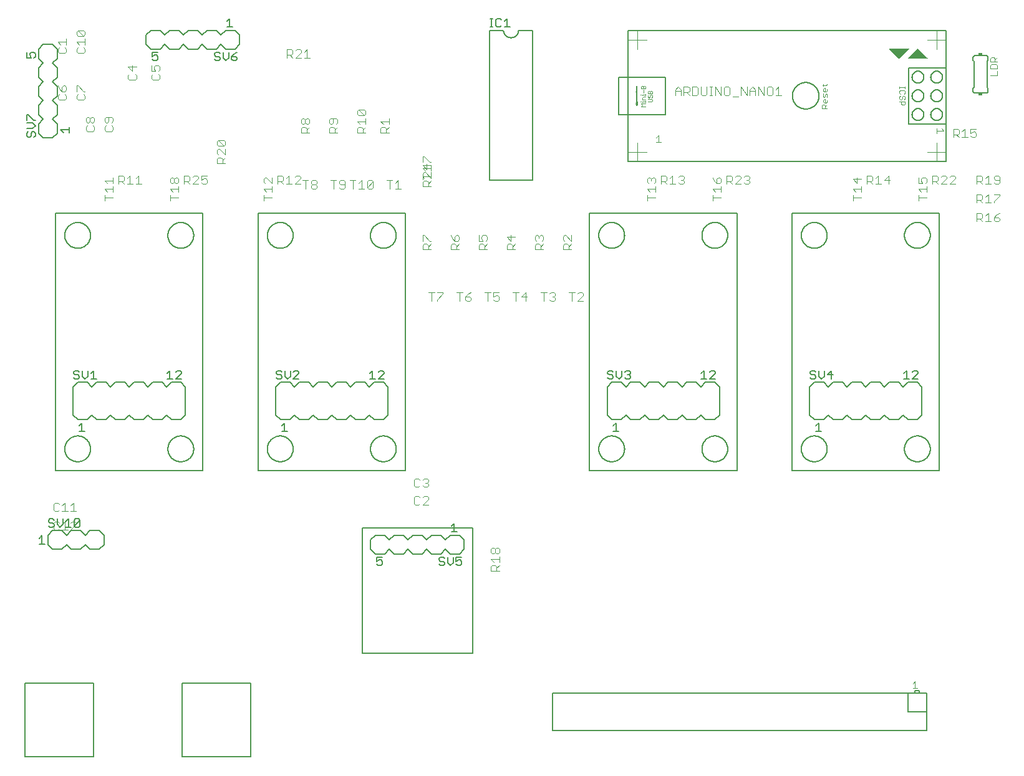
<source format=gbr>
G04 EAGLE Gerber X2 export*
%TF.Part,Single*%
%TF.FileFunction,Legend,Top,1*%
%TF.FilePolarity,Positive*%
%TF.GenerationSoftware,Autodesk,EAGLE,9.0.1*%
%TF.CreationDate,2018-07-01T13:53:45Z*%
G75*
%MOMM*%
%FSLAX34Y34*%
%LPD*%
%AMOC8*
5,1,8,0,0,1.08239X$1,22.5*%
G01*
%ADD10C,0.152400*%
%ADD11C,0.127000*%
%ADD12C,0.101600*%
%ADD13R,0.508000X0.381000*%
%ADD14C,0.076200*%
%ADD15C,0.050800*%
%ADD16C,0.000000*%
%ADD17C,0.015875*%

G36*
X1333588Y932832D02*
X1333588Y932832D01*
X1333676Y932841D01*
X1333697Y932851D01*
X1333721Y932855D01*
X1333798Y932901D01*
X1333877Y932940D01*
X1333894Y932957D01*
X1333914Y932970D01*
X1333970Y933039D01*
X1334031Y933103D01*
X1334040Y933125D01*
X1334055Y933144D01*
X1334084Y933228D01*
X1334119Y933310D01*
X1334120Y933334D01*
X1334127Y933356D01*
X1334125Y933445D01*
X1334129Y933534D01*
X1334121Y933557D01*
X1334121Y933581D01*
X1334087Y933663D01*
X1334060Y933748D01*
X1334044Y933769D01*
X1334036Y933788D01*
X1334002Y933826D01*
X1333948Y933898D01*
X1321248Y946598D01*
X1321217Y946620D01*
X1321200Y946639D01*
X1321181Y946649D01*
X1321147Y946681D01*
X1321103Y946700D01*
X1321064Y946727D01*
X1321001Y946743D01*
X1320940Y946769D01*
X1320893Y946771D01*
X1320847Y946783D01*
X1320782Y946776D01*
X1320716Y946779D01*
X1320671Y946764D01*
X1320624Y946759D01*
X1320565Y946730D01*
X1320502Y946710D01*
X1320458Y946677D01*
X1320423Y946660D01*
X1320396Y946631D01*
X1320388Y946626D01*
X1320371Y946615D01*
X1320366Y946609D01*
X1320352Y946598D01*
X1307652Y933898D01*
X1307601Y933825D01*
X1307545Y933756D01*
X1307537Y933734D01*
X1307523Y933714D01*
X1307501Y933628D01*
X1307473Y933544D01*
X1307473Y933520D01*
X1307468Y933497D01*
X1307477Y933408D01*
X1307479Y933319D01*
X1307488Y933297D01*
X1307491Y933274D01*
X1307530Y933194D01*
X1307564Y933112D01*
X1307580Y933094D01*
X1307590Y933073D01*
X1307655Y933012D01*
X1307715Y932946D01*
X1307736Y932935D01*
X1307753Y932919D01*
X1307835Y932884D01*
X1307915Y932843D01*
X1307941Y932840D01*
X1307960Y932831D01*
X1308010Y932829D01*
X1308100Y932816D01*
X1333500Y932816D01*
X1333588Y932832D01*
G37*
G36*
X1295418Y932824D02*
X1295418Y932824D01*
X1295484Y932821D01*
X1295529Y932836D01*
X1295576Y932841D01*
X1295635Y932870D01*
X1295698Y932890D01*
X1295742Y932923D01*
X1295777Y932940D01*
X1295804Y932969D01*
X1295848Y933002D01*
X1308548Y945702D01*
X1308599Y945775D01*
X1308655Y945844D01*
X1308663Y945866D01*
X1308677Y945886D01*
X1308699Y945972D01*
X1308727Y946056D01*
X1308727Y946080D01*
X1308733Y946103D01*
X1308723Y946192D01*
X1308721Y946281D01*
X1308712Y946303D01*
X1308709Y946326D01*
X1308670Y946406D01*
X1308636Y946488D01*
X1308620Y946506D01*
X1308610Y946527D01*
X1308545Y946588D01*
X1308485Y946654D01*
X1308464Y946665D01*
X1308447Y946681D01*
X1308365Y946716D01*
X1308285Y946757D01*
X1308259Y946760D01*
X1308240Y946769D01*
X1308190Y946771D01*
X1308100Y946784D01*
X1282700Y946784D01*
X1282612Y946768D01*
X1282524Y946759D01*
X1282503Y946749D01*
X1282479Y946745D01*
X1282402Y946699D01*
X1282323Y946660D01*
X1282306Y946643D01*
X1282286Y946630D01*
X1282230Y946561D01*
X1282169Y946497D01*
X1282160Y946475D01*
X1282145Y946456D01*
X1282116Y946372D01*
X1282081Y946290D01*
X1282080Y946266D01*
X1282073Y946244D01*
X1282075Y946155D01*
X1282071Y946066D01*
X1282079Y946043D01*
X1282079Y946019D01*
X1282113Y945937D01*
X1282140Y945852D01*
X1282156Y945831D01*
X1282164Y945812D01*
X1282198Y945774D01*
X1282252Y945702D01*
X1294952Y933002D01*
X1295006Y932964D01*
X1295053Y932919D01*
X1295097Y932900D01*
X1295136Y932873D01*
X1295199Y932857D01*
X1295260Y932831D01*
X1295307Y932829D01*
X1295353Y932818D01*
X1295418Y932824D01*
G37*
D10*
X716700Y295250D02*
X716700Y125250D01*
X566700Y125250D01*
X566700Y295250D01*
X716700Y295250D01*
X150000Y373000D02*
X150000Y723000D01*
X150000Y373000D02*
X350000Y373000D01*
X350000Y723000D01*
X150000Y723000D01*
X625000Y723000D02*
X625000Y373000D01*
X425000Y373000D02*
X425000Y723000D01*
X625000Y723000D01*
X625000Y373000D02*
X425000Y373000D01*
X875000Y373000D02*
X875000Y723000D01*
X1075000Y723000D02*
X1075000Y373000D01*
X1075000Y723000D02*
X875000Y723000D01*
X875000Y373000D02*
X1075000Y373000D01*
X1150000Y373000D02*
X1350000Y373000D01*
X1350000Y723000D02*
X1150000Y723000D01*
X1150000Y373000D01*
X1350000Y373000D02*
X1350000Y723000D01*
X162500Y403000D02*
X162505Y403429D01*
X162521Y403859D01*
X162547Y404287D01*
X162584Y404715D01*
X162632Y405142D01*
X162689Y405568D01*
X162758Y405992D01*
X162836Y406414D01*
X162925Y406834D01*
X163024Y407252D01*
X163134Y407667D01*
X163254Y408080D01*
X163383Y408489D01*
X163523Y408896D01*
X163673Y409298D01*
X163832Y409697D01*
X164001Y410092D01*
X164180Y410482D01*
X164369Y410868D01*
X164566Y411249D01*
X164773Y411626D01*
X164990Y411997D01*
X165215Y412362D01*
X165449Y412722D01*
X165692Y413077D01*
X165944Y413425D01*
X166204Y413767D01*
X166472Y414102D01*
X166749Y414431D01*
X167033Y414752D01*
X167326Y415067D01*
X167626Y415374D01*
X167933Y415674D01*
X168248Y415967D01*
X168569Y416251D01*
X168898Y416528D01*
X169233Y416796D01*
X169575Y417056D01*
X169923Y417308D01*
X170278Y417551D01*
X170638Y417785D01*
X171003Y418010D01*
X171374Y418227D01*
X171751Y418434D01*
X172132Y418631D01*
X172518Y418820D01*
X172908Y418999D01*
X173303Y419168D01*
X173702Y419327D01*
X174104Y419477D01*
X174511Y419617D01*
X174920Y419746D01*
X175333Y419866D01*
X175748Y419976D01*
X176166Y420075D01*
X176586Y420164D01*
X177008Y420242D01*
X177432Y420311D01*
X177858Y420368D01*
X178285Y420416D01*
X178713Y420453D01*
X179141Y420479D01*
X179571Y420495D01*
X180000Y420500D01*
X180429Y420495D01*
X180859Y420479D01*
X181287Y420453D01*
X181715Y420416D01*
X182142Y420368D01*
X182568Y420311D01*
X182992Y420242D01*
X183414Y420164D01*
X183834Y420075D01*
X184252Y419976D01*
X184667Y419866D01*
X185080Y419746D01*
X185489Y419617D01*
X185896Y419477D01*
X186298Y419327D01*
X186697Y419168D01*
X187092Y418999D01*
X187482Y418820D01*
X187868Y418631D01*
X188249Y418434D01*
X188626Y418227D01*
X188997Y418010D01*
X189362Y417785D01*
X189722Y417551D01*
X190077Y417308D01*
X190425Y417056D01*
X190767Y416796D01*
X191102Y416528D01*
X191431Y416251D01*
X191752Y415967D01*
X192067Y415674D01*
X192374Y415374D01*
X192674Y415067D01*
X192967Y414752D01*
X193251Y414431D01*
X193528Y414102D01*
X193796Y413767D01*
X194056Y413425D01*
X194308Y413077D01*
X194551Y412722D01*
X194785Y412362D01*
X195010Y411997D01*
X195227Y411626D01*
X195434Y411249D01*
X195631Y410868D01*
X195820Y410482D01*
X195999Y410092D01*
X196168Y409697D01*
X196327Y409298D01*
X196477Y408896D01*
X196617Y408489D01*
X196746Y408080D01*
X196866Y407667D01*
X196976Y407252D01*
X197075Y406834D01*
X197164Y406414D01*
X197242Y405992D01*
X197311Y405568D01*
X197368Y405142D01*
X197416Y404715D01*
X197453Y404287D01*
X197479Y403859D01*
X197495Y403429D01*
X197500Y403000D01*
X197495Y402571D01*
X197479Y402141D01*
X197453Y401713D01*
X197416Y401285D01*
X197368Y400858D01*
X197311Y400432D01*
X197242Y400008D01*
X197164Y399586D01*
X197075Y399166D01*
X196976Y398748D01*
X196866Y398333D01*
X196746Y397920D01*
X196617Y397511D01*
X196477Y397104D01*
X196327Y396702D01*
X196168Y396303D01*
X195999Y395908D01*
X195820Y395518D01*
X195631Y395132D01*
X195434Y394751D01*
X195227Y394374D01*
X195010Y394003D01*
X194785Y393638D01*
X194551Y393278D01*
X194308Y392923D01*
X194056Y392575D01*
X193796Y392233D01*
X193528Y391898D01*
X193251Y391569D01*
X192967Y391248D01*
X192674Y390933D01*
X192374Y390626D01*
X192067Y390326D01*
X191752Y390033D01*
X191431Y389749D01*
X191102Y389472D01*
X190767Y389204D01*
X190425Y388944D01*
X190077Y388692D01*
X189722Y388449D01*
X189362Y388215D01*
X188997Y387990D01*
X188626Y387773D01*
X188249Y387566D01*
X187868Y387369D01*
X187482Y387180D01*
X187092Y387001D01*
X186697Y386832D01*
X186298Y386673D01*
X185896Y386523D01*
X185489Y386383D01*
X185080Y386254D01*
X184667Y386134D01*
X184252Y386024D01*
X183834Y385925D01*
X183414Y385836D01*
X182992Y385758D01*
X182568Y385689D01*
X182142Y385632D01*
X181715Y385584D01*
X181287Y385547D01*
X180859Y385521D01*
X180429Y385505D01*
X180000Y385500D01*
X179571Y385505D01*
X179141Y385521D01*
X178713Y385547D01*
X178285Y385584D01*
X177858Y385632D01*
X177432Y385689D01*
X177008Y385758D01*
X176586Y385836D01*
X176166Y385925D01*
X175748Y386024D01*
X175333Y386134D01*
X174920Y386254D01*
X174511Y386383D01*
X174104Y386523D01*
X173702Y386673D01*
X173303Y386832D01*
X172908Y387001D01*
X172518Y387180D01*
X172132Y387369D01*
X171751Y387566D01*
X171374Y387773D01*
X171003Y387990D01*
X170638Y388215D01*
X170278Y388449D01*
X169923Y388692D01*
X169575Y388944D01*
X169233Y389204D01*
X168898Y389472D01*
X168569Y389749D01*
X168248Y390033D01*
X167933Y390326D01*
X167626Y390626D01*
X167326Y390933D01*
X167033Y391248D01*
X166749Y391569D01*
X166472Y391898D01*
X166204Y392233D01*
X165944Y392575D01*
X165692Y392923D01*
X165449Y393278D01*
X165215Y393638D01*
X164990Y394003D01*
X164773Y394374D01*
X164566Y394751D01*
X164369Y395132D01*
X164180Y395518D01*
X164001Y395908D01*
X163832Y396303D01*
X163673Y396702D01*
X163523Y397104D01*
X163383Y397511D01*
X163254Y397920D01*
X163134Y398333D01*
X163024Y398748D01*
X162925Y399166D01*
X162836Y399586D01*
X162758Y400008D01*
X162689Y400432D01*
X162632Y400858D01*
X162584Y401285D01*
X162547Y401713D01*
X162521Y402141D01*
X162505Y402571D01*
X162500Y403000D01*
X302500Y403000D02*
X302505Y403429D01*
X302521Y403859D01*
X302547Y404287D01*
X302584Y404715D01*
X302632Y405142D01*
X302689Y405568D01*
X302758Y405992D01*
X302836Y406414D01*
X302925Y406834D01*
X303024Y407252D01*
X303134Y407667D01*
X303254Y408080D01*
X303383Y408489D01*
X303523Y408896D01*
X303673Y409298D01*
X303832Y409697D01*
X304001Y410092D01*
X304180Y410482D01*
X304369Y410868D01*
X304566Y411249D01*
X304773Y411626D01*
X304990Y411997D01*
X305215Y412362D01*
X305449Y412722D01*
X305692Y413077D01*
X305944Y413425D01*
X306204Y413767D01*
X306472Y414102D01*
X306749Y414431D01*
X307033Y414752D01*
X307326Y415067D01*
X307626Y415374D01*
X307933Y415674D01*
X308248Y415967D01*
X308569Y416251D01*
X308898Y416528D01*
X309233Y416796D01*
X309575Y417056D01*
X309923Y417308D01*
X310278Y417551D01*
X310638Y417785D01*
X311003Y418010D01*
X311374Y418227D01*
X311751Y418434D01*
X312132Y418631D01*
X312518Y418820D01*
X312908Y418999D01*
X313303Y419168D01*
X313702Y419327D01*
X314104Y419477D01*
X314511Y419617D01*
X314920Y419746D01*
X315333Y419866D01*
X315748Y419976D01*
X316166Y420075D01*
X316586Y420164D01*
X317008Y420242D01*
X317432Y420311D01*
X317858Y420368D01*
X318285Y420416D01*
X318713Y420453D01*
X319141Y420479D01*
X319571Y420495D01*
X320000Y420500D01*
X320429Y420495D01*
X320859Y420479D01*
X321287Y420453D01*
X321715Y420416D01*
X322142Y420368D01*
X322568Y420311D01*
X322992Y420242D01*
X323414Y420164D01*
X323834Y420075D01*
X324252Y419976D01*
X324667Y419866D01*
X325080Y419746D01*
X325489Y419617D01*
X325896Y419477D01*
X326298Y419327D01*
X326697Y419168D01*
X327092Y418999D01*
X327482Y418820D01*
X327868Y418631D01*
X328249Y418434D01*
X328626Y418227D01*
X328997Y418010D01*
X329362Y417785D01*
X329722Y417551D01*
X330077Y417308D01*
X330425Y417056D01*
X330767Y416796D01*
X331102Y416528D01*
X331431Y416251D01*
X331752Y415967D01*
X332067Y415674D01*
X332374Y415374D01*
X332674Y415067D01*
X332967Y414752D01*
X333251Y414431D01*
X333528Y414102D01*
X333796Y413767D01*
X334056Y413425D01*
X334308Y413077D01*
X334551Y412722D01*
X334785Y412362D01*
X335010Y411997D01*
X335227Y411626D01*
X335434Y411249D01*
X335631Y410868D01*
X335820Y410482D01*
X335999Y410092D01*
X336168Y409697D01*
X336327Y409298D01*
X336477Y408896D01*
X336617Y408489D01*
X336746Y408080D01*
X336866Y407667D01*
X336976Y407252D01*
X337075Y406834D01*
X337164Y406414D01*
X337242Y405992D01*
X337311Y405568D01*
X337368Y405142D01*
X337416Y404715D01*
X337453Y404287D01*
X337479Y403859D01*
X337495Y403429D01*
X337500Y403000D01*
X337495Y402571D01*
X337479Y402141D01*
X337453Y401713D01*
X337416Y401285D01*
X337368Y400858D01*
X337311Y400432D01*
X337242Y400008D01*
X337164Y399586D01*
X337075Y399166D01*
X336976Y398748D01*
X336866Y398333D01*
X336746Y397920D01*
X336617Y397511D01*
X336477Y397104D01*
X336327Y396702D01*
X336168Y396303D01*
X335999Y395908D01*
X335820Y395518D01*
X335631Y395132D01*
X335434Y394751D01*
X335227Y394374D01*
X335010Y394003D01*
X334785Y393638D01*
X334551Y393278D01*
X334308Y392923D01*
X334056Y392575D01*
X333796Y392233D01*
X333528Y391898D01*
X333251Y391569D01*
X332967Y391248D01*
X332674Y390933D01*
X332374Y390626D01*
X332067Y390326D01*
X331752Y390033D01*
X331431Y389749D01*
X331102Y389472D01*
X330767Y389204D01*
X330425Y388944D01*
X330077Y388692D01*
X329722Y388449D01*
X329362Y388215D01*
X328997Y387990D01*
X328626Y387773D01*
X328249Y387566D01*
X327868Y387369D01*
X327482Y387180D01*
X327092Y387001D01*
X326697Y386832D01*
X326298Y386673D01*
X325896Y386523D01*
X325489Y386383D01*
X325080Y386254D01*
X324667Y386134D01*
X324252Y386024D01*
X323834Y385925D01*
X323414Y385836D01*
X322992Y385758D01*
X322568Y385689D01*
X322142Y385632D01*
X321715Y385584D01*
X321287Y385547D01*
X320859Y385521D01*
X320429Y385505D01*
X320000Y385500D01*
X319571Y385505D01*
X319141Y385521D01*
X318713Y385547D01*
X318285Y385584D01*
X317858Y385632D01*
X317432Y385689D01*
X317008Y385758D01*
X316586Y385836D01*
X316166Y385925D01*
X315748Y386024D01*
X315333Y386134D01*
X314920Y386254D01*
X314511Y386383D01*
X314104Y386523D01*
X313702Y386673D01*
X313303Y386832D01*
X312908Y387001D01*
X312518Y387180D01*
X312132Y387369D01*
X311751Y387566D01*
X311374Y387773D01*
X311003Y387990D01*
X310638Y388215D01*
X310278Y388449D01*
X309923Y388692D01*
X309575Y388944D01*
X309233Y389204D01*
X308898Y389472D01*
X308569Y389749D01*
X308248Y390033D01*
X307933Y390326D01*
X307626Y390626D01*
X307326Y390933D01*
X307033Y391248D01*
X306749Y391569D01*
X306472Y391898D01*
X306204Y392233D01*
X305944Y392575D01*
X305692Y392923D01*
X305449Y393278D01*
X305215Y393638D01*
X304990Y394003D01*
X304773Y394374D01*
X304566Y394751D01*
X304369Y395132D01*
X304180Y395518D01*
X304001Y395908D01*
X303832Y396303D01*
X303673Y396702D01*
X303523Y397104D01*
X303383Y397511D01*
X303254Y397920D01*
X303134Y398333D01*
X303024Y398748D01*
X302925Y399166D01*
X302836Y399586D01*
X302758Y400008D01*
X302689Y400432D01*
X302632Y400858D01*
X302584Y401285D01*
X302547Y401713D01*
X302521Y402141D01*
X302505Y402571D01*
X302500Y403000D01*
X302500Y693000D02*
X302505Y693429D01*
X302521Y693859D01*
X302547Y694287D01*
X302584Y694715D01*
X302632Y695142D01*
X302689Y695568D01*
X302758Y695992D01*
X302836Y696414D01*
X302925Y696834D01*
X303024Y697252D01*
X303134Y697667D01*
X303254Y698080D01*
X303383Y698489D01*
X303523Y698896D01*
X303673Y699298D01*
X303832Y699697D01*
X304001Y700092D01*
X304180Y700482D01*
X304369Y700868D01*
X304566Y701249D01*
X304773Y701626D01*
X304990Y701997D01*
X305215Y702362D01*
X305449Y702722D01*
X305692Y703077D01*
X305944Y703425D01*
X306204Y703767D01*
X306472Y704102D01*
X306749Y704431D01*
X307033Y704752D01*
X307326Y705067D01*
X307626Y705374D01*
X307933Y705674D01*
X308248Y705967D01*
X308569Y706251D01*
X308898Y706528D01*
X309233Y706796D01*
X309575Y707056D01*
X309923Y707308D01*
X310278Y707551D01*
X310638Y707785D01*
X311003Y708010D01*
X311374Y708227D01*
X311751Y708434D01*
X312132Y708631D01*
X312518Y708820D01*
X312908Y708999D01*
X313303Y709168D01*
X313702Y709327D01*
X314104Y709477D01*
X314511Y709617D01*
X314920Y709746D01*
X315333Y709866D01*
X315748Y709976D01*
X316166Y710075D01*
X316586Y710164D01*
X317008Y710242D01*
X317432Y710311D01*
X317858Y710368D01*
X318285Y710416D01*
X318713Y710453D01*
X319141Y710479D01*
X319571Y710495D01*
X320000Y710500D01*
X320429Y710495D01*
X320859Y710479D01*
X321287Y710453D01*
X321715Y710416D01*
X322142Y710368D01*
X322568Y710311D01*
X322992Y710242D01*
X323414Y710164D01*
X323834Y710075D01*
X324252Y709976D01*
X324667Y709866D01*
X325080Y709746D01*
X325489Y709617D01*
X325896Y709477D01*
X326298Y709327D01*
X326697Y709168D01*
X327092Y708999D01*
X327482Y708820D01*
X327868Y708631D01*
X328249Y708434D01*
X328626Y708227D01*
X328997Y708010D01*
X329362Y707785D01*
X329722Y707551D01*
X330077Y707308D01*
X330425Y707056D01*
X330767Y706796D01*
X331102Y706528D01*
X331431Y706251D01*
X331752Y705967D01*
X332067Y705674D01*
X332374Y705374D01*
X332674Y705067D01*
X332967Y704752D01*
X333251Y704431D01*
X333528Y704102D01*
X333796Y703767D01*
X334056Y703425D01*
X334308Y703077D01*
X334551Y702722D01*
X334785Y702362D01*
X335010Y701997D01*
X335227Y701626D01*
X335434Y701249D01*
X335631Y700868D01*
X335820Y700482D01*
X335999Y700092D01*
X336168Y699697D01*
X336327Y699298D01*
X336477Y698896D01*
X336617Y698489D01*
X336746Y698080D01*
X336866Y697667D01*
X336976Y697252D01*
X337075Y696834D01*
X337164Y696414D01*
X337242Y695992D01*
X337311Y695568D01*
X337368Y695142D01*
X337416Y694715D01*
X337453Y694287D01*
X337479Y693859D01*
X337495Y693429D01*
X337500Y693000D01*
X337495Y692571D01*
X337479Y692141D01*
X337453Y691713D01*
X337416Y691285D01*
X337368Y690858D01*
X337311Y690432D01*
X337242Y690008D01*
X337164Y689586D01*
X337075Y689166D01*
X336976Y688748D01*
X336866Y688333D01*
X336746Y687920D01*
X336617Y687511D01*
X336477Y687104D01*
X336327Y686702D01*
X336168Y686303D01*
X335999Y685908D01*
X335820Y685518D01*
X335631Y685132D01*
X335434Y684751D01*
X335227Y684374D01*
X335010Y684003D01*
X334785Y683638D01*
X334551Y683278D01*
X334308Y682923D01*
X334056Y682575D01*
X333796Y682233D01*
X333528Y681898D01*
X333251Y681569D01*
X332967Y681248D01*
X332674Y680933D01*
X332374Y680626D01*
X332067Y680326D01*
X331752Y680033D01*
X331431Y679749D01*
X331102Y679472D01*
X330767Y679204D01*
X330425Y678944D01*
X330077Y678692D01*
X329722Y678449D01*
X329362Y678215D01*
X328997Y677990D01*
X328626Y677773D01*
X328249Y677566D01*
X327868Y677369D01*
X327482Y677180D01*
X327092Y677001D01*
X326697Y676832D01*
X326298Y676673D01*
X325896Y676523D01*
X325489Y676383D01*
X325080Y676254D01*
X324667Y676134D01*
X324252Y676024D01*
X323834Y675925D01*
X323414Y675836D01*
X322992Y675758D01*
X322568Y675689D01*
X322142Y675632D01*
X321715Y675584D01*
X321287Y675547D01*
X320859Y675521D01*
X320429Y675505D01*
X320000Y675500D01*
X319571Y675505D01*
X319141Y675521D01*
X318713Y675547D01*
X318285Y675584D01*
X317858Y675632D01*
X317432Y675689D01*
X317008Y675758D01*
X316586Y675836D01*
X316166Y675925D01*
X315748Y676024D01*
X315333Y676134D01*
X314920Y676254D01*
X314511Y676383D01*
X314104Y676523D01*
X313702Y676673D01*
X313303Y676832D01*
X312908Y677001D01*
X312518Y677180D01*
X312132Y677369D01*
X311751Y677566D01*
X311374Y677773D01*
X311003Y677990D01*
X310638Y678215D01*
X310278Y678449D01*
X309923Y678692D01*
X309575Y678944D01*
X309233Y679204D01*
X308898Y679472D01*
X308569Y679749D01*
X308248Y680033D01*
X307933Y680326D01*
X307626Y680626D01*
X307326Y680933D01*
X307033Y681248D01*
X306749Y681569D01*
X306472Y681898D01*
X306204Y682233D01*
X305944Y682575D01*
X305692Y682923D01*
X305449Y683278D01*
X305215Y683638D01*
X304990Y684003D01*
X304773Y684374D01*
X304566Y684751D01*
X304369Y685132D01*
X304180Y685518D01*
X304001Y685908D01*
X303832Y686303D01*
X303673Y686702D01*
X303523Y687104D01*
X303383Y687511D01*
X303254Y687920D01*
X303134Y688333D01*
X303024Y688748D01*
X302925Y689166D01*
X302836Y689586D01*
X302758Y690008D01*
X302689Y690432D01*
X302632Y690858D01*
X302584Y691285D01*
X302547Y691713D01*
X302521Y692141D01*
X302505Y692571D01*
X302500Y693000D01*
X162500Y693000D02*
X162505Y693429D01*
X162521Y693859D01*
X162547Y694287D01*
X162584Y694715D01*
X162632Y695142D01*
X162689Y695568D01*
X162758Y695992D01*
X162836Y696414D01*
X162925Y696834D01*
X163024Y697252D01*
X163134Y697667D01*
X163254Y698080D01*
X163383Y698489D01*
X163523Y698896D01*
X163673Y699298D01*
X163832Y699697D01*
X164001Y700092D01*
X164180Y700482D01*
X164369Y700868D01*
X164566Y701249D01*
X164773Y701626D01*
X164990Y701997D01*
X165215Y702362D01*
X165449Y702722D01*
X165692Y703077D01*
X165944Y703425D01*
X166204Y703767D01*
X166472Y704102D01*
X166749Y704431D01*
X167033Y704752D01*
X167326Y705067D01*
X167626Y705374D01*
X167933Y705674D01*
X168248Y705967D01*
X168569Y706251D01*
X168898Y706528D01*
X169233Y706796D01*
X169575Y707056D01*
X169923Y707308D01*
X170278Y707551D01*
X170638Y707785D01*
X171003Y708010D01*
X171374Y708227D01*
X171751Y708434D01*
X172132Y708631D01*
X172518Y708820D01*
X172908Y708999D01*
X173303Y709168D01*
X173702Y709327D01*
X174104Y709477D01*
X174511Y709617D01*
X174920Y709746D01*
X175333Y709866D01*
X175748Y709976D01*
X176166Y710075D01*
X176586Y710164D01*
X177008Y710242D01*
X177432Y710311D01*
X177858Y710368D01*
X178285Y710416D01*
X178713Y710453D01*
X179141Y710479D01*
X179571Y710495D01*
X180000Y710500D01*
X180429Y710495D01*
X180859Y710479D01*
X181287Y710453D01*
X181715Y710416D01*
X182142Y710368D01*
X182568Y710311D01*
X182992Y710242D01*
X183414Y710164D01*
X183834Y710075D01*
X184252Y709976D01*
X184667Y709866D01*
X185080Y709746D01*
X185489Y709617D01*
X185896Y709477D01*
X186298Y709327D01*
X186697Y709168D01*
X187092Y708999D01*
X187482Y708820D01*
X187868Y708631D01*
X188249Y708434D01*
X188626Y708227D01*
X188997Y708010D01*
X189362Y707785D01*
X189722Y707551D01*
X190077Y707308D01*
X190425Y707056D01*
X190767Y706796D01*
X191102Y706528D01*
X191431Y706251D01*
X191752Y705967D01*
X192067Y705674D01*
X192374Y705374D01*
X192674Y705067D01*
X192967Y704752D01*
X193251Y704431D01*
X193528Y704102D01*
X193796Y703767D01*
X194056Y703425D01*
X194308Y703077D01*
X194551Y702722D01*
X194785Y702362D01*
X195010Y701997D01*
X195227Y701626D01*
X195434Y701249D01*
X195631Y700868D01*
X195820Y700482D01*
X195999Y700092D01*
X196168Y699697D01*
X196327Y699298D01*
X196477Y698896D01*
X196617Y698489D01*
X196746Y698080D01*
X196866Y697667D01*
X196976Y697252D01*
X197075Y696834D01*
X197164Y696414D01*
X197242Y695992D01*
X197311Y695568D01*
X197368Y695142D01*
X197416Y694715D01*
X197453Y694287D01*
X197479Y693859D01*
X197495Y693429D01*
X197500Y693000D01*
X197495Y692571D01*
X197479Y692141D01*
X197453Y691713D01*
X197416Y691285D01*
X197368Y690858D01*
X197311Y690432D01*
X197242Y690008D01*
X197164Y689586D01*
X197075Y689166D01*
X196976Y688748D01*
X196866Y688333D01*
X196746Y687920D01*
X196617Y687511D01*
X196477Y687104D01*
X196327Y686702D01*
X196168Y686303D01*
X195999Y685908D01*
X195820Y685518D01*
X195631Y685132D01*
X195434Y684751D01*
X195227Y684374D01*
X195010Y684003D01*
X194785Y683638D01*
X194551Y683278D01*
X194308Y682923D01*
X194056Y682575D01*
X193796Y682233D01*
X193528Y681898D01*
X193251Y681569D01*
X192967Y681248D01*
X192674Y680933D01*
X192374Y680626D01*
X192067Y680326D01*
X191752Y680033D01*
X191431Y679749D01*
X191102Y679472D01*
X190767Y679204D01*
X190425Y678944D01*
X190077Y678692D01*
X189722Y678449D01*
X189362Y678215D01*
X188997Y677990D01*
X188626Y677773D01*
X188249Y677566D01*
X187868Y677369D01*
X187482Y677180D01*
X187092Y677001D01*
X186697Y676832D01*
X186298Y676673D01*
X185896Y676523D01*
X185489Y676383D01*
X185080Y676254D01*
X184667Y676134D01*
X184252Y676024D01*
X183834Y675925D01*
X183414Y675836D01*
X182992Y675758D01*
X182568Y675689D01*
X182142Y675632D01*
X181715Y675584D01*
X181287Y675547D01*
X180859Y675521D01*
X180429Y675505D01*
X180000Y675500D01*
X179571Y675505D01*
X179141Y675521D01*
X178713Y675547D01*
X178285Y675584D01*
X177858Y675632D01*
X177432Y675689D01*
X177008Y675758D01*
X176586Y675836D01*
X176166Y675925D01*
X175748Y676024D01*
X175333Y676134D01*
X174920Y676254D01*
X174511Y676383D01*
X174104Y676523D01*
X173702Y676673D01*
X173303Y676832D01*
X172908Y677001D01*
X172518Y677180D01*
X172132Y677369D01*
X171751Y677566D01*
X171374Y677773D01*
X171003Y677990D01*
X170638Y678215D01*
X170278Y678449D01*
X169923Y678692D01*
X169575Y678944D01*
X169233Y679204D01*
X168898Y679472D01*
X168569Y679749D01*
X168248Y680033D01*
X167933Y680326D01*
X167626Y680626D01*
X167326Y680933D01*
X167033Y681248D01*
X166749Y681569D01*
X166472Y681898D01*
X166204Y682233D01*
X165944Y682575D01*
X165692Y682923D01*
X165449Y683278D01*
X165215Y683638D01*
X164990Y684003D01*
X164773Y684374D01*
X164566Y684751D01*
X164369Y685132D01*
X164180Y685518D01*
X164001Y685908D01*
X163832Y686303D01*
X163673Y686702D01*
X163523Y687104D01*
X163383Y687511D01*
X163254Y687920D01*
X163134Y688333D01*
X163024Y688748D01*
X162925Y689166D01*
X162836Y689586D01*
X162758Y690008D01*
X162689Y690432D01*
X162632Y690858D01*
X162584Y691285D01*
X162547Y691713D01*
X162521Y692141D01*
X162505Y692571D01*
X162500Y693000D01*
X437500Y693000D02*
X437505Y693429D01*
X437521Y693859D01*
X437547Y694287D01*
X437584Y694715D01*
X437632Y695142D01*
X437689Y695568D01*
X437758Y695992D01*
X437836Y696414D01*
X437925Y696834D01*
X438024Y697252D01*
X438134Y697667D01*
X438254Y698080D01*
X438383Y698489D01*
X438523Y698896D01*
X438673Y699298D01*
X438832Y699697D01*
X439001Y700092D01*
X439180Y700482D01*
X439369Y700868D01*
X439566Y701249D01*
X439773Y701626D01*
X439990Y701997D01*
X440215Y702362D01*
X440449Y702722D01*
X440692Y703077D01*
X440944Y703425D01*
X441204Y703767D01*
X441472Y704102D01*
X441749Y704431D01*
X442033Y704752D01*
X442326Y705067D01*
X442626Y705374D01*
X442933Y705674D01*
X443248Y705967D01*
X443569Y706251D01*
X443898Y706528D01*
X444233Y706796D01*
X444575Y707056D01*
X444923Y707308D01*
X445278Y707551D01*
X445638Y707785D01*
X446003Y708010D01*
X446374Y708227D01*
X446751Y708434D01*
X447132Y708631D01*
X447518Y708820D01*
X447908Y708999D01*
X448303Y709168D01*
X448702Y709327D01*
X449104Y709477D01*
X449511Y709617D01*
X449920Y709746D01*
X450333Y709866D01*
X450748Y709976D01*
X451166Y710075D01*
X451586Y710164D01*
X452008Y710242D01*
X452432Y710311D01*
X452858Y710368D01*
X453285Y710416D01*
X453713Y710453D01*
X454141Y710479D01*
X454571Y710495D01*
X455000Y710500D01*
X455429Y710495D01*
X455859Y710479D01*
X456287Y710453D01*
X456715Y710416D01*
X457142Y710368D01*
X457568Y710311D01*
X457992Y710242D01*
X458414Y710164D01*
X458834Y710075D01*
X459252Y709976D01*
X459667Y709866D01*
X460080Y709746D01*
X460489Y709617D01*
X460896Y709477D01*
X461298Y709327D01*
X461697Y709168D01*
X462092Y708999D01*
X462482Y708820D01*
X462868Y708631D01*
X463249Y708434D01*
X463626Y708227D01*
X463997Y708010D01*
X464362Y707785D01*
X464722Y707551D01*
X465077Y707308D01*
X465425Y707056D01*
X465767Y706796D01*
X466102Y706528D01*
X466431Y706251D01*
X466752Y705967D01*
X467067Y705674D01*
X467374Y705374D01*
X467674Y705067D01*
X467967Y704752D01*
X468251Y704431D01*
X468528Y704102D01*
X468796Y703767D01*
X469056Y703425D01*
X469308Y703077D01*
X469551Y702722D01*
X469785Y702362D01*
X470010Y701997D01*
X470227Y701626D01*
X470434Y701249D01*
X470631Y700868D01*
X470820Y700482D01*
X470999Y700092D01*
X471168Y699697D01*
X471327Y699298D01*
X471477Y698896D01*
X471617Y698489D01*
X471746Y698080D01*
X471866Y697667D01*
X471976Y697252D01*
X472075Y696834D01*
X472164Y696414D01*
X472242Y695992D01*
X472311Y695568D01*
X472368Y695142D01*
X472416Y694715D01*
X472453Y694287D01*
X472479Y693859D01*
X472495Y693429D01*
X472500Y693000D01*
X472495Y692571D01*
X472479Y692141D01*
X472453Y691713D01*
X472416Y691285D01*
X472368Y690858D01*
X472311Y690432D01*
X472242Y690008D01*
X472164Y689586D01*
X472075Y689166D01*
X471976Y688748D01*
X471866Y688333D01*
X471746Y687920D01*
X471617Y687511D01*
X471477Y687104D01*
X471327Y686702D01*
X471168Y686303D01*
X470999Y685908D01*
X470820Y685518D01*
X470631Y685132D01*
X470434Y684751D01*
X470227Y684374D01*
X470010Y684003D01*
X469785Y683638D01*
X469551Y683278D01*
X469308Y682923D01*
X469056Y682575D01*
X468796Y682233D01*
X468528Y681898D01*
X468251Y681569D01*
X467967Y681248D01*
X467674Y680933D01*
X467374Y680626D01*
X467067Y680326D01*
X466752Y680033D01*
X466431Y679749D01*
X466102Y679472D01*
X465767Y679204D01*
X465425Y678944D01*
X465077Y678692D01*
X464722Y678449D01*
X464362Y678215D01*
X463997Y677990D01*
X463626Y677773D01*
X463249Y677566D01*
X462868Y677369D01*
X462482Y677180D01*
X462092Y677001D01*
X461697Y676832D01*
X461298Y676673D01*
X460896Y676523D01*
X460489Y676383D01*
X460080Y676254D01*
X459667Y676134D01*
X459252Y676024D01*
X458834Y675925D01*
X458414Y675836D01*
X457992Y675758D01*
X457568Y675689D01*
X457142Y675632D01*
X456715Y675584D01*
X456287Y675547D01*
X455859Y675521D01*
X455429Y675505D01*
X455000Y675500D01*
X454571Y675505D01*
X454141Y675521D01*
X453713Y675547D01*
X453285Y675584D01*
X452858Y675632D01*
X452432Y675689D01*
X452008Y675758D01*
X451586Y675836D01*
X451166Y675925D01*
X450748Y676024D01*
X450333Y676134D01*
X449920Y676254D01*
X449511Y676383D01*
X449104Y676523D01*
X448702Y676673D01*
X448303Y676832D01*
X447908Y677001D01*
X447518Y677180D01*
X447132Y677369D01*
X446751Y677566D01*
X446374Y677773D01*
X446003Y677990D01*
X445638Y678215D01*
X445278Y678449D01*
X444923Y678692D01*
X444575Y678944D01*
X444233Y679204D01*
X443898Y679472D01*
X443569Y679749D01*
X443248Y680033D01*
X442933Y680326D01*
X442626Y680626D01*
X442326Y680933D01*
X442033Y681248D01*
X441749Y681569D01*
X441472Y681898D01*
X441204Y682233D01*
X440944Y682575D01*
X440692Y682923D01*
X440449Y683278D01*
X440215Y683638D01*
X439990Y684003D01*
X439773Y684374D01*
X439566Y684751D01*
X439369Y685132D01*
X439180Y685518D01*
X439001Y685908D01*
X438832Y686303D01*
X438673Y686702D01*
X438523Y687104D01*
X438383Y687511D01*
X438254Y687920D01*
X438134Y688333D01*
X438024Y688748D01*
X437925Y689166D01*
X437836Y689586D01*
X437758Y690008D01*
X437689Y690432D01*
X437632Y690858D01*
X437584Y691285D01*
X437547Y691713D01*
X437521Y692141D01*
X437505Y692571D01*
X437500Y693000D01*
X577500Y693000D02*
X577505Y693429D01*
X577521Y693859D01*
X577547Y694287D01*
X577584Y694715D01*
X577632Y695142D01*
X577689Y695568D01*
X577758Y695992D01*
X577836Y696414D01*
X577925Y696834D01*
X578024Y697252D01*
X578134Y697667D01*
X578254Y698080D01*
X578383Y698489D01*
X578523Y698896D01*
X578673Y699298D01*
X578832Y699697D01*
X579001Y700092D01*
X579180Y700482D01*
X579369Y700868D01*
X579566Y701249D01*
X579773Y701626D01*
X579990Y701997D01*
X580215Y702362D01*
X580449Y702722D01*
X580692Y703077D01*
X580944Y703425D01*
X581204Y703767D01*
X581472Y704102D01*
X581749Y704431D01*
X582033Y704752D01*
X582326Y705067D01*
X582626Y705374D01*
X582933Y705674D01*
X583248Y705967D01*
X583569Y706251D01*
X583898Y706528D01*
X584233Y706796D01*
X584575Y707056D01*
X584923Y707308D01*
X585278Y707551D01*
X585638Y707785D01*
X586003Y708010D01*
X586374Y708227D01*
X586751Y708434D01*
X587132Y708631D01*
X587518Y708820D01*
X587908Y708999D01*
X588303Y709168D01*
X588702Y709327D01*
X589104Y709477D01*
X589511Y709617D01*
X589920Y709746D01*
X590333Y709866D01*
X590748Y709976D01*
X591166Y710075D01*
X591586Y710164D01*
X592008Y710242D01*
X592432Y710311D01*
X592858Y710368D01*
X593285Y710416D01*
X593713Y710453D01*
X594141Y710479D01*
X594571Y710495D01*
X595000Y710500D01*
X595429Y710495D01*
X595859Y710479D01*
X596287Y710453D01*
X596715Y710416D01*
X597142Y710368D01*
X597568Y710311D01*
X597992Y710242D01*
X598414Y710164D01*
X598834Y710075D01*
X599252Y709976D01*
X599667Y709866D01*
X600080Y709746D01*
X600489Y709617D01*
X600896Y709477D01*
X601298Y709327D01*
X601697Y709168D01*
X602092Y708999D01*
X602482Y708820D01*
X602868Y708631D01*
X603249Y708434D01*
X603626Y708227D01*
X603997Y708010D01*
X604362Y707785D01*
X604722Y707551D01*
X605077Y707308D01*
X605425Y707056D01*
X605767Y706796D01*
X606102Y706528D01*
X606431Y706251D01*
X606752Y705967D01*
X607067Y705674D01*
X607374Y705374D01*
X607674Y705067D01*
X607967Y704752D01*
X608251Y704431D01*
X608528Y704102D01*
X608796Y703767D01*
X609056Y703425D01*
X609308Y703077D01*
X609551Y702722D01*
X609785Y702362D01*
X610010Y701997D01*
X610227Y701626D01*
X610434Y701249D01*
X610631Y700868D01*
X610820Y700482D01*
X610999Y700092D01*
X611168Y699697D01*
X611327Y699298D01*
X611477Y698896D01*
X611617Y698489D01*
X611746Y698080D01*
X611866Y697667D01*
X611976Y697252D01*
X612075Y696834D01*
X612164Y696414D01*
X612242Y695992D01*
X612311Y695568D01*
X612368Y695142D01*
X612416Y694715D01*
X612453Y694287D01*
X612479Y693859D01*
X612495Y693429D01*
X612500Y693000D01*
X612495Y692571D01*
X612479Y692141D01*
X612453Y691713D01*
X612416Y691285D01*
X612368Y690858D01*
X612311Y690432D01*
X612242Y690008D01*
X612164Y689586D01*
X612075Y689166D01*
X611976Y688748D01*
X611866Y688333D01*
X611746Y687920D01*
X611617Y687511D01*
X611477Y687104D01*
X611327Y686702D01*
X611168Y686303D01*
X610999Y685908D01*
X610820Y685518D01*
X610631Y685132D01*
X610434Y684751D01*
X610227Y684374D01*
X610010Y684003D01*
X609785Y683638D01*
X609551Y683278D01*
X609308Y682923D01*
X609056Y682575D01*
X608796Y682233D01*
X608528Y681898D01*
X608251Y681569D01*
X607967Y681248D01*
X607674Y680933D01*
X607374Y680626D01*
X607067Y680326D01*
X606752Y680033D01*
X606431Y679749D01*
X606102Y679472D01*
X605767Y679204D01*
X605425Y678944D01*
X605077Y678692D01*
X604722Y678449D01*
X604362Y678215D01*
X603997Y677990D01*
X603626Y677773D01*
X603249Y677566D01*
X602868Y677369D01*
X602482Y677180D01*
X602092Y677001D01*
X601697Y676832D01*
X601298Y676673D01*
X600896Y676523D01*
X600489Y676383D01*
X600080Y676254D01*
X599667Y676134D01*
X599252Y676024D01*
X598834Y675925D01*
X598414Y675836D01*
X597992Y675758D01*
X597568Y675689D01*
X597142Y675632D01*
X596715Y675584D01*
X596287Y675547D01*
X595859Y675521D01*
X595429Y675505D01*
X595000Y675500D01*
X594571Y675505D01*
X594141Y675521D01*
X593713Y675547D01*
X593285Y675584D01*
X592858Y675632D01*
X592432Y675689D01*
X592008Y675758D01*
X591586Y675836D01*
X591166Y675925D01*
X590748Y676024D01*
X590333Y676134D01*
X589920Y676254D01*
X589511Y676383D01*
X589104Y676523D01*
X588702Y676673D01*
X588303Y676832D01*
X587908Y677001D01*
X587518Y677180D01*
X587132Y677369D01*
X586751Y677566D01*
X586374Y677773D01*
X586003Y677990D01*
X585638Y678215D01*
X585278Y678449D01*
X584923Y678692D01*
X584575Y678944D01*
X584233Y679204D01*
X583898Y679472D01*
X583569Y679749D01*
X583248Y680033D01*
X582933Y680326D01*
X582626Y680626D01*
X582326Y680933D01*
X582033Y681248D01*
X581749Y681569D01*
X581472Y681898D01*
X581204Y682233D01*
X580944Y682575D01*
X580692Y682923D01*
X580449Y683278D01*
X580215Y683638D01*
X579990Y684003D01*
X579773Y684374D01*
X579566Y684751D01*
X579369Y685132D01*
X579180Y685518D01*
X579001Y685908D01*
X578832Y686303D01*
X578673Y686702D01*
X578523Y687104D01*
X578383Y687511D01*
X578254Y687920D01*
X578134Y688333D01*
X578024Y688748D01*
X577925Y689166D01*
X577836Y689586D01*
X577758Y690008D01*
X577689Y690432D01*
X577632Y690858D01*
X577584Y691285D01*
X577547Y691713D01*
X577521Y692141D01*
X577505Y692571D01*
X577500Y693000D01*
X577500Y403000D02*
X577505Y403429D01*
X577521Y403859D01*
X577547Y404287D01*
X577584Y404715D01*
X577632Y405142D01*
X577689Y405568D01*
X577758Y405992D01*
X577836Y406414D01*
X577925Y406834D01*
X578024Y407252D01*
X578134Y407667D01*
X578254Y408080D01*
X578383Y408489D01*
X578523Y408896D01*
X578673Y409298D01*
X578832Y409697D01*
X579001Y410092D01*
X579180Y410482D01*
X579369Y410868D01*
X579566Y411249D01*
X579773Y411626D01*
X579990Y411997D01*
X580215Y412362D01*
X580449Y412722D01*
X580692Y413077D01*
X580944Y413425D01*
X581204Y413767D01*
X581472Y414102D01*
X581749Y414431D01*
X582033Y414752D01*
X582326Y415067D01*
X582626Y415374D01*
X582933Y415674D01*
X583248Y415967D01*
X583569Y416251D01*
X583898Y416528D01*
X584233Y416796D01*
X584575Y417056D01*
X584923Y417308D01*
X585278Y417551D01*
X585638Y417785D01*
X586003Y418010D01*
X586374Y418227D01*
X586751Y418434D01*
X587132Y418631D01*
X587518Y418820D01*
X587908Y418999D01*
X588303Y419168D01*
X588702Y419327D01*
X589104Y419477D01*
X589511Y419617D01*
X589920Y419746D01*
X590333Y419866D01*
X590748Y419976D01*
X591166Y420075D01*
X591586Y420164D01*
X592008Y420242D01*
X592432Y420311D01*
X592858Y420368D01*
X593285Y420416D01*
X593713Y420453D01*
X594141Y420479D01*
X594571Y420495D01*
X595000Y420500D01*
X595429Y420495D01*
X595859Y420479D01*
X596287Y420453D01*
X596715Y420416D01*
X597142Y420368D01*
X597568Y420311D01*
X597992Y420242D01*
X598414Y420164D01*
X598834Y420075D01*
X599252Y419976D01*
X599667Y419866D01*
X600080Y419746D01*
X600489Y419617D01*
X600896Y419477D01*
X601298Y419327D01*
X601697Y419168D01*
X602092Y418999D01*
X602482Y418820D01*
X602868Y418631D01*
X603249Y418434D01*
X603626Y418227D01*
X603997Y418010D01*
X604362Y417785D01*
X604722Y417551D01*
X605077Y417308D01*
X605425Y417056D01*
X605767Y416796D01*
X606102Y416528D01*
X606431Y416251D01*
X606752Y415967D01*
X607067Y415674D01*
X607374Y415374D01*
X607674Y415067D01*
X607967Y414752D01*
X608251Y414431D01*
X608528Y414102D01*
X608796Y413767D01*
X609056Y413425D01*
X609308Y413077D01*
X609551Y412722D01*
X609785Y412362D01*
X610010Y411997D01*
X610227Y411626D01*
X610434Y411249D01*
X610631Y410868D01*
X610820Y410482D01*
X610999Y410092D01*
X611168Y409697D01*
X611327Y409298D01*
X611477Y408896D01*
X611617Y408489D01*
X611746Y408080D01*
X611866Y407667D01*
X611976Y407252D01*
X612075Y406834D01*
X612164Y406414D01*
X612242Y405992D01*
X612311Y405568D01*
X612368Y405142D01*
X612416Y404715D01*
X612453Y404287D01*
X612479Y403859D01*
X612495Y403429D01*
X612500Y403000D01*
X612495Y402571D01*
X612479Y402141D01*
X612453Y401713D01*
X612416Y401285D01*
X612368Y400858D01*
X612311Y400432D01*
X612242Y400008D01*
X612164Y399586D01*
X612075Y399166D01*
X611976Y398748D01*
X611866Y398333D01*
X611746Y397920D01*
X611617Y397511D01*
X611477Y397104D01*
X611327Y396702D01*
X611168Y396303D01*
X610999Y395908D01*
X610820Y395518D01*
X610631Y395132D01*
X610434Y394751D01*
X610227Y394374D01*
X610010Y394003D01*
X609785Y393638D01*
X609551Y393278D01*
X609308Y392923D01*
X609056Y392575D01*
X608796Y392233D01*
X608528Y391898D01*
X608251Y391569D01*
X607967Y391248D01*
X607674Y390933D01*
X607374Y390626D01*
X607067Y390326D01*
X606752Y390033D01*
X606431Y389749D01*
X606102Y389472D01*
X605767Y389204D01*
X605425Y388944D01*
X605077Y388692D01*
X604722Y388449D01*
X604362Y388215D01*
X603997Y387990D01*
X603626Y387773D01*
X603249Y387566D01*
X602868Y387369D01*
X602482Y387180D01*
X602092Y387001D01*
X601697Y386832D01*
X601298Y386673D01*
X600896Y386523D01*
X600489Y386383D01*
X600080Y386254D01*
X599667Y386134D01*
X599252Y386024D01*
X598834Y385925D01*
X598414Y385836D01*
X597992Y385758D01*
X597568Y385689D01*
X597142Y385632D01*
X596715Y385584D01*
X596287Y385547D01*
X595859Y385521D01*
X595429Y385505D01*
X595000Y385500D01*
X594571Y385505D01*
X594141Y385521D01*
X593713Y385547D01*
X593285Y385584D01*
X592858Y385632D01*
X592432Y385689D01*
X592008Y385758D01*
X591586Y385836D01*
X591166Y385925D01*
X590748Y386024D01*
X590333Y386134D01*
X589920Y386254D01*
X589511Y386383D01*
X589104Y386523D01*
X588702Y386673D01*
X588303Y386832D01*
X587908Y387001D01*
X587518Y387180D01*
X587132Y387369D01*
X586751Y387566D01*
X586374Y387773D01*
X586003Y387990D01*
X585638Y388215D01*
X585278Y388449D01*
X584923Y388692D01*
X584575Y388944D01*
X584233Y389204D01*
X583898Y389472D01*
X583569Y389749D01*
X583248Y390033D01*
X582933Y390326D01*
X582626Y390626D01*
X582326Y390933D01*
X582033Y391248D01*
X581749Y391569D01*
X581472Y391898D01*
X581204Y392233D01*
X580944Y392575D01*
X580692Y392923D01*
X580449Y393278D01*
X580215Y393638D01*
X579990Y394003D01*
X579773Y394374D01*
X579566Y394751D01*
X579369Y395132D01*
X579180Y395518D01*
X579001Y395908D01*
X578832Y396303D01*
X578673Y396702D01*
X578523Y397104D01*
X578383Y397511D01*
X578254Y397920D01*
X578134Y398333D01*
X578024Y398748D01*
X577925Y399166D01*
X577836Y399586D01*
X577758Y400008D01*
X577689Y400432D01*
X577632Y400858D01*
X577584Y401285D01*
X577547Y401713D01*
X577521Y402141D01*
X577505Y402571D01*
X577500Y403000D01*
X437500Y403000D02*
X437505Y403429D01*
X437521Y403859D01*
X437547Y404287D01*
X437584Y404715D01*
X437632Y405142D01*
X437689Y405568D01*
X437758Y405992D01*
X437836Y406414D01*
X437925Y406834D01*
X438024Y407252D01*
X438134Y407667D01*
X438254Y408080D01*
X438383Y408489D01*
X438523Y408896D01*
X438673Y409298D01*
X438832Y409697D01*
X439001Y410092D01*
X439180Y410482D01*
X439369Y410868D01*
X439566Y411249D01*
X439773Y411626D01*
X439990Y411997D01*
X440215Y412362D01*
X440449Y412722D01*
X440692Y413077D01*
X440944Y413425D01*
X441204Y413767D01*
X441472Y414102D01*
X441749Y414431D01*
X442033Y414752D01*
X442326Y415067D01*
X442626Y415374D01*
X442933Y415674D01*
X443248Y415967D01*
X443569Y416251D01*
X443898Y416528D01*
X444233Y416796D01*
X444575Y417056D01*
X444923Y417308D01*
X445278Y417551D01*
X445638Y417785D01*
X446003Y418010D01*
X446374Y418227D01*
X446751Y418434D01*
X447132Y418631D01*
X447518Y418820D01*
X447908Y418999D01*
X448303Y419168D01*
X448702Y419327D01*
X449104Y419477D01*
X449511Y419617D01*
X449920Y419746D01*
X450333Y419866D01*
X450748Y419976D01*
X451166Y420075D01*
X451586Y420164D01*
X452008Y420242D01*
X452432Y420311D01*
X452858Y420368D01*
X453285Y420416D01*
X453713Y420453D01*
X454141Y420479D01*
X454571Y420495D01*
X455000Y420500D01*
X455429Y420495D01*
X455859Y420479D01*
X456287Y420453D01*
X456715Y420416D01*
X457142Y420368D01*
X457568Y420311D01*
X457992Y420242D01*
X458414Y420164D01*
X458834Y420075D01*
X459252Y419976D01*
X459667Y419866D01*
X460080Y419746D01*
X460489Y419617D01*
X460896Y419477D01*
X461298Y419327D01*
X461697Y419168D01*
X462092Y418999D01*
X462482Y418820D01*
X462868Y418631D01*
X463249Y418434D01*
X463626Y418227D01*
X463997Y418010D01*
X464362Y417785D01*
X464722Y417551D01*
X465077Y417308D01*
X465425Y417056D01*
X465767Y416796D01*
X466102Y416528D01*
X466431Y416251D01*
X466752Y415967D01*
X467067Y415674D01*
X467374Y415374D01*
X467674Y415067D01*
X467967Y414752D01*
X468251Y414431D01*
X468528Y414102D01*
X468796Y413767D01*
X469056Y413425D01*
X469308Y413077D01*
X469551Y412722D01*
X469785Y412362D01*
X470010Y411997D01*
X470227Y411626D01*
X470434Y411249D01*
X470631Y410868D01*
X470820Y410482D01*
X470999Y410092D01*
X471168Y409697D01*
X471327Y409298D01*
X471477Y408896D01*
X471617Y408489D01*
X471746Y408080D01*
X471866Y407667D01*
X471976Y407252D01*
X472075Y406834D01*
X472164Y406414D01*
X472242Y405992D01*
X472311Y405568D01*
X472368Y405142D01*
X472416Y404715D01*
X472453Y404287D01*
X472479Y403859D01*
X472495Y403429D01*
X472500Y403000D01*
X472495Y402571D01*
X472479Y402141D01*
X472453Y401713D01*
X472416Y401285D01*
X472368Y400858D01*
X472311Y400432D01*
X472242Y400008D01*
X472164Y399586D01*
X472075Y399166D01*
X471976Y398748D01*
X471866Y398333D01*
X471746Y397920D01*
X471617Y397511D01*
X471477Y397104D01*
X471327Y396702D01*
X471168Y396303D01*
X470999Y395908D01*
X470820Y395518D01*
X470631Y395132D01*
X470434Y394751D01*
X470227Y394374D01*
X470010Y394003D01*
X469785Y393638D01*
X469551Y393278D01*
X469308Y392923D01*
X469056Y392575D01*
X468796Y392233D01*
X468528Y391898D01*
X468251Y391569D01*
X467967Y391248D01*
X467674Y390933D01*
X467374Y390626D01*
X467067Y390326D01*
X466752Y390033D01*
X466431Y389749D01*
X466102Y389472D01*
X465767Y389204D01*
X465425Y388944D01*
X465077Y388692D01*
X464722Y388449D01*
X464362Y388215D01*
X463997Y387990D01*
X463626Y387773D01*
X463249Y387566D01*
X462868Y387369D01*
X462482Y387180D01*
X462092Y387001D01*
X461697Y386832D01*
X461298Y386673D01*
X460896Y386523D01*
X460489Y386383D01*
X460080Y386254D01*
X459667Y386134D01*
X459252Y386024D01*
X458834Y385925D01*
X458414Y385836D01*
X457992Y385758D01*
X457568Y385689D01*
X457142Y385632D01*
X456715Y385584D01*
X456287Y385547D01*
X455859Y385521D01*
X455429Y385505D01*
X455000Y385500D01*
X454571Y385505D01*
X454141Y385521D01*
X453713Y385547D01*
X453285Y385584D01*
X452858Y385632D01*
X452432Y385689D01*
X452008Y385758D01*
X451586Y385836D01*
X451166Y385925D01*
X450748Y386024D01*
X450333Y386134D01*
X449920Y386254D01*
X449511Y386383D01*
X449104Y386523D01*
X448702Y386673D01*
X448303Y386832D01*
X447908Y387001D01*
X447518Y387180D01*
X447132Y387369D01*
X446751Y387566D01*
X446374Y387773D01*
X446003Y387990D01*
X445638Y388215D01*
X445278Y388449D01*
X444923Y388692D01*
X444575Y388944D01*
X444233Y389204D01*
X443898Y389472D01*
X443569Y389749D01*
X443248Y390033D01*
X442933Y390326D01*
X442626Y390626D01*
X442326Y390933D01*
X442033Y391248D01*
X441749Y391569D01*
X441472Y391898D01*
X441204Y392233D01*
X440944Y392575D01*
X440692Y392923D01*
X440449Y393278D01*
X440215Y393638D01*
X439990Y394003D01*
X439773Y394374D01*
X439566Y394751D01*
X439369Y395132D01*
X439180Y395518D01*
X439001Y395908D01*
X438832Y396303D01*
X438673Y396702D01*
X438523Y397104D01*
X438383Y397511D01*
X438254Y397920D01*
X438134Y398333D01*
X438024Y398748D01*
X437925Y399166D01*
X437836Y399586D01*
X437758Y400008D01*
X437689Y400432D01*
X437632Y400858D01*
X437584Y401285D01*
X437547Y401713D01*
X437521Y402141D01*
X437505Y402571D01*
X437500Y403000D01*
X887500Y403000D02*
X887505Y403429D01*
X887521Y403859D01*
X887547Y404287D01*
X887584Y404715D01*
X887632Y405142D01*
X887689Y405568D01*
X887758Y405992D01*
X887836Y406414D01*
X887925Y406834D01*
X888024Y407252D01*
X888134Y407667D01*
X888254Y408080D01*
X888383Y408489D01*
X888523Y408896D01*
X888673Y409298D01*
X888832Y409697D01*
X889001Y410092D01*
X889180Y410482D01*
X889369Y410868D01*
X889566Y411249D01*
X889773Y411626D01*
X889990Y411997D01*
X890215Y412362D01*
X890449Y412722D01*
X890692Y413077D01*
X890944Y413425D01*
X891204Y413767D01*
X891472Y414102D01*
X891749Y414431D01*
X892033Y414752D01*
X892326Y415067D01*
X892626Y415374D01*
X892933Y415674D01*
X893248Y415967D01*
X893569Y416251D01*
X893898Y416528D01*
X894233Y416796D01*
X894575Y417056D01*
X894923Y417308D01*
X895278Y417551D01*
X895638Y417785D01*
X896003Y418010D01*
X896374Y418227D01*
X896751Y418434D01*
X897132Y418631D01*
X897518Y418820D01*
X897908Y418999D01*
X898303Y419168D01*
X898702Y419327D01*
X899104Y419477D01*
X899511Y419617D01*
X899920Y419746D01*
X900333Y419866D01*
X900748Y419976D01*
X901166Y420075D01*
X901586Y420164D01*
X902008Y420242D01*
X902432Y420311D01*
X902858Y420368D01*
X903285Y420416D01*
X903713Y420453D01*
X904141Y420479D01*
X904571Y420495D01*
X905000Y420500D01*
X905429Y420495D01*
X905859Y420479D01*
X906287Y420453D01*
X906715Y420416D01*
X907142Y420368D01*
X907568Y420311D01*
X907992Y420242D01*
X908414Y420164D01*
X908834Y420075D01*
X909252Y419976D01*
X909667Y419866D01*
X910080Y419746D01*
X910489Y419617D01*
X910896Y419477D01*
X911298Y419327D01*
X911697Y419168D01*
X912092Y418999D01*
X912482Y418820D01*
X912868Y418631D01*
X913249Y418434D01*
X913626Y418227D01*
X913997Y418010D01*
X914362Y417785D01*
X914722Y417551D01*
X915077Y417308D01*
X915425Y417056D01*
X915767Y416796D01*
X916102Y416528D01*
X916431Y416251D01*
X916752Y415967D01*
X917067Y415674D01*
X917374Y415374D01*
X917674Y415067D01*
X917967Y414752D01*
X918251Y414431D01*
X918528Y414102D01*
X918796Y413767D01*
X919056Y413425D01*
X919308Y413077D01*
X919551Y412722D01*
X919785Y412362D01*
X920010Y411997D01*
X920227Y411626D01*
X920434Y411249D01*
X920631Y410868D01*
X920820Y410482D01*
X920999Y410092D01*
X921168Y409697D01*
X921327Y409298D01*
X921477Y408896D01*
X921617Y408489D01*
X921746Y408080D01*
X921866Y407667D01*
X921976Y407252D01*
X922075Y406834D01*
X922164Y406414D01*
X922242Y405992D01*
X922311Y405568D01*
X922368Y405142D01*
X922416Y404715D01*
X922453Y404287D01*
X922479Y403859D01*
X922495Y403429D01*
X922500Y403000D01*
X922495Y402571D01*
X922479Y402141D01*
X922453Y401713D01*
X922416Y401285D01*
X922368Y400858D01*
X922311Y400432D01*
X922242Y400008D01*
X922164Y399586D01*
X922075Y399166D01*
X921976Y398748D01*
X921866Y398333D01*
X921746Y397920D01*
X921617Y397511D01*
X921477Y397104D01*
X921327Y396702D01*
X921168Y396303D01*
X920999Y395908D01*
X920820Y395518D01*
X920631Y395132D01*
X920434Y394751D01*
X920227Y394374D01*
X920010Y394003D01*
X919785Y393638D01*
X919551Y393278D01*
X919308Y392923D01*
X919056Y392575D01*
X918796Y392233D01*
X918528Y391898D01*
X918251Y391569D01*
X917967Y391248D01*
X917674Y390933D01*
X917374Y390626D01*
X917067Y390326D01*
X916752Y390033D01*
X916431Y389749D01*
X916102Y389472D01*
X915767Y389204D01*
X915425Y388944D01*
X915077Y388692D01*
X914722Y388449D01*
X914362Y388215D01*
X913997Y387990D01*
X913626Y387773D01*
X913249Y387566D01*
X912868Y387369D01*
X912482Y387180D01*
X912092Y387001D01*
X911697Y386832D01*
X911298Y386673D01*
X910896Y386523D01*
X910489Y386383D01*
X910080Y386254D01*
X909667Y386134D01*
X909252Y386024D01*
X908834Y385925D01*
X908414Y385836D01*
X907992Y385758D01*
X907568Y385689D01*
X907142Y385632D01*
X906715Y385584D01*
X906287Y385547D01*
X905859Y385521D01*
X905429Y385505D01*
X905000Y385500D01*
X904571Y385505D01*
X904141Y385521D01*
X903713Y385547D01*
X903285Y385584D01*
X902858Y385632D01*
X902432Y385689D01*
X902008Y385758D01*
X901586Y385836D01*
X901166Y385925D01*
X900748Y386024D01*
X900333Y386134D01*
X899920Y386254D01*
X899511Y386383D01*
X899104Y386523D01*
X898702Y386673D01*
X898303Y386832D01*
X897908Y387001D01*
X897518Y387180D01*
X897132Y387369D01*
X896751Y387566D01*
X896374Y387773D01*
X896003Y387990D01*
X895638Y388215D01*
X895278Y388449D01*
X894923Y388692D01*
X894575Y388944D01*
X894233Y389204D01*
X893898Y389472D01*
X893569Y389749D01*
X893248Y390033D01*
X892933Y390326D01*
X892626Y390626D01*
X892326Y390933D01*
X892033Y391248D01*
X891749Y391569D01*
X891472Y391898D01*
X891204Y392233D01*
X890944Y392575D01*
X890692Y392923D01*
X890449Y393278D01*
X890215Y393638D01*
X889990Y394003D01*
X889773Y394374D01*
X889566Y394751D01*
X889369Y395132D01*
X889180Y395518D01*
X889001Y395908D01*
X888832Y396303D01*
X888673Y396702D01*
X888523Y397104D01*
X888383Y397511D01*
X888254Y397920D01*
X888134Y398333D01*
X888024Y398748D01*
X887925Y399166D01*
X887836Y399586D01*
X887758Y400008D01*
X887689Y400432D01*
X887632Y400858D01*
X887584Y401285D01*
X887547Y401713D01*
X887521Y402141D01*
X887505Y402571D01*
X887500Y403000D01*
X887500Y693000D02*
X887505Y693429D01*
X887521Y693859D01*
X887547Y694287D01*
X887584Y694715D01*
X887632Y695142D01*
X887689Y695568D01*
X887758Y695992D01*
X887836Y696414D01*
X887925Y696834D01*
X888024Y697252D01*
X888134Y697667D01*
X888254Y698080D01*
X888383Y698489D01*
X888523Y698896D01*
X888673Y699298D01*
X888832Y699697D01*
X889001Y700092D01*
X889180Y700482D01*
X889369Y700868D01*
X889566Y701249D01*
X889773Y701626D01*
X889990Y701997D01*
X890215Y702362D01*
X890449Y702722D01*
X890692Y703077D01*
X890944Y703425D01*
X891204Y703767D01*
X891472Y704102D01*
X891749Y704431D01*
X892033Y704752D01*
X892326Y705067D01*
X892626Y705374D01*
X892933Y705674D01*
X893248Y705967D01*
X893569Y706251D01*
X893898Y706528D01*
X894233Y706796D01*
X894575Y707056D01*
X894923Y707308D01*
X895278Y707551D01*
X895638Y707785D01*
X896003Y708010D01*
X896374Y708227D01*
X896751Y708434D01*
X897132Y708631D01*
X897518Y708820D01*
X897908Y708999D01*
X898303Y709168D01*
X898702Y709327D01*
X899104Y709477D01*
X899511Y709617D01*
X899920Y709746D01*
X900333Y709866D01*
X900748Y709976D01*
X901166Y710075D01*
X901586Y710164D01*
X902008Y710242D01*
X902432Y710311D01*
X902858Y710368D01*
X903285Y710416D01*
X903713Y710453D01*
X904141Y710479D01*
X904571Y710495D01*
X905000Y710500D01*
X905429Y710495D01*
X905859Y710479D01*
X906287Y710453D01*
X906715Y710416D01*
X907142Y710368D01*
X907568Y710311D01*
X907992Y710242D01*
X908414Y710164D01*
X908834Y710075D01*
X909252Y709976D01*
X909667Y709866D01*
X910080Y709746D01*
X910489Y709617D01*
X910896Y709477D01*
X911298Y709327D01*
X911697Y709168D01*
X912092Y708999D01*
X912482Y708820D01*
X912868Y708631D01*
X913249Y708434D01*
X913626Y708227D01*
X913997Y708010D01*
X914362Y707785D01*
X914722Y707551D01*
X915077Y707308D01*
X915425Y707056D01*
X915767Y706796D01*
X916102Y706528D01*
X916431Y706251D01*
X916752Y705967D01*
X917067Y705674D01*
X917374Y705374D01*
X917674Y705067D01*
X917967Y704752D01*
X918251Y704431D01*
X918528Y704102D01*
X918796Y703767D01*
X919056Y703425D01*
X919308Y703077D01*
X919551Y702722D01*
X919785Y702362D01*
X920010Y701997D01*
X920227Y701626D01*
X920434Y701249D01*
X920631Y700868D01*
X920820Y700482D01*
X920999Y700092D01*
X921168Y699697D01*
X921327Y699298D01*
X921477Y698896D01*
X921617Y698489D01*
X921746Y698080D01*
X921866Y697667D01*
X921976Y697252D01*
X922075Y696834D01*
X922164Y696414D01*
X922242Y695992D01*
X922311Y695568D01*
X922368Y695142D01*
X922416Y694715D01*
X922453Y694287D01*
X922479Y693859D01*
X922495Y693429D01*
X922500Y693000D01*
X922495Y692571D01*
X922479Y692141D01*
X922453Y691713D01*
X922416Y691285D01*
X922368Y690858D01*
X922311Y690432D01*
X922242Y690008D01*
X922164Y689586D01*
X922075Y689166D01*
X921976Y688748D01*
X921866Y688333D01*
X921746Y687920D01*
X921617Y687511D01*
X921477Y687104D01*
X921327Y686702D01*
X921168Y686303D01*
X920999Y685908D01*
X920820Y685518D01*
X920631Y685132D01*
X920434Y684751D01*
X920227Y684374D01*
X920010Y684003D01*
X919785Y683638D01*
X919551Y683278D01*
X919308Y682923D01*
X919056Y682575D01*
X918796Y682233D01*
X918528Y681898D01*
X918251Y681569D01*
X917967Y681248D01*
X917674Y680933D01*
X917374Y680626D01*
X917067Y680326D01*
X916752Y680033D01*
X916431Y679749D01*
X916102Y679472D01*
X915767Y679204D01*
X915425Y678944D01*
X915077Y678692D01*
X914722Y678449D01*
X914362Y678215D01*
X913997Y677990D01*
X913626Y677773D01*
X913249Y677566D01*
X912868Y677369D01*
X912482Y677180D01*
X912092Y677001D01*
X911697Y676832D01*
X911298Y676673D01*
X910896Y676523D01*
X910489Y676383D01*
X910080Y676254D01*
X909667Y676134D01*
X909252Y676024D01*
X908834Y675925D01*
X908414Y675836D01*
X907992Y675758D01*
X907568Y675689D01*
X907142Y675632D01*
X906715Y675584D01*
X906287Y675547D01*
X905859Y675521D01*
X905429Y675505D01*
X905000Y675500D01*
X904571Y675505D01*
X904141Y675521D01*
X903713Y675547D01*
X903285Y675584D01*
X902858Y675632D01*
X902432Y675689D01*
X902008Y675758D01*
X901586Y675836D01*
X901166Y675925D01*
X900748Y676024D01*
X900333Y676134D01*
X899920Y676254D01*
X899511Y676383D01*
X899104Y676523D01*
X898702Y676673D01*
X898303Y676832D01*
X897908Y677001D01*
X897518Y677180D01*
X897132Y677369D01*
X896751Y677566D01*
X896374Y677773D01*
X896003Y677990D01*
X895638Y678215D01*
X895278Y678449D01*
X894923Y678692D01*
X894575Y678944D01*
X894233Y679204D01*
X893898Y679472D01*
X893569Y679749D01*
X893248Y680033D01*
X892933Y680326D01*
X892626Y680626D01*
X892326Y680933D01*
X892033Y681248D01*
X891749Y681569D01*
X891472Y681898D01*
X891204Y682233D01*
X890944Y682575D01*
X890692Y682923D01*
X890449Y683278D01*
X890215Y683638D01*
X889990Y684003D01*
X889773Y684374D01*
X889566Y684751D01*
X889369Y685132D01*
X889180Y685518D01*
X889001Y685908D01*
X888832Y686303D01*
X888673Y686702D01*
X888523Y687104D01*
X888383Y687511D01*
X888254Y687920D01*
X888134Y688333D01*
X888024Y688748D01*
X887925Y689166D01*
X887836Y689586D01*
X887758Y690008D01*
X887689Y690432D01*
X887632Y690858D01*
X887584Y691285D01*
X887547Y691713D01*
X887521Y692141D01*
X887505Y692571D01*
X887500Y693000D01*
X1027500Y693000D02*
X1027505Y693429D01*
X1027521Y693859D01*
X1027547Y694287D01*
X1027584Y694715D01*
X1027632Y695142D01*
X1027689Y695568D01*
X1027758Y695992D01*
X1027836Y696414D01*
X1027925Y696834D01*
X1028024Y697252D01*
X1028134Y697667D01*
X1028254Y698080D01*
X1028383Y698489D01*
X1028523Y698896D01*
X1028673Y699298D01*
X1028832Y699697D01*
X1029001Y700092D01*
X1029180Y700482D01*
X1029369Y700868D01*
X1029566Y701249D01*
X1029773Y701626D01*
X1029990Y701997D01*
X1030215Y702362D01*
X1030449Y702722D01*
X1030692Y703077D01*
X1030944Y703425D01*
X1031204Y703767D01*
X1031472Y704102D01*
X1031749Y704431D01*
X1032033Y704752D01*
X1032326Y705067D01*
X1032626Y705374D01*
X1032933Y705674D01*
X1033248Y705967D01*
X1033569Y706251D01*
X1033898Y706528D01*
X1034233Y706796D01*
X1034575Y707056D01*
X1034923Y707308D01*
X1035278Y707551D01*
X1035638Y707785D01*
X1036003Y708010D01*
X1036374Y708227D01*
X1036751Y708434D01*
X1037132Y708631D01*
X1037518Y708820D01*
X1037908Y708999D01*
X1038303Y709168D01*
X1038702Y709327D01*
X1039104Y709477D01*
X1039511Y709617D01*
X1039920Y709746D01*
X1040333Y709866D01*
X1040748Y709976D01*
X1041166Y710075D01*
X1041586Y710164D01*
X1042008Y710242D01*
X1042432Y710311D01*
X1042858Y710368D01*
X1043285Y710416D01*
X1043713Y710453D01*
X1044141Y710479D01*
X1044571Y710495D01*
X1045000Y710500D01*
X1045429Y710495D01*
X1045859Y710479D01*
X1046287Y710453D01*
X1046715Y710416D01*
X1047142Y710368D01*
X1047568Y710311D01*
X1047992Y710242D01*
X1048414Y710164D01*
X1048834Y710075D01*
X1049252Y709976D01*
X1049667Y709866D01*
X1050080Y709746D01*
X1050489Y709617D01*
X1050896Y709477D01*
X1051298Y709327D01*
X1051697Y709168D01*
X1052092Y708999D01*
X1052482Y708820D01*
X1052868Y708631D01*
X1053249Y708434D01*
X1053626Y708227D01*
X1053997Y708010D01*
X1054362Y707785D01*
X1054722Y707551D01*
X1055077Y707308D01*
X1055425Y707056D01*
X1055767Y706796D01*
X1056102Y706528D01*
X1056431Y706251D01*
X1056752Y705967D01*
X1057067Y705674D01*
X1057374Y705374D01*
X1057674Y705067D01*
X1057967Y704752D01*
X1058251Y704431D01*
X1058528Y704102D01*
X1058796Y703767D01*
X1059056Y703425D01*
X1059308Y703077D01*
X1059551Y702722D01*
X1059785Y702362D01*
X1060010Y701997D01*
X1060227Y701626D01*
X1060434Y701249D01*
X1060631Y700868D01*
X1060820Y700482D01*
X1060999Y700092D01*
X1061168Y699697D01*
X1061327Y699298D01*
X1061477Y698896D01*
X1061617Y698489D01*
X1061746Y698080D01*
X1061866Y697667D01*
X1061976Y697252D01*
X1062075Y696834D01*
X1062164Y696414D01*
X1062242Y695992D01*
X1062311Y695568D01*
X1062368Y695142D01*
X1062416Y694715D01*
X1062453Y694287D01*
X1062479Y693859D01*
X1062495Y693429D01*
X1062500Y693000D01*
X1062495Y692571D01*
X1062479Y692141D01*
X1062453Y691713D01*
X1062416Y691285D01*
X1062368Y690858D01*
X1062311Y690432D01*
X1062242Y690008D01*
X1062164Y689586D01*
X1062075Y689166D01*
X1061976Y688748D01*
X1061866Y688333D01*
X1061746Y687920D01*
X1061617Y687511D01*
X1061477Y687104D01*
X1061327Y686702D01*
X1061168Y686303D01*
X1060999Y685908D01*
X1060820Y685518D01*
X1060631Y685132D01*
X1060434Y684751D01*
X1060227Y684374D01*
X1060010Y684003D01*
X1059785Y683638D01*
X1059551Y683278D01*
X1059308Y682923D01*
X1059056Y682575D01*
X1058796Y682233D01*
X1058528Y681898D01*
X1058251Y681569D01*
X1057967Y681248D01*
X1057674Y680933D01*
X1057374Y680626D01*
X1057067Y680326D01*
X1056752Y680033D01*
X1056431Y679749D01*
X1056102Y679472D01*
X1055767Y679204D01*
X1055425Y678944D01*
X1055077Y678692D01*
X1054722Y678449D01*
X1054362Y678215D01*
X1053997Y677990D01*
X1053626Y677773D01*
X1053249Y677566D01*
X1052868Y677369D01*
X1052482Y677180D01*
X1052092Y677001D01*
X1051697Y676832D01*
X1051298Y676673D01*
X1050896Y676523D01*
X1050489Y676383D01*
X1050080Y676254D01*
X1049667Y676134D01*
X1049252Y676024D01*
X1048834Y675925D01*
X1048414Y675836D01*
X1047992Y675758D01*
X1047568Y675689D01*
X1047142Y675632D01*
X1046715Y675584D01*
X1046287Y675547D01*
X1045859Y675521D01*
X1045429Y675505D01*
X1045000Y675500D01*
X1044571Y675505D01*
X1044141Y675521D01*
X1043713Y675547D01*
X1043285Y675584D01*
X1042858Y675632D01*
X1042432Y675689D01*
X1042008Y675758D01*
X1041586Y675836D01*
X1041166Y675925D01*
X1040748Y676024D01*
X1040333Y676134D01*
X1039920Y676254D01*
X1039511Y676383D01*
X1039104Y676523D01*
X1038702Y676673D01*
X1038303Y676832D01*
X1037908Y677001D01*
X1037518Y677180D01*
X1037132Y677369D01*
X1036751Y677566D01*
X1036374Y677773D01*
X1036003Y677990D01*
X1035638Y678215D01*
X1035278Y678449D01*
X1034923Y678692D01*
X1034575Y678944D01*
X1034233Y679204D01*
X1033898Y679472D01*
X1033569Y679749D01*
X1033248Y680033D01*
X1032933Y680326D01*
X1032626Y680626D01*
X1032326Y680933D01*
X1032033Y681248D01*
X1031749Y681569D01*
X1031472Y681898D01*
X1031204Y682233D01*
X1030944Y682575D01*
X1030692Y682923D01*
X1030449Y683278D01*
X1030215Y683638D01*
X1029990Y684003D01*
X1029773Y684374D01*
X1029566Y684751D01*
X1029369Y685132D01*
X1029180Y685518D01*
X1029001Y685908D01*
X1028832Y686303D01*
X1028673Y686702D01*
X1028523Y687104D01*
X1028383Y687511D01*
X1028254Y687920D01*
X1028134Y688333D01*
X1028024Y688748D01*
X1027925Y689166D01*
X1027836Y689586D01*
X1027758Y690008D01*
X1027689Y690432D01*
X1027632Y690858D01*
X1027584Y691285D01*
X1027547Y691713D01*
X1027521Y692141D01*
X1027505Y692571D01*
X1027500Y693000D01*
X1027500Y403000D02*
X1027505Y403429D01*
X1027521Y403859D01*
X1027547Y404287D01*
X1027584Y404715D01*
X1027632Y405142D01*
X1027689Y405568D01*
X1027758Y405992D01*
X1027836Y406414D01*
X1027925Y406834D01*
X1028024Y407252D01*
X1028134Y407667D01*
X1028254Y408080D01*
X1028383Y408489D01*
X1028523Y408896D01*
X1028673Y409298D01*
X1028832Y409697D01*
X1029001Y410092D01*
X1029180Y410482D01*
X1029369Y410868D01*
X1029566Y411249D01*
X1029773Y411626D01*
X1029990Y411997D01*
X1030215Y412362D01*
X1030449Y412722D01*
X1030692Y413077D01*
X1030944Y413425D01*
X1031204Y413767D01*
X1031472Y414102D01*
X1031749Y414431D01*
X1032033Y414752D01*
X1032326Y415067D01*
X1032626Y415374D01*
X1032933Y415674D01*
X1033248Y415967D01*
X1033569Y416251D01*
X1033898Y416528D01*
X1034233Y416796D01*
X1034575Y417056D01*
X1034923Y417308D01*
X1035278Y417551D01*
X1035638Y417785D01*
X1036003Y418010D01*
X1036374Y418227D01*
X1036751Y418434D01*
X1037132Y418631D01*
X1037518Y418820D01*
X1037908Y418999D01*
X1038303Y419168D01*
X1038702Y419327D01*
X1039104Y419477D01*
X1039511Y419617D01*
X1039920Y419746D01*
X1040333Y419866D01*
X1040748Y419976D01*
X1041166Y420075D01*
X1041586Y420164D01*
X1042008Y420242D01*
X1042432Y420311D01*
X1042858Y420368D01*
X1043285Y420416D01*
X1043713Y420453D01*
X1044141Y420479D01*
X1044571Y420495D01*
X1045000Y420500D01*
X1045429Y420495D01*
X1045859Y420479D01*
X1046287Y420453D01*
X1046715Y420416D01*
X1047142Y420368D01*
X1047568Y420311D01*
X1047992Y420242D01*
X1048414Y420164D01*
X1048834Y420075D01*
X1049252Y419976D01*
X1049667Y419866D01*
X1050080Y419746D01*
X1050489Y419617D01*
X1050896Y419477D01*
X1051298Y419327D01*
X1051697Y419168D01*
X1052092Y418999D01*
X1052482Y418820D01*
X1052868Y418631D01*
X1053249Y418434D01*
X1053626Y418227D01*
X1053997Y418010D01*
X1054362Y417785D01*
X1054722Y417551D01*
X1055077Y417308D01*
X1055425Y417056D01*
X1055767Y416796D01*
X1056102Y416528D01*
X1056431Y416251D01*
X1056752Y415967D01*
X1057067Y415674D01*
X1057374Y415374D01*
X1057674Y415067D01*
X1057967Y414752D01*
X1058251Y414431D01*
X1058528Y414102D01*
X1058796Y413767D01*
X1059056Y413425D01*
X1059308Y413077D01*
X1059551Y412722D01*
X1059785Y412362D01*
X1060010Y411997D01*
X1060227Y411626D01*
X1060434Y411249D01*
X1060631Y410868D01*
X1060820Y410482D01*
X1060999Y410092D01*
X1061168Y409697D01*
X1061327Y409298D01*
X1061477Y408896D01*
X1061617Y408489D01*
X1061746Y408080D01*
X1061866Y407667D01*
X1061976Y407252D01*
X1062075Y406834D01*
X1062164Y406414D01*
X1062242Y405992D01*
X1062311Y405568D01*
X1062368Y405142D01*
X1062416Y404715D01*
X1062453Y404287D01*
X1062479Y403859D01*
X1062495Y403429D01*
X1062500Y403000D01*
X1062495Y402571D01*
X1062479Y402141D01*
X1062453Y401713D01*
X1062416Y401285D01*
X1062368Y400858D01*
X1062311Y400432D01*
X1062242Y400008D01*
X1062164Y399586D01*
X1062075Y399166D01*
X1061976Y398748D01*
X1061866Y398333D01*
X1061746Y397920D01*
X1061617Y397511D01*
X1061477Y397104D01*
X1061327Y396702D01*
X1061168Y396303D01*
X1060999Y395908D01*
X1060820Y395518D01*
X1060631Y395132D01*
X1060434Y394751D01*
X1060227Y394374D01*
X1060010Y394003D01*
X1059785Y393638D01*
X1059551Y393278D01*
X1059308Y392923D01*
X1059056Y392575D01*
X1058796Y392233D01*
X1058528Y391898D01*
X1058251Y391569D01*
X1057967Y391248D01*
X1057674Y390933D01*
X1057374Y390626D01*
X1057067Y390326D01*
X1056752Y390033D01*
X1056431Y389749D01*
X1056102Y389472D01*
X1055767Y389204D01*
X1055425Y388944D01*
X1055077Y388692D01*
X1054722Y388449D01*
X1054362Y388215D01*
X1053997Y387990D01*
X1053626Y387773D01*
X1053249Y387566D01*
X1052868Y387369D01*
X1052482Y387180D01*
X1052092Y387001D01*
X1051697Y386832D01*
X1051298Y386673D01*
X1050896Y386523D01*
X1050489Y386383D01*
X1050080Y386254D01*
X1049667Y386134D01*
X1049252Y386024D01*
X1048834Y385925D01*
X1048414Y385836D01*
X1047992Y385758D01*
X1047568Y385689D01*
X1047142Y385632D01*
X1046715Y385584D01*
X1046287Y385547D01*
X1045859Y385521D01*
X1045429Y385505D01*
X1045000Y385500D01*
X1044571Y385505D01*
X1044141Y385521D01*
X1043713Y385547D01*
X1043285Y385584D01*
X1042858Y385632D01*
X1042432Y385689D01*
X1042008Y385758D01*
X1041586Y385836D01*
X1041166Y385925D01*
X1040748Y386024D01*
X1040333Y386134D01*
X1039920Y386254D01*
X1039511Y386383D01*
X1039104Y386523D01*
X1038702Y386673D01*
X1038303Y386832D01*
X1037908Y387001D01*
X1037518Y387180D01*
X1037132Y387369D01*
X1036751Y387566D01*
X1036374Y387773D01*
X1036003Y387990D01*
X1035638Y388215D01*
X1035278Y388449D01*
X1034923Y388692D01*
X1034575Y388944D01*
X1034233Y389204D01*
X1033898Y389472D01*
X1033569Y389749D01*
X1033248Y390033D01*
X1032933Y390326D01*
X1032626Y390626D01*
X1032326Y390933D01*
X1032033Y391248D01*
X1031749Y391569D01*
X1031472Y391898D01*
X1031204Y392233D01*
X1030944Y392575D01*
X1030692Y392923D01*
X1030449Y393278D01*
X1030215Y393638D01*
X1029990Y394003D01*
X1029773Y394374D01*
X1029566Y394751D01*
X1029369Y395132D01*
X1029180Y395518D01*
X1029001Y395908D01*
X1028832Y396303D01*
X1028673Y396702D01*
X1028523Y397104D01*
X1028383Y397511D01*
X1028254Y397920D01*
X1028134Y398333D01*
X1028024Y398748D01*
X1027925Y399166D01*
X1027836Y399586D01*
X1027758Y400008D01*
X1027689Y400432D01*
X1027632Y400858D01*
X1027584Y401285D01*
X1027547Y401713D01*
X1027521Y402141D01*
X1027505Y402571D01*
X1027500Y403000D01*
X1162500Y403000D02*
X1162505Y403429D01*
X1162521Y403859D01*
X1162547Y404287D01*
X1162584Y404715D01*
X1162632Y405142D01*
X1162689Y405568D01*
X1162758Y405992D01*
X1162836Y406414D01*
X1162925Y406834D01*
X1163024Y407252D01*
X1163134Y407667D01*
X1163254Y408080D01*
X1163383Y408489D01*
X1163523Y408896D01*
X1163673Y409298D01*
X1163832Y409697D01*
X1164001Y410092D01*
X1164180Y410482D01*
X1164369Y410868D01*
X1164566Y411249D01*
X1164773Y411626D01*
X1164990Y411997D01*
X1165215Y412362D01*
X1165449Y412722D01*
X1165692Y413077D01*
X1165944Y413425D01*
X1166204Y413767D01*
X1166472Y414102D01*
X1166749Y414431D01*
X1167033Y414752D01*
X1167326Y415067D01*
X1167626Y415374D01*
X1167933Y415674D01*
X1168248Y415967D01*
X1168569Y416251D01*
X1168898Y416528D01*
X1169233Y416796D01*
X1169575Y417056D01*
X1169923Y417308D01*
X1170278Y417551D01*
X1170638Y417785D01*
X1171003Y418010D01*
X1171374Y418227D01*
X1171751Y418434D01*
X1172132Y418631D01*
X1172518Y418820D01*
X1172908Y418999D01*
X1173303Y419168D01*
X1173702Y419327D01*
X1174104Y419477D01*
X1174511Y419617D01*
X1174920Y419746D01*
X1175333Y419866D01*
X1175748Y419976D01*
X1176166Y420075D01*
X1176586Y420164D01*
X1177008Y420242D01*
X1177432Y420311D01*
X1177858Y420368D01*
X1178285Y420416D01*
X1178713Y420453D01*
X1179141Y420479D01*
X1179571Y420495D01*
X1180000Y420500D01*
X1180429Y420495D01*
X1180859Y420479D01*
X1181287Y420453D01*
X1181715Y420416D01*
X1182142Y420368D01*
X1182568Y420311D01*
X1182992Y420242D01*
X1183414Y420164D01*
X1183834Y420075D01*
X1184252Y419976D01*
X1184667Y419866D01*
X1185080Y419746D01*
X1185489Y419617D01*
X1185896Y419477D01*
X1186298Y419327D01*
X1186697Y419168D01*
X1187092Y418999D01*
X1187482Y418820D01*
X1187868Y418631D01*
X1188249Y418434D01*
X1188626Y418227D01*
X1188997Y418010D01*
X1189362Y417785D01*
X1189722Y417551D01*
X1190077Y417308D01*
X1190425Y417056D01*
X1190767Y416796D01*
X1191102Y416528D01*
X1191431Y416251D01*
X1191752Y415967D01*
X1192067Y415674D01*
X1192374Y415374D01*
X1192674Y415067D01*
X1192967Y414752D01*
X1193251Y414431D01*
X1193528Y414102D01*
X1193796Y413767D01*
X1194056Y413425D01*
X1194308Y413077D01*
X1194551Y412722D01*
X1194785Y412362D01*
X1195010Y411997D01*
X1195227Y411626D01*
X1195434Y411249D01*
X1195631Y410868D01*
X1195820Y410482D01*
X1195999Y410092D01*
X1196168Y409697D01*
X1196327Y409298D01*
X1196477Y408896D01*
X1196617Y408489D01*
X1196746Y408080D01*
X1196866Y407667D01*
X1196976Y407252D01*
X1197075Y406834D01*
X1197164Y406414D01*
X1197242Y405992D01*
X1197311Y405568D01*
X1197368Y405142D01*
X1197416Y404715D01*
X1197453Y404287D01*
X1197479Y403859D01*
X1197495Y403429D01*
X1197500Y403000D01*
X1197495Y402571D01*
X1197479Y402141D01*
X1197453Y401713D01*
X1197416Y401285D01*
X1197368Y400858D01*
X1197311Y400432D01*
X1197242Y400008D01*
X1197164Y399586D01*
X1197075Y399166D01*
X1196976Y398748D01*
X1196866Y398333D01*
X1196746Y397920D01*
X1196617Y397511D01*
X1196477Y397104D01*
X1196327Y396702D01*
X1196168Y396303D01*
X1195999Y395908D01*
X1195820Y395518D01*
X1195631Y395132D01*
X1195434Y394751D01*
X1195227Y394374D01*
X1195010Y394003D01*
X1194785Y393638D01*
X1194551Y393278D01*
X1194308Y392923D01*
X1194056Y392575D01*
X1193796Y392233D01*
X1193528Y391898D01*
X1193251Y391569D01*
X1192967Y391248D01*
X1192674Y390933D01*
X1192374Y390626D01*
X1192067Y390326D01*
X1191752Y390033D01*
X1191431Y389749D01*
X1191102Y389472D01*
X1190767Y389204D01*
X1190425Y388944D01*
X1190077Y388692D01*
X1189722Y388449D01*
X1189362Y388215D01*
X1188997Y387990D01*
X1188626Y387773D01*
X1188249Y387566D01*
X1187868Y387369D01*
X1187482Y387180D01*
X1187092Y387001D01*
X1186697Y386832D01*
X1186298Y386673D01*
X1185896Y386523D01*
X1185489Y386383D01*
X1185080Y386254D01*
X1184667Y386134D01*
X1184252Y386024D01*
X1183834Y385925D01*
X1183414Y385836D01*
X1182992Y385758D01*
X1182568Y385689D01*
X1182142Y385632D01*
X1181715Y385584D01*
X1181287Y385547D01*
X1180859Y385521D01*
X1180429Y385505D01*
X1180000Y385500D01*
X1179571Y385505D01*
X1179141Y385521D01*
X1178713Y385547D01*
X1178285Y385584D01*
X1177858Y385632D01*
X1177432Y385689D01*
X1177008Y385758D01*
X1176586Y385836D01*
X1176166Y385925D01*
X1175748Y386024D01*
X1175333Y386134D01*
X1174920Y386254D01*
X1174511Y386383D01*
X1174104Y386523D01*
X1173702Y386673D01*
X1173303Y386832D01*
X1172908Y387001D01*
X1172518Y387180D01*
X1172132Y387369D01*
X1171751Y387566D01*
X1171374Y387773D01*
X1171003Y387990D01*
X1170638Y388215D01*
X1170278Y388449D01*
X1169923Y388692D01*
X1169575Y388944D01*
X1169233Y389204D01*
X1168898Y389472D01*
X1168569Y389749D01*
X1168248Y390033D01*
X1167933Y390326D01*
X1167626Y390626D01*
X1167326Y390933D01*
X1167033Y391248D01*
X1166749Y391569D01*
X1166472Y391898D01*
X1166204Y392233D01*
X1165944Y392575D01*
X1165692Y392923D01*
X1165449Y393278D01*
X1165215Y393638D01*
X1164990Y394003D01*
X1164773Y394374D01*
X1164566Y394751D01*
X1164369Y395132D01*
X1164180Y395518D01*
X1164001Y395908D01*
X1163832Y396303D01*
X1163673Y396702D01*
X1163523Y397104D01*
X1163383Y397511D01*
X1163254Y397920D01*
X1163134Y398333D01*
X1163024Y398748D01*
X1162925Y399166D01*
X1162836Y399586D01*
X1162758Y400008D01*
X1162689Y400432D01*
X1162632Y400858D01*
X1162584Y401285D01*
X1162547Y401713D01*
X1162521Y402141D01*
X1162505Y402571D01*
X1162500Y403000D01*
X1302500Y403000D02*
X1302505Y403429D01*
X1302521Y403859D01*
X1302547Y404287D01*
X1302584Y404715D01*
X1302632Y405142D01*
X1302689Y405568D01*
X1302758Y405992D01*
X1302836Y406414D01*
X1302925Y406834D01*
X1303024Y407252D01*
X1303134Y407667D01*
X1303254Y408080D01*
X1303383Y408489D01*
X1303523Y408896D01*
X1303673Y409298D01*
X1303832Y409697D01*
X1304001Y410092D01*
X1304180Y410482D01*
X1304369Y410868D01*
X1304566Y411249D01*
X1304773Y411626D01*
X1304990Y411997D01*
X1305215Y412362D01*
X1305449Y412722D01*
X1305692Y413077D01*
X1305944Y413425D01*
X1306204Y413767D01*
X1306472Y414102D01*
X1306749Y414431D01*
X1307033Y414752D01*
X1307326Y415067D01*
X1307626Y415374D01*
X1307933Y415674D01*
X1308248Y415967D01*
X1308569Y416251D01*
X1308898Y416528D01*
X1309233Y416796D01*
X1309575Y417056D01*
X1309923Y417308D01*
X1310278Y417551D01*
X1310638Y417785D01*
X1311003Y418010D01*
X1311374Y418227D01*
X1311751Y418434D01*
X1312132Y418631D01*
X1312518Y418820D01*
X1312908Y418999D01*
X1313303Y419168D01*
X1313702Y419327D01*
X1314104Y419477D01*
X1314511Y419617D01*
X1314920Y419746D01*
X1315333Y419866D01*
X1315748Y419976D01*
X1316166Y420075D01*
X1316586Y420164D01*
X1317008Y420242D01*
X1317432Y420311D01*
X1317858Y420368D01*
X1318285Y420416D01*
X1318713Y420453D01*
X1319141Y420479D01*
X1319571Y420495D01*
X1320000Y420500D01*
X1320429Y420495D01*
X1320859Y420479D01*
X1321287Y420453D01*
X1321715Y420416D01*
X1322142Y420368D01*
X1322568Y420311D01*
X1322992Y420242D01*
X1323414Y420164D01*
X1323834Y420075D01*
X1324252Y419976D01*
X1324667Y419866D01*
X1325080Y419746D01*
X1325489Y419617D01*
X1325896Y419477D01*
X1326298Y419327D01*
X1326697Y419168D01*
X1327092Y418999D01*
X1327482Y418820D01*
X1327868Y418631D01*
X1328249Y418434D01*
X1328626Y418227D01*
X1328997Y418010D01*
X1329362Y417785D01*
X1329722Y417551D01*
X1330077Y417308D01*
X1330425Y417056D01*
X1330767Y416796D01*
X1331102Y416528D01*
X1331431Y416251D01*
X1331752Y415967D01*
X1332067Y415674D01*
X1332374Y415374D01*
X1332674Y415067D01*
X1332967Y414752D01*
X1333251Y414431D01*
X1333528Y414102D01*
X1333796Y413767D01*
X1334056Y413425D01*
X1334308Y413077D01*
X1334551Y412722D01*
X1334785Y412362D01*
X1335010Y411997D01*
X1335227Y411626D01*
X1335434Y411249D01*
X1335631Y410868D01*
X1335820Y410482D01*
X1335999Y410092D01*
X1336168Y409697D01*
X1336327Y409298D01*
X1336477Y408896D01*
X1336617Y408489D01*
X1336746Y408080D01*
X1336866Y407667D01*
X1336976Y407252D01*
X1337075Y406834D01*
X1337164Y406414D01*
X1337242Y405992D01*
X1337311Y405568D01*
X1337368Y405142D01*
X1337416Y404715D01*
X1337453Y404287D01*
X1337479Y403859D01*
X1337495Y403429D01*
X1337500Y403000D01*
X1337495Y402571D01*
X1337479Y402141D01*
X1337453Y401713D01*
X1337416Y401285D01*
X1337368Y400858D01*
X1337311Y400432D01*
X1337242Y400008D01*
X1337164Y399586D01*
X1337075Y399166D01*
X1336976Y398748D01*
X1336866Y398333D01*
X1336746Y397920D01*
X1336617Y397511D01*
X1336477Y397104D01*
X1336327Y396702D01*
X1336168Y396303D01*
X1335999Y395908D01*
X1335820Y395518D01*
X1335631Y395132D01*
X1335434Y394751D01*
X1335227Y394374D01*
X1335010Y394003D01*
X1334785Y393638D01*
X1334551Y393278D01*
X1334308Y392923D01*
X1334056Y392575D01*
X1333796Y392233D01*
X1333528Y391898D01*
X1333251Y391569D01*
X1332967Y391248D01*
X1332674Y390933D01*
X1332374Y390626D01*
X1332067Y390326D01*
X1331752Y390033D01*
X1331431Y389749D01*
X1331102Y389472D01*
X1330767Y389204D01*
X1330425Y388944D01*
X1330077Y388692D01*
X1329722Y388449D01*
X1329362Y388215D01*
X1328997Y387990D01*
X1328626Y387773D01*
X1328249Y387566D01*
X1327868Y387369D01*
X1327482Y387180D01*
X1327092Y387001D01*
X1326697Y386832D01*
X1326298Y386673D01*
X1325896Y386523D01*
X1325489Y386383D01*
X1325080Y386254D01*
X1324667Y386134D01*
X1324252Y386024D01*
X1323834Y385925D01*
X1323414Y385836D01*
X1322992Y385758D01*
X1322568Y385689D01*
X1322142Y385632D01*
X1321715Y385584D01*
X1321287Y385547D01*
X1320859Y385521D01*
X1320429Y385505D01*
X1320000Y385500D01*
X1319571Y385505D01*
X1319141Y385521D01*
X1318713Y385547D01*
X1318285Y385584D01*
X1317858Y385632D01*
X1317432Y385689D01*
X1317008Y385758D01*
X1316586Y385836D01*
X1316166Y385925D01*
X1315748Y386024D01*
X1315333Y386134D01*
X1314920Y386254D01*
X1314511Y386383D01*
X1314104Y386523D01*
X1313702Y386673D01*
X1313303Y386832D01*
X1312908Y387001D01*
X1312518Y387180D01*
X1312132Y387369D01*
X1311751Y387566D01*
X1311374Y387773D01*
X1311003Y387990D01*
X1310638Y388215D01*
X1310278Y388449D01*
X1309923Y388692D01*
X1309575Y388944D01*
X1309233Y389204D01*
X1308898Y389472D01*
X1308569Y389749D01*
X1308248Y390033D01*
X1307933Y390326D01*
X1307626Y390626D01*
X1307326Y390933D01*
X1307033Y391248D01*
X1306749Y391569D01*
X1306472Y391898D01*
X1306204Y392233D01*
X1305944Y392575D01*
X1305692Y392923D01*
X1305449Y393278D01*
X1305215Y393638D01*
X1304990Y394003D01*
X1304773Y394374D01*
X1304566Y394751D01*
X1304369Y395132D01*
X1304180Y395518D01*
X1304001Y395908D01*
X1303832Y396303D01*
X1303673Y396702D01*
X1303523Y397104D01*
X1303383Y397511D01*
X1303254Y397920D01*
X1303134Y398333D01*
X1303024Y398748D01*
X1302925Y399166D01*
X1302836Y399586D01*
X1302758Y400008D01*
X1302689Y400432D01*
X1302632Y400858D01*
X1302584Y401285D01*
X1302547Y401713D01*
X1302521Y402141D01*
X1302505Y402571D01*
X1302500Y403000D01*
X1302500Y693000D02*
X1302505Y693429D01*
X1302521Y693859D01*
X1302547Y694287D01*
X1302584Y694715D01*
X1302632Y695142D01*
X1302689Y695568D01*
X1302758Y695992D01*
X1302836Y696414D01*
X1302925Y696834D01*
X1303024Y697252D01*
X1303134Y697667D01*
X1303254Y698080D01*
X1303383Y698489D01*
X1303523Y698896D01*
X1303673Y699298D01*
X1303832Y699697D01*
X1304001Y700092D01*
X1304180Y700482D01*
X1304369Y700868D01*
X1304566Y701249D01*
X1304773Y701626D01*
X1304990Y701997D01*
X1305215Y702362D01*
X1305449Y702722D01*
X1305692Y703077D01*
X1305944Y703425D01*
X1306204Y703767D01*
X1306472Y704102D01*
X1306749Y704431D01*
X1307033Y704752D01*
X1307326Y705067D01*
X1307626Y705374D01*
X1307933Y705674D01*
X1308248Y705967D01*
X1308569Y706251D01*
X1308898Y706528D01*
X1309233Y706796D01*
X1309575Y707056D01*
X1309923Y707308D01*
X1310278Y707551D01*
X1310638Y707785D01*
X1311003Y708010D01*
X1311374Y708227D01*
X1311751Y708434D01*
X1312132Y708631D01*
X1312518Y708820D01*
X1312908Y708999D01*
X1313303Y709168D01*
X1313702Y709327D01*
X1314104Y709477D01*
X1314511Y709617D01*
X1314920Y709746D01*
X1315333Y709866D01*
X1315748Y709976D01*
X1316166Y710075D01*
X1316586Y710164D01*
X1317008Y710242D01*
X1317432Y710311D01*
X1317858Y710368D01*
X1318285Y710416D01*
X1318713Y710453D01*
X1319141Y710479D01*
X1319571Y710495D01*
X1320000Y710500D01*
X1320429Y710495D01*
X1320859Y710479D01*
X1321287Y710453D01*
X1321715Y710416D01*
X1322142Y710368D01*
X1322568Y710311D01*
X1322992Y710242D01*
X1323414Y710164D01*
X1323834Y710075D01*
X1324252Y709976D01*
X1324667Y709866D01*
X1325080Y709746D01*
X1325489Y709617D01*
X1325896Y709477D01*
X1326298Y709327D01*
X1326697Y709168D01*
X1327092Y708999D01*
X1327482Y708820D01*
X1327868Y708631D01*
X1328249Y708434D01*
X1328626Y708227D01*
X1328997Y708010D01*
X1329362Y707785D01*
X1329722Y707551D01*
X1330077Y707308D01*
X1330425Y707056D01*
X1330767Y706796D01*
X1331102Y706528D01*
X1331431Y706251D01*
X1331752Y705967D01*
X1332067Y705674D01*
X1332374Y705374D01*
X1332674Y705067D01*
X1332967Y704752D01*
X1333251Y704431D01*
X1333528Y704102D01*
X1333796Y703767D01*
X1334056Y703425D01*
X1334308Y703077D01*
X1334551Y702722D01*
X1334785Y702362D01*
X1335010Y701997D01*
X1335227Y701626D01*
X1335434Y701249D01*
X1335631Y700868D01*
X1335820Y700482D01*
X1335999Y700092D01*
X1336168Y699697D01*
X1336327Y699298D01*
X1336477Y698896D01*
X1336617Y698489D01*
X1336746Y698080D01*
X1336866Y697667D01*
X1336976Y697252D01*
X1337075Y696834D01*
X1337164Y696414D01*
X1337242Y695992D01*
X1337311Y695568D01*
X1337368Y695142D01*
X1337416Y694715D01*
X1337453Y694287D01*
X1337479Y693859D01*
X1337495Y693429D01*
X1337500Y693000D01*
X1337495Y692571D01*
X1337479Y692141D01*
X1337453Y691713D01*
X1337416Y691285D01*
X1337368Y690858D01*
X1337311Y690432D01*
X1337242Y690008D01*
X1337164Y689586D01*
X1337075Y689166D01*
X1336976Y688748D01*
X1336866Y688333D01*
X1336746Y687920D01*
X1336617Y687511D01*
X1336477Y687104D01*
X1336327Y686702D01*
X1336168Y686303D01*
X1335999Y685908D01*
X1335820Y685518D01*
X1335631Y685132D01*
X1335434Y684751D01*
X1335227Y684374D01*
X1335010Y684003D01*
X1334785Y683638D01*
X1334551Y683278D01*
X1334308Y682923D01*
X1334056Y682575D01*
X1333796Y682233D01*
X1333528Y681898D01*
X1333251Y681569D01*
X1332967Y681248D01*
X1332674Y680933D01*
X1332374Y680626D01*
X1332067Y680326D01*
X1331752Y680033D01*
X1331431Y679749D01*
X1331102Y679472D01*
X1330767Y679204D01*
X1330425Y678944D01*
X1330077Y678692D01*
X1329722Y678449D01*
X1329362Y678215D01*
X1328997Y677990D01*
X1328626Y677773D01*
X1328249Y677566D01*
X1327868Y677369D01*
X1327482Y677180D01*
X1327092Y677001D01*
X1326697Y676832D01*
X1326298Y676673D01*
X1325896Y676523D01*
X1325489Y676383D01*
X1325080Y676254D01*
X1324667Y676134D01*
X1324252Y676024D01*
X1323834Y675925D01*
X1323414Y675836D01*
X1322992Y675758D01*
X1322568Y675689D01*
X1322142Y675632D01*
X1321715Y675584D01*
X1321287Y675547D01*
X1320859Y675521D01*
X1320429Y675505D01*
X1320000Y675500D01*
X1319571Y675505D01*
X1319141Y675521D01*
X1318713Y675547D01*
X1318285Y675584D01*
X1317858Y675632D01*
X1317432Y675689D01*
X1317008Y675758D01*
X1316586Y675836D01*
X1316166Y675925D01*
X1315748Y676024D01*
X1315333Y676134D01*
X1314920Y676254D01*
X1314511Y676383D01*
X1314104Y676523D01*
X1313702Y676673D01*
X1313303Y676832D01*
X1312908Y677001D01*
X1312518Y677180D01*
X1312132Y677369D01*
X1311751Y677566D01*
X1311374Y677773D01*
X1311003Y677990D01*
X1310638Y678215D01*
X1310278Y678449D01*
X1309923Y678692D01*
X1309575Y678944D01*
X1309233Y679204D01*
X1308898Y679472D01*
X1308569Y679749D01*
X1308248Y680033D01*
X1307933Y680326D01*
X1307626Y680626D01*
X1307326Y680933D01*
X1307033Y681248D01*
X1306749Y681569D01*
X1306472Y681898D01*
X1306204Y682233D01*
X1305944Y682575D01*
X1305692Y682923D01*
X1305449Y683278D01*
X1305215Y683638D01*
X1304990Y684003D01*
X1304773Y684374D01*
X1304566Y684751D01*
X1304369Y685132D01*
X1304180Y685518D01*
X1304001Y685908D01*
X1303832Y686303D01*
X1303673Y686702D01*
X1303523Y687104D01*
X1303383Y687511D01*
X1303254Y687920D01*
X1303134Y688333D01*
X1303024Y688748D01*
X1302925Y689166D01*
X1302836Y689586D01*
X1302758Y690008D01*
X1302689Y690432D01*
X1302632Y690858D01*
X1302584Y691285D01*
X1302547Y691713D01*
X1302521Y692141D01*
X1302505Y692571D01*
X1302500Y693000D01*
X1162500Y693000D02*
X1162505Y693429D01*
X1162521Y693859D01*
X1162547Y694287D01*
X1162584Y694715D01*
X1162632Y695142D01*
X1162689Y695568D01*
X1162758Y695992D01*
X1162836Y696414D01*
X1162925Y696834D01*
X1163024Y697252D01*
X1163134Y697667D01*
X1163254Y698080D01*
X1163383Y698489D01*
X1163523Y698896D01*
X1163673Y699298D01*
X1163832Y699697D01*
X1164001Y700092D01*
X1164180Y700482D01*
X1164369Y700868D01*
X1164566Y701249D01*
X1164773Y701626D01*
X1164990Y701997D01*
X1165215Y702362D01*
X1165449Y702722D01*
X1165692Y703077D01*
X1165944Y703425D01*
X1166204Y703767D01*
X1166472Y704102D01*
X1166749Y704431D01*
X1167033Y704752D01*
X1167326Y705067D01*
X1167626Y705374D01*
X1167933Y705674D01*
X1168248Y705967D01*
X1168569Y706251D01*
X1168898Y706528D01*
X1169233Y706796D01*
X1169575Y707056D01*
X1169923Y707308D01*
X1170278Y707551D01*
X1170638Y707785D01*
X1171003Y708010D01*
X1171374Y708227D01*
X1171751Y708434D01*
X1172132Y708631D01*
X1172518Y708820D01*
X1172908Y708999D01*
X1173303Y709168D01*
X1173702Y709327D01*
X1174104Y709477D01*
X1174511Y709617D01*
X1174920Y709746D01*
X1175333Y709866D01*
X1175748Y709976D01*
X1176166Y710075D01*
X1176586Y710164D01*
X1177008Y710242D01*
X1177432Y710311D01*
X1177858Y710368D01*
X1178285Y710416D01*
X1178713Y710453D01*
X1179141Y710479D01*
X1179571Y710495D01*
X1180000Y710500D01*
X1180429Y710495D01*
X1180859Y710479D01*
X1181287Y710453D01*
X1181715Y710416D01*
X1182142Y710368D01*
X1182568Y710311D01*
X1182992Y710242D01*
X1183414Y710164D01*
X1183834Y710075D01*
X1184252Y709976D01*
X1184667Y709866D01*
X1185080Y709746D01*
X1185489Y709617D01*
X1185896Y709477D01*
X1186298Y709327D01*
X1186697Y709168D01*
X1187092Y708999D01*
X1187482Y708820D01*
X1187868Y708631D01*
X1188249Y708434D01*
X1188626Y708227D01*
X1188997Y708010D01*
X1189362Y707785D01*
X1189722Y707551D01*
X1190077Y707308D01*
X1190425Y707056D01*
X1190767Y706796D01*
X1191102Y706528D01*
X1191431Y706251D01*
X1191752Y705967D01*
X1192067Y705674D01*
X1192374Y705374D01*
X1192674Y705067D01*
X1192967Y704752D01*
X1193251Y704431D01*
X1193528Y704102D01*
X1193796Y703767D01*
X1194056Y703425D01*
X1194308Y703077D01*
X1194551Y702722D01*
X1194785Y702362D01*
X1195010Y701997D01*
X1195227Y701626D01*
X1195434Y701249D01*
X1195631Y700868D01*
X1195820Y700482D01*
X1195999Y700092D01*
X1196168Y699697D01*
X1196327Y699298D01*
X1196477Y698896D01*
X1196617Y698489D01*
X1196746Y698080D01*
X1196866Y697667D01*
X1196976Y697252D01*
X1197075Y696834D01*
X1197164Y696414D01*
X1197242Y695992D01*
X1197311Y695568D01*
X1197368Y695142D01*
X1197416Y694715D01*
X1197453Y694287D01*
X1197479Y693859D01*
X1197495Y693429D01*
X1197500Y693000D01*
X1197495Y692571D01*
X1197479Y692141D01*
X1197453Y691713D01*
X1197416Y691285D01*
X1197368Y690858D01*
X1197311Y690432D01*
X1197242Y690008D01*
X1197164Y689586D01*
X1197075Y689166D01*
X1196976Y688748D01*
X1196866Y688333D01*
X1196746Y687920D01*
X1196617Y687511D01*
X1196477Y687104D01*
X1196327Y686702D01*
X1196168Y686303D01*
X1195999Y685908D01*
X1195820Y685518D01*
X1195631Y685132D01*
X1195434Y684751D01*
X1195227Y684374D01*
X1195010Y684003D01*
X1194785Y683638D01*
X1194551Y683278D01*
X1194308Y682923D01*
X1194056Y682575D01*
X1193796Y682233D01*
X1193528Y681898D01*
X1193251Y681569D01*
X1192967Y681248D01*
X1192674Y680933D01*
X1192374Y680626D01*
X1192067Y680326D01*
X1191752Y680033D01*
X1191431Y679749D01*
X1191102Y679472D01*
X1190767Y679204D01*
X1190425Y678944D01*
X1190077Y678692D01*
X1189722Y678449D01*
X1189362Y678215D01*
X1188997Y677990D01*
X1188626Y677773D01*
X1188249Y677566D01*
X1187868Y677369D01*
X1187482Y677180D01*
X1187092Y677001D01*
X1186697Y676832D01*
X1186298Y676673D01*
X1185896Y676523D01*
X1185489Y676383D01*
X1185080Y676254D01*
X1184667Y676134D01*
X1184252Y676024D01*
X1183834Y675925D01*
X1183414Y675836D01*
X1182992Y675758D01*
X1182568Y675689D01*
X1182142Y675632D01*
X1181715Y675584D01*
X1181287Y675547D01*
X1180859Y675521D01*
X1180429Y675505D01*
X1180000Y675500D01*
X1179571Y675505D01*
X1179141Y675521D01*
X1178713Y675547D01*
X1178285Y675584D01*
X1177858Y675632D01*
X1177432Y675689D01*
X1177008Y675758D01*
X1176586Y675836D01*
X1176166Y675925D01*
X1175748Y676024D01*
X1175333Y676134D01*
X1174920Y676254D01*
X1174511Y676383D01*
X1174104Y676523D01*
X1173702Y676673D01*
X1173303Y676832D01*
X1172908Y677001D01*
X1172518Y677180D01*
X1172132Y677369D01*
X1171751Y677566D01*
X1171374Y677773D01*
X1171003Y677990D01*
X1170638Y678215D01*
X1170278Y678449D01*
X1169923Y678692D01*
X1169575Y678944D01*
X1169233Y679204D01*
X1168898Y679472D01*
X1168569Y679749D01*
X1168248Y680033D01*
X1167933Y680326D01*
X1167626Y680626D01*
X1167326Y680933D01*
X1167033Y681248D01*
X1166749Y681569D01*
X1166472Y681898D01*
X1166204Y682233D01*
X1165944Y682575D01*
X1165692Y682923D01*
X1165449Y683278D01*
X1165215Y683638D01*
X1164990Y684003D01*
X1164773Y684374D01*
X1164566Y684751D01*
X1164369Y685132D01*
X1164180Y685518D01*
X1164001Y685908D01*
X1163832Y686303D01*
X1163673Y686702D01*
X1163523Y687104D01*
X1163383Y687511D01*
X1163254Y687920D01*
X1163134Y688333D01*
X1163024Y688748D01*
X1162925Y689166D01*
X1162836Y689586D01*
X1162758Y690008D01*
X1162689Y690432D01*
X1162632Y690858D01*
X1162584Y691285D01*
X1162547Y691713D01*
X1162521Y692141D01*
X1162505Y692571D01*
X1162500Y693000D01*
X797560Y768350D02*
X797560Y971550D01*
X739140Y971550D02*
X739140Y768350D01*
X797560Y768350D01*
X797560Y971550D02*
X778510Y971550D01*
X758190Y971550D02*
X739140Y971550D01*
X758190Y971550D02*
X758193Y971303D01*
X758202Y971055D01*
X758217Y970808D01*
X758238Y970562D01*
X758265Y970316D01*
X758298Y970071D01*
X758337Y969826D01*
X758382Y969583D01*
X758433Y969341D01*
X758490Y969100D01*
X758552Y968861D01*
X758621Y968623D01*
X758695Y968387D01*
X758775Y968153D01*
X758860Y967921D01*
X758952Y967691D01*
X759048Y967463D01*
X759151Y967238D01*
X759258Y967015D01*
X759372Y966795D01*
X759490Y966578D01*
X759614Y966363D01*
X759743Y966152D01*
X759877Y965944D01*
X760016Y965739D01*
X760160Y965538D01*
X760308Y965340D01*
X760462Y965146D01*
X760620Y964956D01*
X760783Y964770D01*
X760950Y964588D01*
X761122Y964410D01*
X761298Y964236D01*
X761478Y964066D01*
X761663Y963901D01*
X761851Y963741D01*
X762043Y963585D01*
X762239Y963433D01*
X762438Y963287D01*
X762641Y963145D01*
X762848Y963009D01*
X763057Y962877D01*
X763270Y962751D01*
X763486Y962630D01*
X763704Y962514D01*
X763926Y962404D01*
X764150Y962299D01*
X764376Y962199D01*
X764605Y962105D01*
X764836Y962017D01*
X765070Y961934D01*
X765305Y961857D01*
X765542Y961786D01*
X765780Y961720D01*
X766020Y961661D01*
X766262Y961607D01*
X766505Y961559D01*
X766748Y961517D01*
X766993Y961481D01*
X767239Y961451D01*
X767485Y961427D01*
X767732Y961409D01*
X767979Y961397D01*
X768226Y961391D01*
X768474Y961391D01*
X768721Y961397D01*
X768968Y961409D01*
X769215Y961427D01*
X769461Y961451D01*
X769707Y961481D01*
X769952Y961517D01*
X770195Y961559D01*
X770438Y961607D01*
X770680Y961661D01*
X770920Y961720D01*
X771158Y961786D01*
X771395Y961857D01*
X771630Y961934D01*
X771864Y962017D01*
X772095Y962105D01*
X772324Y962199D01*
X772550Y962299D01*
X772774Y962404D01*
X772996Y962514D01*
X773214Y962630D01*
X773430Y962751D01*
X773643Y962877D01*
X773852Y963009D01*
X774059Y963145D01*
X774262Y963287D01*
X774461Y963433D01*
X774657Y963585D01*
X774849Y963741D01*
X775037Y963901D01*
X775222Y964066D01*
X775402Y964236D01*
X775578Y964410D01*
X775750Y964588D01*
X775917Y964770D01*
X776080Y964956D01*
X776238Y965146D01*
X776392Y965340D01*
X776540Y965538D01*
X776684Y965739D01*
X776823Y965944D01*
X776957Y966152D01*
X777086Y966363D01*
X777210Y966578D01*
X777328Y966795D01*
X777442Y967015D01*
X777549Y967238D01*
X777652Y967463D01*
X777748Y967691D01*
X777840Y967921D01*
X777925Y968153D01*
X778005Y968387D01*
X778079Y968623D01*
X778148Y968861D01*
X778210Y969100D01*
X778267Y969341D01*
X778318Y969583D01*
X778363Y969826D01*
X778402Y970071D01*
X778435Y970316D01*
X778462Y970562D01*
X778483Y970808D01*
X778498Y971055D01*
X778507Y971303D01*
X778510Y971550D01*
D11*
X743588Y975995D02*
X739775Y975995D01*
X741682Y975995D02*
X741682Y987435D01*
X743588Y987435D02*
X739775Y987435D01*
X753291Y987435D02*
X755197Y985528D01*
X753291Y987435D02*
X749478Y987435D01*
X747571Y985528D01*
X747571Y977902D01*
X749478Y975995D01*
X753291Y975995D01*
X755197Y977902D01*
X759265Y983622D02*
X763078Y987435D01*
X763078Y975995D01*
X759265Y975995D02*
X766891Y975995D01*
D12*
X602742Y832358D02*
X591048Y832358D01*
X591048Y838205D01*
X592997Y840154D01*
X596895Y840154D01*
X598844Y838205D01*
X598844Y832358D01*
X598844Y836256D02*
X602742Y840154D01*
X594946Y844052D02*
X591048Y847950D01*
X602742Y847950D01*
X602742Y844052D02*
X602742Y851848D01*
X838698Y673608D02*
X850392Y673608D01*
X838698Y673608D02*
X838698Y679455D01*
X840647Y681404D01*
X844545Y681404D01*
X846494Y679455D01*
X846494Y673608D01*
X846494Y677506D02*
X850392Y681404D01*
X850392Y685302D02*
X850392Y693098D01*
X850392Y685302D02*
X842596Y693098D01*
X840647Y693098D01*
X838698Y691149D01*
X838698Y687251D01*
X840647Y685302D01*
X812292Y673608D02*
X800598Y673608D01*
X800598Y679455D01*
X802547Y681404D01*
X806445Y681404D01*
X808394Y679455D01*
X808394Y673608D01*
X808394Y677506D02*
X812292Y681404D01*
X802547Y685302D02*
X800598Y687251D01*
X800598Y691149D01*
X802547Y693098D01*
X804496Y693098D01*
X806445Y691149D01*
X806445Y689200D01*
X806445Y691149D02*
X808394Y693098D01*
X810343Y693098D01*
X812292Y691149D01*
X812292Y687251D01*
X810343Y685302D01*
X774192Y673608D02*
X762498Y673608D01*
X762498Y679455D01*
X764447Y681404D01*
X768345Y681404D01*
X770294Y679455D01*
X770294Y673608D01*
X770294Y677506D02*
X774192Y681404D01*
X774192Y691149D02*
X762498Y691149D01*
X768345Y685302D01*
X768345Y693098D01*
X736092Y673608D02*
X724398Y673608D01*
X724398Y679455D01*
X726347Y681404D01*
X730245Y681404D01*
X732194Y679455D01*
X732194Y673608D01*
X732194Y677506D02*
X736092Y681404D01*
X724398Y685302D02*
X724398Y693098D01*
X724398Y685302D02*
X730245Y685302D01*
X728296Y689200D01*
X728296Y691149D01*
X730245Y693098D01*
X734143Y693098D01*
X736092Y691149D01*
X736092Y687251D01*
X734143Y685302D01*
X697992Y673608D02*
X686298Y673608D01*
X686298Y679455D01*
X688247Y681404D01*
X692145Y681404D01*
X694094Y679455D01*
X694094Y673608D01*
X694094Y677506D02*
X697992Y681404D01*
X688247Y689200D02*
X686298Y693098D01*
X688247Y689200D02*
X692145Y685302D01*
X696043Y685302D01*
X697992Y687251D01*
X697992Y691149D01*
X696043Y693098D01*
X694094Y693098D01*
X692145Y691149D01*
X692145Y685302D01*
X659892Y673608D02*
X648198Y673608D01*
X648198Y679455D01*
X650147Y681404D01*
X654045Y681404D01*
X655994Y679455D01*
X655994Y673608D01*
X655994Y677506D02*
X659892Y681404D01*
X648198Y685302D02*
X648198Y693098D01*
X650147Y693098D01*
X657943Y685302D01*
X659892Y685302D01*
X494792Y832358D02*
X483098Y832358D01*
X483098Y838205D01*
X485047Y840154D01*
X488945Y840154D01*
X490894Y838205D01*
X490894Y832358D01*
X490894Y836256D02*
X494792Y840154D01*
X485047Y844052D02*
X483098Y846001D01*
X483098Y849899D01*
X485047Y851848D01*
X486996Y851848D01*
X488945Y849899D01*
X490894Y851848D01*
X492843Y851848D01*
X494792Y849899D01*
X494792Y846001D01*
X492843Y844052D01*
X490894Y844052D01*
X488945Y846001D01*
X486996Y844052D01*
X485047Y844052D01*
X488945Y846001D02*
X488945Y849899D01*
X521198Y832358D02*
X532892Y832358D01*
X521198Y832358D02*
X521198Y838205D01*
X523147Y840154D01*
X527045Y840154D01*
X528994Y838205D01*
X528994Y832358D01*
X528994Y836256D02*
X532892Y840154D01*
X530943Y844052D02*
X532892Y846001D01*
X532892Y849899D01*
X530943Y851848D01*
X523147Y851848D01*
X521198Y849899D01*
X521198Y846001D01*
X523147Y844052D01*
X525096Y844052D01*
X527045Y846001D01*
X527045Y851848D01*
X559298Y832358D02*
X570992Y832358D01*
X559298Y832358D02*
X559298Y838205D01*
X561247Y840154D01*
X565145Y840154D01*
X567094Y838205D01*
X567094Y832358D01*
X567094Y836256D02*
X570992Y840154D01*
X563196Y844052D02*
X559298Y847950D01*
X570992Y847950D01*
X570992Y844052D02*
X570992Y851848D01*
X569043Y855746D02*
X561247Y855746D01*
X559298Y857695D01*
X559298Y861593D01*
X561247Y863542D01*
X569043Y863542D01*
X570992Y861593D01*
X570992Y857695D01*
X569043Y855746D01*
X561247Y863542D01*
D10*
X192850Y493400D02*
X180150Y493400D01*
X192850Y493400D02*
X199200Y487050D01*
X205550Y493400D01*
X218250Y493400D01*
X224600Y487050D01*
X180150Y493400D02*
X173800Y487050D01*
X224600Y487050D02*
X230950Y493400D01*
X243650Y493400D01*
X250000Y487050D01*
X256350Y493400D02*
X269050Y493400D01*
X275400Y487050D01*
X281750Y493400D01*
X294450Y493400D01*
X300800Y487050D01*
X256350Y493400D02*
X250000Y487050D01*
X300800Y487050D02*
X307150Y493400D01*
X319850Y493400D01*
X326200Y487050D01*
X326200Y448950D01*
X199200Y448950D02*
X192850Y442600D01*
X218250Y442600D02*
X224600Y448950D01*
X218250Y442600D02*
X205550Y442600D01*
X199200Y448950D01*
X173800Y448950D02*
X173800Y487050D01*
X173800Y448950D02*
X180150Y442600D01*
X192850Y442600D01*
X243650Y442600D02*
X250000Y448950D01*
X243650Y442600D02*
X230950Y442600D01*
X224600Y448950D01*
X269050Y442600D02*
X275400Y448950D01*
X294450Y442600D02*
X300800Y448950D01*
X294450Y442600D02*
X281750Y442600D01*
X275400Y448950D01*
X256350Y442600D02*
X250000Y448950D01*
X256350Y442600D02*
X269050Y442600D01*
X319850Y442600D02*
X326200Y448950D01*
X319850Y442600D02*
X307150Y442600D01*
X300800Y448950D01*
D11*
X185868Y438165D02*
X182055Y434352D01*
X185868Y438165D02*
X185868Y426725D01*
X182055Y426725D02*
X189682Y426725D01*
X182062Y507378D02*
X180155Y509285D01*
X176342Y509285D01*
X174435Y507378D01*
X174435Y505472D01*
X176342Y503565D01*
X180155Y503565D01*
X182062Y501658D01*
X182062Y499752D01*
X180155Y497845D01*
X176342Y497845D01*
X174435Y499752D01*
X186129Y501658D02*
X186129Y509285D01*
X186129Y501658D02*
X189942Y497845D01*
X193755Y501658D01*
X193755Y509285D01*
X197823Y505472D02*
X201636Y509285D01*
X201636Y497845D01*
X197823Y497845D02*
X205449Y497845D01*
X301435Y505472D02*
X305248Y509285D01*
X305248Y497845D01*
X301435Y497845D02*
X309062Y497845D01*
X313129Y497845D02*
X320755Y497845D01*
X313129Y497845D02*
X320755Y505472D01*
X320755Y507378D01*
X318849Y509285D01*
X315036Y509285D01*
X313129Y507378D01*
D10*
X685800Y260350D02*
X698500Y260350D01*
X685800Y260350D02*
X679450Y266700D01*
X679450Y279400D02*
X685800Y285750D01*
X679450Y266700D02*
X673100Y260350D01*
X660400Y260350D01*
X654050Y266700D01*
X654050Y279400D02*
X660400Y285750D01*
X673100Y285750D01*
X679450Y279400D01*
X704850Y279400D02*
X704850Y266700D01*
X698500Y260350D01*
X704850Y279400D02*
X698500Y285750D01*
X685800Y285750D01*
X654050Y266700D02*
X647700Y260350D01*
X635000Y260350D01*
X628650Y266700D01*
X628650Y279400D02*
X635000Y285750D01*
X647700Y285750D01*
X654050Y279400D01*
X622300Y260350D02*
X609600Y260350D01*
X603250Y266700D01*
X603250Y279400D02*
X609600Y285750D01*
X603250Y266700D02*
X596900Y260350D01*
X584200Y260350D01*
X577850Y266700D01*
X577850Y279400D01*
X584200Y285750D01*
X596900Y285750D01*
X603250Y279400D01*
X622300Y260350D02*
X628650Y266700D01*
X628650Y279400D02*
X622300Y285750D01*
X609600Y285750D01*
D11*
X676123Y255915D02*
X678030Y254008D01*
X676123Y255915D02*
X672310Y255915D01*
X670403Y254008D01*
X670403Y252102D01*
X672310Y250195D01*
X676123Y250195D01*
X678030Y248288D01*
X678030Y246382D01*
X676123Y244475D01*
X672310Y244475D01*
X670403Y246382D01*
X682097Y248288D02*
X682097Y255915D01*
X682097Y248288D02*
X685910Y244475D01*
X689724Y248288D01*
X689724Y255915D01*
X693791Y255915D02*
X701417Y255915D01*
X693791Y255915D02*
X693791Y250195D01*
X697604Y252102D01*
X699511Y252102D01*
X701417Y250195D01*
X701417Y246382D01*
X699511Y244475D01*
X695698Y244475D01*
X693791Y246382D01*
X687441Y297822D02*
X691254Y301635D01*
X691254Y290195D01*
X687441Y290195D02*
X695068Y290195D01*
X593468Y255915D02*
X585841Y255915D01*
X585841Y250195D01*
X589654Y252102D01*
X591561Y252102D01*
X593468Y250195D01*
X593468Y246382D01*
X591561Y244475D01*
X587748Y244475D01*
X585841Y246382D01*
D10*
X905150Y493400D02*
X917850Y493400D01*
X924200Y487050D01*
X930550Y493400D01*
X943250Y493400D01*
X949600Y487050D01*
X905150Y493400D02*
X898800Y487050D01*
X949600Y487050D02*
X955950Y493400D01*
X968650Y493400D01*
X975000Y487050D01*
X981350Y493400D02*
X994050Y493400D01*
X1000400Y487050D01*
X1006750Y493400D01*
X1019450Y493400D01*
X1025800Y487050D01*
X981350Y493400D02*
X975000Y487050D01*
X1025800Y487050D02*
X1032150Y493400D01*
X1044850Y493400D01*
X1051200Y487050D01*
X1051200Y448950D01*
X924200Y448950D02*
X917850Y442600D01*
X943250Y442600D02*
X949600Y448950D01*
X943250Y442600D02*
X930550Y442600D01*
X924200Y448950D01*
X898800Y448950D02*
X898800Y487050D01*
X898800Y448950D02*
X905150Y442600D01*
X917850Y442600D01*
X968650Y442600D02*
X975000Y448950D01*
X968650Y442600D02*
X955950Y442600D01*
X949600Y448950D01*
X994050Y442600D02*
X1000400Y448950D01*
X1019450Y442600D02*
X1025800Y448950D01*
X1019450Y442600D02*
X1006750Y442600D01*
X1000400Y448950D01*
X981350Y442600D02*
X975000Y448950D01*
X981350Y442600D02*
X994050Y442600D01*
X1044850Y442600D02*
X1051200Y448950D01*
X1044850Y442600D02*
X1032150Y442600D01*
X1025800Y448950D01*
D11*
X910868Y438165D02*
X907055Y434352D01*
X910868Y438165D02*
X910868Y426725D01*
X907055Y426725D02*
X914682Y426725D01*
X907062Y507378D02*
X905155Y509285D01*
X901342Y509285D01*
X899435Y507378D01*
X899435Y505472D01*
X901342Y503565D01*
X905155Y503565D01*
X907062Y501658D01*
X907062Y499752D01*
X905155Y497845D01*
X901342Y497845D01*
X899435Y499752D01*
X911129Y501658D02*
X911129Y509285D01*
X911129Y501658D02*
X914942Y497845D01*
X918755Y501658D01*
X918755Y509285D01*
X922823Y507378D02*
X924730Y509285D01*
X928543Y509285D01*
X930449Y507378D01*
X930449Y505472D01*
X928543Y503565D01*
X926636Y503565D01*
X928543Y503565D02*
X930449Y501658D01*
X930449Y499752D01*
X928543Y497845D01*
X924730Y497845D01*
X922823Y499752D01*
X1026435Y505472D02*
X1030248Y509285D01*
X1030248Y497845D01*
X1026435Y497845D02*
X1034062Y497845D01*
X1038129Y497845D02*
X1045755Y497845D01*
X1038129Y497845D02*
X1045755Y505472D01*
X1045755Y507378D01*
X1043849Y509285D01*
X1040036Y509285D01*
X1038129Y507378D01*
D10*
X1180150Y493400D02*
X1192850Y493400D01*
X1199200Y487050D01*
X1205550Y493400D01*
X1218250Y493400D01*
X1224600Y487050D01*
X1180150Y493400D02*
X1173800Y487050D01*
X1224600Y487050D02*
X1230950Y493400D01*
X1243650Y493400D01*
X1250000Y487050D01*
X1256350Y493400D02*
X1269050Y493400D01*
X1275400Y487050D01*
X1281750Y493400D01*
X1294450Y493400D01*
X1300800Y487050D01*
X1256350Y493400D02*
X1250000Y487050D01*
X1300800Y487050D02*
X1307150Y493400D01*
X1319850Y493400D01*
X1326200Y487050D01*
X1326200Y448950D01*
X1199200Y448950D02*
X1192850Y442600D01*
X1218250Y442600D02*
X1224600Y448950D01*
X1218250Y442600D02*
X1205550Y442600D01*
X1199200Y448950D01*
X1173800Y448950D02*
X1173800Y487050D01*
X1173800Y448950D02*
X1180150Y442600D01*
X1192850Y442600D01*
X1243650Y442600D02*
X1250000Y448950D01*
X1243650Y442600D02*
X1230950Y442600D01*
X1224600Y448950D01*
X1269050Y442600D02*
X1275400Y448950D01*
X1294450Y442600D02*
X1300800Y448950D01*
X1294450Y442600D02*
X1281750Y442600D01*
X1275400Y448950D01*
X1256350Y442600D02*
X1250000Y448950D01*
X1256350Y442600D02*
X1269050Y442600D01*
X1319850Y442600D02*
X1326200Y448950D01*
X1319850Y442600D02*
X1307150Y442600D01*
X1300800Y448950D01*
D11*
X1185868Y438165D02*
X1182055Y434352D01*
X1185868Y438165D02*
X1185868Y426725D01*
X1182055Y426725D02*
X1189682Y426725D01*
X1182062Y507378D02*
X1180155Y509285D01*
X1176342Y509285D01*
X1174435Y507378D01*
X1174435Y505472D01*
X1176342Y503565D01*
X1180155Y503565D01*
X1182062Y501658D01*
X1182062Y499752D01*
X1180155Y497845D01*
X1176342Y497845D01*
X1174435Y499752D01*
X1186129Y501658D02*
X1186129Y509285D01*
X1186129Y501658D02*
X1189942Y497845D01*
X1193755Y501658D01*
X1193755Y509285D01*
X1203543Y509285D02*
X1203543Y497845D01*
X1197823Y503565D02*
X1203543Y509285D01*
X1205449Y503565D02*
X1197823Y503565D01*
X1301435Y505472D02*
X1305248Y509285D01*
X1305248Y497845D01*
X1301435Y497845D02*
X1309062Y497845D01*
X1313129Y497845D02*
X1320755Y497845D01*
X1313129Y497845D02*
X1320755Y505472D01*
X1320755Y507378D01*
X1318849Y509285D01*
X1315036Y509285D01*
X1313129Y507378D01*
D10*
X467850Y493400D02*
X455150Y493400D01*
X467850Y493400D02*
X474200Y487050D01*
X480550Y493400D01*
X493250Y493400D01*
X499600Y487050D01*
X455150Y493400D02*
X448800Y487050D01*
X499600Y487050D02*
X505950Y493400D01*
X518650Y493400D01*
X525000Y487050D01*
X531350Y493400D02*
X544050Y493400D01*
X550400Y487050D01*
X556750Y493400D01*
X569450Y493400D01*
X575800Y487050D01*
X531350Y493400D02*
X525000Y487050D01*
X575800Y487050D02*
X582150Y493400D01*
X594850Y493400D01*
X601200Y487050D01*
X601200Y448950D01*
X474200Y448950D02*
X467850Y442600D01*
X493250Y442600D02*
X499600Y448950D01*
X493250Y442600D02*
X480550Y442600D01*
X474200Y448950D01*
X448800Y448950D02*
X448800Y487050D01*
X448800Y448950D02*
X455150Y442600D01*
X467850Y442600D01*
X518650Y442600D02*
X525000Y448950D01*
X518650Y442600D02*
X505950Y442600D01*
X499600Y448950D01*
X544050Y442600D02*
X550400Y448950D01*
X569450Y442600D02*
X575800Y448950D01*
X569450Y442600D02*
X556750Y442600D01*
X550400Y448950D01*
X531350Y442600D02*
X525000Y448950D01*
X531350Y442600D02*
X544050Y442600D01*
X594850Y442600D02*
X601200Y448950D01*
X594850Y442600D02*
X582150Y442600D01*
X575800Y448950D01*
D11*
X460868Y438165D02*
X457055Y434352D01*
X460868Y438165D02*
X460868Y426725D01*
X457055Y426725D02*
X464682Y426725D01*
X457062Y507378D02*
X455155Y509285D01*
X451342Y509285D01*
X449435Y507378D01*
X449435Y505472D01*
X451342Y503565D01*
X455155Y503565D01*
X457062Y501658D01*
X457062Y499752D01*
X455155Y497845D01*
X451342Y497845D01*
X449435Y499752D01*
X461129Y501658D02*
X461129Y509285D01*
X461129Y501658D02*
X464942Y497845D01*
X468755Y501658D01*
X468755Y509285D01*
X472823Y497845D02*
X480449Y497845D01*
X472823Y497845D02*
X480449Y505472D01*
X480449Y507378D01*
X478543Y509285D01*
X474730Y509285D01*
X472823Y507378D01*
X576435Y505472D02*
X580248Y509285D01*
X580248Y497845D01*
X576435Y497845D02*
X584062Y497845D01*
X588129Y497845D02*
X595755Y497845D01*
X588129Y497845D02*
X595755Y505472D01*
X595755Y507378D01*
X593849Y509285D01*
X590036Y509285D01*
X588129Y507378D01*
D12*
X1251458Y762508D02*
X1251458Y774202D01*
X1257305Y774202D01*
X1259254Y772253D01*
X1259254Y768355D01*
X1257305Y766406D01*
X1251458Y766406D01*
X1255356Y766406D02*
X1259254Y762508D01*
X1263152Y770304D02*
X1267050Y774202D01*
X1267050Y762508D01*
X1263152Y762508D02*
X1270948Y762508D01*
X1280693Y762508D02*
X1280693Y774202D01*
X1274846Y768355D01*
X1282642Y768355D01*
X972058Y762508D02*
X972058Y774202D01*
X977905Y774202D01*
X979854Y772253D01*
X979854Y768355D01*
X977905Y766406D01*
X972058Y766406D01*
X975956Y766406D02*
X979854Y762508D01*
X983752Y770304D02*
X987650Y774202D01*
X987650Y762508D01*
X983752Y762508D02*
X991548Y762508D01*
X995446Y772253D02*
X997395Y774202D01*
X1001293Y774202D01*
X1003242Y772253D01*
X1003242Y770304D01*
X1001293Y768355D01*
X999344Y768355D01*
X1001293Y768355D02*
X1003242Y766406D01*
X1003242Y764457D01*
X1001293Y762508D01*
X997395Y762508D01*
X995446Y764457D01*
X451358Y762508D02*
X451358Y774202D01*
X457205Y774202D01*
X459154Y772253D01*
X459154Y768355D01*
X457205Y766406D01*
X451358Y766406D01*
X455256Y766406D02*
X459154Y762508D01*
X463052Y770304D02*
X466950Y774202D01*
X466950Y762508D01*
X463052Y762508D02*
X470848Y762508D01*
X474746Y762508D02*
X482542Y762508D01*
X474746Y762508D02*
X482542Y770304D01*
X482542Y772253D01*
X480593Y774202D01*
X476695Y774202D01*
X474746Y772253D01*
X235458Y774202D02*
X235458Y762508D01*
X235458Y774202D02*
X241305Y774202D01*
X243254Y772253D01*
X243254Y768355D01*
X241305Y766406D01*
X235458Y766406D01*
X239356Y766406D02*
X243254Y762508D01*
X247152Y770304D02*
X251050Y774202D01*
X251050Y762508D01*
X247152Y762508D02*
X254948Y762508D01*
X258846Y770304D02*
X262744Y774202D01*
X262744Y762508D01*
X258846Y762508D02*
X266642Y762508D01*
D10*
X1413510Y937260D02*
X1413610Y937258D01*
X1413709Y937252D01*
X1413809Y937242D01*
X1413907Y937229D01*
X1414006Y937211D01*
X1414103Y937190D01*
X1414199Y937165D01*
X1414295Y937136D01*
X1414389Y937103D01*
X1414482Y937067D01*
X1414573Y937027D01*
X1414663Y936983D01*
X1414751Y936936D01*
X1414837Y936886D01*
X1414921Y936832D01*
X1415003Y936775D01*
X1415082Y936715D01*
X1415160Y936651D01*
X1415234Y936585D01*
X1415306Y936516D01*
X1415375Y936444D01*
X1415441Y936370D01*
X1415505Y936292D01*
X1415565Y936213D01*
X1415622Y936131D01*
X1415676Y936047D01*
X1415726Y935961D01*
X1415773Y935873D01*
X1415817Y935783D01*
X1415857Y935692D01*
X1415893Y935599D01*
X1415926Y935505D01*
X1415955Y935409D01*
X1415980Y935313D01*
X1416001Y935216D01*
X1416019Y935117D01*
X1416032Y935019D01*
X1416042Y934919D01*
X1416048Y934820D01*
X1416050Y934720D01*
X1398270Y937260D02*
X1398170Y937258D01*
X1398071Y937252D01*
X1397971Y937242D01*
X1397873Y937229D01*
X1397774Y937211D01*
X1397677Y937190D01*
X1397581Y937165D01*
X1397485Y937136D01*
X1397391Y937103D01*
X1397298Y937067D01*
X1397207Y937027D01*
X1397117Y936983D01*
X1397029Y936936D01*
X1396943Y936886D01*
X1396859Y936832D01*
X1396777Y936775D01*
X1396698Y936715D01*
X1396620Y936651D01*
X1396546Y936585D01*
X1396474Y936516D01*
X1396405Y936444D01*
X1396339Y936370D01*
X1396275Y936292D01*
X1396215Y936213D01*
X1396158Y936131D01*
X1396104Y936047D01*
X1396054Y935961D01*
X1396007Y935873D01*
X1395963Y935783D01*
X1395923Y935692D01*
X1395887Y935599D01*
X1395854Y935505D01*
X1395825Y935409D01*
X1395800Y935313D01*
X1395779Y935216D01*
X1395761Y935117D01*
X1395748Y935019D01*
X1395738Y934919D01*
X1395732Y934820D01*
X1395730Y934720D01*
X1395730Y889000D02*
X1395732Y888900D01*
X1395738Y888801D01*
X1395748Y888701D01*
X1395761Y888603D01*
X1395779Y888504D01*
X1395800Y888407D01*
X1395825Y888311D01*
X1395854Y888215D01*
X1395887Y888121D01*
X1395923Y888028D01*
X1395963Y887937D01*
X1396007Y887847D01*
X1396054Y887759D01*
X1396104Y887673D01*
X1396158Y887589D01*
X1396215Y887507D01*
X1396275Y887428D01*
X1396339Y887350D01*
X1396405Y887276D01*
X1396474Y887204D01*
X1396546Y887135D01*
X1396620Y887069D01*
X1396698Y887005D01*
X1396777Y886945D01*
X1396859Y886888D01*
X1396943Y886834D01*
X1397029Y886784D01*
X1397117Y886737D01*
X1397207Y886693D01*
X1397298Y886653D01*
X1397391Y886617D01*
X1397485Y886584D01*
X1397581Y886555D01*
X1397677Y886530D01*
X1397774Y886509D01*
X1397873Y886491D01*
X1397971Y886478D01*
X1398071Y886468D01*
X1398170Y886462D01*
X1398270Y886460D01*
X1413510Y886460D02*
X1413610Y886462D01*
X1413709Y886468D01*
X1413809Y886478D01*
X1413907Y886491D01*
X1414006Y886509D01*
X1414103Y886530D01*
X1414199Y886555D01*
X1414295Y886584D01*
X1414389Y886617D01*
X1414482Y886653D01*
X1414573Y886693D01*
X1414663Y886737D01*
X1414751Y886784D01*
X1414837Y886834D01*
X1414921Y886888D01*
X1415003Y886945D01*
X1415082Y887005D01*
X1415160Y887069D01*
X1415234Y887135D01*
X1415306Y887204D01*
X1415375Y887276D01*
X1415441Y887350D01*
X1415505Y887428D01*
X1415565Y887507D01*
X1415622Y887589D01*
X1415676Y887673D01*
X1415726Y887759D01*
X1415773Y887847D01*
X1415817Y887937D01*
X1415857Y888028D01*
X1415893Y888121D01*
X1415926Y888215D01*
X1415955Y888311D01*
X1415980Y888407D01*
X1416001Y888504D01*
X1416019Y888603D01*
X1416032Y888701D01*
X1416042Y888801D01*
X1416048Y888900D01*
X1416050Y889000D01*
X1413510Y937260D02*
X1398270Y937260D01*
X1416050Y934720D02*
X1416050Y930910D01*
X1414780Y929640D01*
X1395730Y930910D02*
X1395730Y934720D01*
X1395730Y930910D02*
X1397000Y929640D01*
X1414780Y894080D02*
X1416050Y892810D01*
X1414780Y894080D02*
X1414780Y929640D01*
X1397000Y894080D02*
X1395730Y892810D01*
X1397000Y894080D02*
X1397000Y929640D01*
X1416050Y892810D02*
X1416050Y889000D01*
X1395730Y889000D02*
X1395730Y892810D01*
X1398270Y886460D02*
X1413510Y886460D01*
D12*
X1419344Y910404D02*
X1428242Y910404D01*
X1428242Y916336D01*
X1428242Y919525D02*
X1419344Y919525D01*
X1428242Y919525D02*
X1428242Y923974D01*
X1426759Y925457D01*
X1420827Y925457D01*
X1419344Y923974D01*
X1419344Y919525D01*
X1419344Y928647D02*
X1428242Y928647D01*
X1419344Y928647D02*
X1419344Y933095D01*
X1420827Y934578D01*
X1423793Y934578D01*
X1425276Y933095D01*
X1425276Y928647D01*
X1425276Y931613D02*
X1428242Y934578D01*
D13*
X1405890Y884555D03*
X1405890Y939165D03*
D12*
X1368776Y837702D02*
X1368776Y826008D01*
X1368776Y837702D02*
X1374623Y837702D01*
X1376572Y835753D01*
X1376572Y831855D01*
X1374623Y829906D01*
X1368776Y829906D01*
X1372674Y829906D02*
X1376572Y826008D01*
X1380470Y833804D02*
X1384368Y837702D01*
X1384368Y826008D01*
X1380470Y826008D02*
X1388266Y826008D01*
X1392164Y837702D02*
X1399960Y837702D01*
X1392164Y837702D02*
X1392164Y831855D01*
X1396062Y833804D01*
X1398011Y833804D01*
X1399960Y831855D01*
X1399960Y827957D01*
X1398011Y826008D01*
X1394113Y826008D01*
X1392164Y827957D01*
X603318Y767852D02*
X603318Y756158D01*
X599420Y767852D02*
X607216Y767852D01*
X611114Y763954D02*
X615012Y767852D01*
X615012Y756158D01*
X611114Y756158D02*
X618910Y756158D01*
X850968Y615452D02*
X850968Y603758D01*
X847070Y615452D02*
X854866Y615452D01*
X858764Y603758D02*
X866560Y603758D01*
X858764Y603758D02*
X866560Y611554D01*
X866560Y613503D01*
X864611Y615452D01*
X860713Y615452D01*
X858764Y613503D01*
X812868Y615452D02*
X812868Y603758D01*
X808970Y615452D02*
X816766Y615452D01*
X820664Y613503D02*
X822613Y615452D01*
X826511Y615452D01*
X828460Y613503D01*
X828460Y611554D01*
X826511Y609605D01*
X824562Y609605D01*
X826511Y609605D02*
X828460Y607656D01*
X828460Y605707D01*
X826511Y603758D01*
X822613Y603758D01*
X820664Y605707D01*
X774768Y603758D02*
X774768Y615452D01*
X770870Y615452D02*
X778666Y615452D01*
X788411Y615452D02*
X788411Y603758D01*
X782564Y609605D02*
X788411Y615452D01*
X790360Y609605D02*
X782564Y609605D01*
X736668Y603758D02*
X736668Y615452D01*
X732770Y615452D02*
X740566Y615452D01*
X744464Y615452D02*
X752260Y615452D01*
X744464Y615452D02*
X744464Y609605D01*
X748362Y611554D01*
X750311Y611554D01*
X752260Y609605D01*
X752260Y605707D01*
X750311Y603758D01*
X746413Y603758D01*
X744464Y605707D01*
X698568Y603758D02*
X698568Y615452D01*
X694670Y615452D02*
X702466Y615452D01*
X710262Y613503D02*
X714160Y615452D01*
X710262Y613503D02*
X706364Y609605D01*
X706364Y605707D01*
X708313Y603758D01*
X712211Y603758D01*
X714160Y605707D01*
X714160Y607656D01*
X712211Y609605D01*
X706364Y609605D01*
X660468Y603758D02*
X660468Y615452D01*
X656570Y615452D02*
X664366Y615452D01*
X668264Y615452D02*
X676060Y615452D01*
X676060Y613503D01*
X668264Y605707D01*
X668264Y603758D01*
X489018Y756158D02*
X489018Y767852D01*
X485120Y767852D02*
X492916Y767852D01*
X496814Y765903D02*
X498763Y767852D01*
X502661Y767852D01*
X504610Y765903D01*
X504610Y763954D01*
X502661Y762005D01*
X504610Y760056D01*
X504610Y758107D01*
X502661Y756158D01*
X498763Y756158D01*
X496814Y758107D01*
X496814Y760056D01*
X498763Y762005D01*
X496814Y763954D01*
X496814Y765903D01*
X498763Y762005D02*
X502661Y762005D01*
X527118Y756158D02*
X527118Y767852D01*
X523220Y767852D02*
X531016Y767852D01*
X534914Y758107D02*
X536863Y756158D01*
X540761Y756158D01*
X542710Y758107D01*
X542710Y765903D01*
X540761Y767852D01*
X536863Y767852D01*
X534914Y765903D01*
X534914Y763954D01*
X536863Y762005D01*
X542710Y762005D01*
X553524Y756158D02*
X553524Y767852D01*
X549626Y767852D02*
X557422Y767852D01*
X561320Y763954D02*
X565218Y767852D01*
X565218Y756158D01*
X561320Y756158D02*
X569116Y756158D01*
X573014Y758107D02*
X573014Y765903D01*
X574963Y767852D01*
X578861Y767852D01*
X580810Y765903D01*
X580810Y758107D01*
X578861Y756158D01*
X574963Y756158D01*
X573014Y758107D01*
X580810Y765903D01*
X1232398Y744024D02*
X1244092Y744024D01*
X1232398Y740126D02*
X1232398Y747922D01*
X1236296Y751820D02*
X1232398Y755718D01*
X1244092Y755718D01*
X1244092Y751820D02*
X1244092Y759616D01*
X1244092Y769361D02*
X1232398Y769361D01*
X1238245Y763514D01*
X1238245Y771310D01*
X964692Y744024D02*
X952998Y744024D01*
X952998Y740126D02*
X952998Y747922D01*
X956896Y751820D02*
X952998Y755718D01*
X964692Y755718D01*
X964692Y751820D02*
X964692Y759616D01*
X954947Y763514D02*
X952998Y765463D01*
X952998Y769361D01*
X954947Y771310D01*
X956896Y771310D01*
X958845Y769361D01*
X958845Y767412D01*
X958845Y769361D02*
X960794Y771310D01*
X962743Y771310D01*
X964692Y769361D01*
X964692Y765463D01*
X962743Y763514D01*
X443992Y744024D02*
X432298Y744024D01*
X432298Y740126D02*
X432298Y747922D01*
X436196Y751820D02*
X432298Y755718D01*
X443992Y755718D01*
X443992Y751820D02*
X443992Y759616D01*
X443992Y763514D02*
X443992Y771310D01*
X443992Y763514D02*
X436196Y771310D01*
X434247Y771310D01*
X432298Y769361D01*
X432298Y765463D01*
X434247Y763514D01*
X228092Y744024D02*
X216398Y744024D01*
X216398Y740126D02*
X216398Y747922D01*
X220296Y751820D02*
X216398Y755718D01*
X228092Y755718D01*
X228092Y751820D02*
X228092Y759616D01*
X220296Y763514D02*
X216398Y767412D01*
X228092Y767412D01*
X228092Y763514D02*
X228092Y771310D01*
D10*
X127000Y831850D02*
X127000Y844550D01*
X133350Y850900D01*
X146050Y850900D02*
X152400Y844550D01*
X133350Y850900D02*
X127000Y857250D01*
X127000Y869950D01*
X133350Y876300D01*
X146050Y876300D02*
X152400Y869950D01*
X152400Y857250D01*
X146050Y850900D01*
X146050Y825500D02*
X133350Y825500D01*
X127000Y831850D01*
X146050Y825500D02*
X152400Y831850D01*
X152400Y844550D01*
X133350Y876300D02*
X127000Y882650D01*
X127000Y895350D01*
X133350Y901700D01*
X146050Y901700D02*
X152400Y895350D01*
X152400Y882650D01*
X146050Y876300D01*
X127000Y908050D02*
X127000Y920750D01*
X133350Y927100D01*
X146050Y927100D02*
X152400Y920750D01*
X133350Y927100D02*
X127000Y933450D01*
X127000Y946150D01*
X133350Y952500D01*
X146050Y952500D01*
X152400Y946150D01*
X152400Y933450D01*
X146050Y927100D01*
X127000Y908050D02*
X133350Y901700D01*
X146050Y901700D02*
X152400Y908050D01*
X152400Y920750D01*
D11*
X113022Y833762D02*
X111115Y831855D01*
X111115Y828042D01*
X113022Y826135D01*
X114929Y826135D01*
X116835Y828042D01*
X116835Y831855D01*
X118742Y833762D01*
X120648Y833762D01*
X122555Y831855D01*
X122555Y828042D01*
X120648Y826135D01*
X118742Y837829D02*
X111115Y837829D01*
X118742Y837829D02*
X122555Y841642D01*
X118742Y845455D01*
X111115Y845455D01*
X111115Y849523D02*
X111115Y857149D01*
X113022Y857149D01*
X120648Y849523D01*
X122555Y849523D01*
X156835Y836298D02*
X160649Y832485D01*
X156835Y836298D02*
X168275Y836298D01*
X168275Y832485D02*
X168275Y840112D01*
X111115Y934085D02*
X111115Y941712D01*
X111115Y934085D02*
X116835Y934085D01*
X114929Y937898D01*
X114929Y939805D01*
X116835Y941712D01*
X120648Y941712D01*
X122555Y939805D01*
X122555Y935992D01*
X120648Y934085D01*
D12*
X642625Y338592D02*
X644574Y336643D01*
X642625Y338592D02*
X638727Y338592D01*
X636778Y336643D01*
X636778Y328847D01*
X638727Y326898D01*
X642625Y326898D01*
X644574Y328847D01*
X648472Y326898D02*
X656268Y326898D01*
X648472Y326898D02*
X656268Y334694D01*
X656268Y336643D01*
X654319Y338592D01*
X650421Y338592D01*
X648472Y336643D01*
X644574Y360773D02*
X642625Y362722D01*
X638727Y362722D01*
X636778Y360773D01*
X636778Y352977D01*
X638727Y351028D01*
X642625Y351028D01*
X644574Y352977D01*
X648472Y360773D02*
X650421Y362722D01*
X654319Y362722D01*
X656268Y360773D01*
X656268Y358824D01*
X654319Y356875D01*
X652370Y356875D01*
X654319Y356875D02*
X656268Y354926D01*
X656268Y352977D01*
X654319Y351028D01*
X650421Y351028D01*
X648472Y352977D01*
X248148Y910067D02*
X250097Y912016D01*
X248148Y910067D02*
X248148Y906169D01*
X250097Y904220D01*
X257893Y904220D01*
X259842Y906169D01*
X259842Y910067D01*
X257893Y912016D01*
X259842Y921761D02*
X248148Y921761D01*
X253995Y915914D01*
X253995Y923710D01*
X279898Y910067D02*
X281847Y912016D01*
X279898Y910067D02*
X279898Y906169D01*
X281847Y904220D01*
X289643Y904220D01*
X291592Y906169D01*
X291592Y910067D01*
X289643Y912016D01*
X279898Y915914D02*
X279898Y923710D01*
X279898Y915914D02*
X285745Y915914D01*
X283796Y919812D01*
X283796Y921761D01*
X285745Y923710D01*
X289643Y923710D01*
X291592Y921761D01*
X291592Y917863D01*
X289643Y915914D01*
X154847Y884604D02*
X152898Y882655D01*
X152898Y878757D01*
X154847Y876808D01*
X162643Y876808D01*
X164592Y878757D01*
X164592Y882655D01*
X162643Y884604D01*
X154847Y892400D02*
X152898Y896298D01*
X154847Y892400D02*
X158745Y888502D01*
X162643Y888502D01*
X164592Y890451D01*
X164592Y894349D01*
X162643Y896298D01*
X160694Y896298D01*
X158745Y894349D01*
X158745Y888502D01*
X178298Y882655D02*
X180247Y884604D01*
X178298Y882655D02*
X178298Y878757D01*
X180247Y876808D01*
X188043Y876808D01*
X189992Y878757D01*
X189992Y882655D01*
X188043Y884604D01*
X178298Y888502D02*
X178298Y896298D01*
X180247Y896298D01*
X188043Y888502D01*
X189992Y888502D01*
X192947Y842166D02*
X190998Y840217D01*
X190998Y836319D01*
X192947Y834370D01*
X200743Y834370D01*
X202692Y836319D01*
X202692Y840217D01*
X200743Y842166D01*
X192947Y846064D02*
X190998Y848013D01*
X190998Y851911D01*
X192947Y853860D01*
X194896Y853860D01*
X196845Y851911D01*
X198794Y853860D01*
X200743Y853860D01*
X202692Y851911D01*
X202692Y848013D01*
X200743Y846064D01*
X198794Y846064D01*
X196845Y848013D01*
X194896Y846064D01*
X192947Y846064D01*
X196845Y848013D02*
X196845Y851911D01*
X216398Y840217D02*
X218347Y842166D01*
X216398Y840217D02*
X216398Y836319D01*
X218347Y834370D01*
X226143Y834370D01*
X228092Y836319D01*
X228092Y840217D01*
X226143Y842166D01*
X226143Y846064D02*
X228092Y848013D01*
X228092Y851911D01*
X226143Y853860D01*
X218347Y853860D01*
X216398Y851911D01*
X216398Y848013D01*
X218347Y846064D01*
X220296Y846064D01*
X222245Y848013D01*
X222245Y853860D01*
D11*
X927100Y971550D02*
X1346200Y971550D01*
X1358900Y971550D01*
X1358900Y958850D01*
X1358900Y920750D01*
X1358900Y844550D01*
X1358900Y806450D01*
X1358900Y793750D01*
X1346200Y793750D01*
X939800Y793750D01*
X927100Y793750D01*
X927100Y806450D01*
X927100Y908050D01*
X927100Y971550D01*
X927100Y908050D02*
X914400Y908050D01*
X914400Y857250D01*
X977900Y857250D02*
X977900Y908050D01*
X927100Y908050D01*
X914400Y857250D02*
X977900Y857250D01*
D12*
X991108Y883158D02*
X991108Y890954D01*
X995006Y894852D01*
X998904Y890954D01*
X998904Y883158D01*
X998904Y889005D02*
X991108Y889005D01*
X1002802Y883158D02*
X1002802Y894852D01*
X1008649Y894852D01*
X1010598Y892903D01*
X1010598Y889005D01*
X1008649Y887056D01*
X1002802Y887056D01*
X1006700Y887056D02*
X1010598Y883158D01*
X1014496Y883158D02*
X1014496Y894852D01*
X1014496Y883158D02*
X1020343Y883158D01*
X1022292Y885107D01*
X1022292Y892903D01*
X1020343Y894852D01*
X1014496Y894852D01*
X1026190Y894852D02*
X1026190Y885107D01*
X1028139Y883158D01*
X1032037Y883158D01*
X1033986Y885107D01*
X1033986Y894852D01*
X1037884Y883158D02*
X1041782Y883158D01*
X1039833Y883158D02*
X1039833Y894852D01*
X1037884Y894852D02*
X1041782Y894852D01*
X1045680Y894852D02*
X1045680Y883158D01*
X1053476Y883158D02*
X1045680Y894852D01*
X1053476Y894852D02*
X1053476Y883158D01*
X1059323Y894852D02*
X1063221Y894852D01*
X1059323Y894852D02*
X1057374Y892903D01*
X1057374Y885107D01*
X1059323Y883158D01*
X1063221Y883158D01*
X1065170Y885107D01*
X1065170Y892903D01*
X1063221Y894852D01*
X1069068Y881209D02*
X1076864Y881209D01*
X1080762Y883158D02*
X1080762Y894852D01*
X1088558Y883158D01*
X1088558Y894852D01*
X1092456Y890954D02*
X1092456Y883158D01*
X1092456Y890954D02*
X1096354Y894852D01*
X1100252Y890954D01*
X1100252Y883158D01*
X1100252Y889005D02*
X1092456Y889005D01*
X1104150Y883158D02*
X1104150Y894852D01*
X1111946Y883158D01*
X1111946Y894852D01*
X1117793Y894852D02*
X1121691Y894852D01*
X1117793Y894852D02*
X1115844Y892903D01*
X1115844Y885107D01*
X1117793Y883158D01*
X1121691Y883158D01*
X1123640Y885107D01*
X1123640Y892903D01*
X1121691Y894852D01*
X1127538Y890954D02*
X1131436Y894852D01*
X1131436Y883158D01*
X1127538Y883158D02*
X1135334Y883158D01*
D11*
X1150439Y882650D02*
X1150444Y883091D01*
X1150461Y883531D01*
X1150488Y883971D01*
X1150525Y884410D01*
X1150574Y884849D01*
X1150633Y885285D01*
X1150703Y885721D01*
X1150784Y886154D01*
X1150875Y886585D01*
X1150977Y887014D01*
X1151090Y887440D01*
X1151212Y887864D01*
X1151346Y888284D01*
X1151489Y888701D01*
X1151643Y889114D01*
X1151806Y889523D01*
X1151980Y889929D01*
X1152163Y890329D01*
X1152357Y890725D01*
X1152560Y891117D01*
X1152772Y891503D01*
X1152994Y891884D01*
X1153226Y892259D01*
X1153466Y892629D01*
X1153715Y892992D01*
X1153974Y893349D01*
X1154241Y893700D01*
X1154516Y894044D01*
X1154800Y894382D01*
X1155092Y894712D01*
X1155392Y895035D01*
X1155700Y895350D01*
X1156015Y895658D01*
X1156338Y895958D01*
X1156668Y896250D01*
X1157006Y896534D01*
X1157350Y896809D01*
X1157701Y897076D01*
X1158058Y897335D01*
X1158421Y897584D01*
X1158791Y897824D01*
X1159166Y898056D01*
X1159547Y898278D01*
X1159933Y898490D01*
X1160325Y898693D01*
X1160721Y898887D01*
X1161121Y899070D01*
X1161527Y899244D01*
X1161936Y899407D01*
X1162349Y899561D01*
X1162766Y899704D01*
X1163186Y899838D01*
X1163610Y899960D01*
X1164036Y900073D01*
X1164465Y900175D01*
X1164896Y900266D01*
X1165329Y900347D01*
X1165765Y900417D01*
X1166201Y900476D01*
X1166640Y900525D01*
X1167079Y900562D01*
X1167519Y900589D01*
X1167959Y900606D01*
X1168400Y900611D01*
X1168841Y900606D01*
X1169281Y900589D01*
X1169721Y900562D01*
X1170160Y900525D01*
X1170599Y900476D01*
X1171035Y900417D01*
X1171471Y900347D01*
X1171904Y900266D01*
X1172335Y900175D01*
X1172764Y900073D01*
X1173190Y899960D01*
X1173614Y899838D01*
X1174034Y899704D01*
X1174451Y899561D01*
X1174864Y899407D01*
X1175273Y899244D01*
X1175679Y899070D01*
X1176079Y898887D01*
X1176475Y898693D01*
X1176867Y898490D01*
X1177253Y898278D01*
X1177634Y898056D01*
X1178009Y897824D01*
X1178379Y897584D01*
X1178742Y897335D01*
X1179099Y897076D01*
X1179450Y896809D01*
X1179794Y896534D01*
X1180132Y896250D01*
X1180462Y895958D01*
X1180785Y895658D01*
X1181100Y895350D01*
X1181408Y895035D01*
X1181708Y894712D01*
X1182000Y894382D01*
X1182284Y894044D01*
X1182559Y893700D01*
X1182826Y893349D01*
X1183085Y892992D01*
X1183334Y892629D01*
X1183574Y892259D01*
X1183806Y891884D01*
X1184028Y891503D01*
X1184240Y891117D01*
X1184443Y890725D01*
X1184637Y890329D01*
X1184820Y889929D01*
X1184994Y889523D01*
X1185157Y889114D01*
X1185311Y888701D01*
X1185454Y888284D01*
X1185588Y887864D01*
X1185710Y887440D01*
X1185823Y887014D01*
X1185925Y886585D01*
X1186016Y886154D01*
X1186097Y885721D01*
X1186167Y885285D01*
X1186226Y884849D01*
X1186275Y884410D01*
X1186312Y883971D01*
X1186339Y883531D01*
X1186356Y883091D01*
X1186361Y882650D01*
X1186356Y882209D01*
X1186339Y881769D01*
X1186312Y881329D01*
X1186275Y880890D01*
X1186226Y880451D01*
X1186167Y880015D01*
X1186097Y879579D01*
X1186016Y879146D01*
X1185925Y878715D01*
X1185823Y878286D01*
X1185710Y877860D01*
X1185588Y877436D01*
X1185454Y877016D01*
X1185311Y876599D01*
X1185157Y876186D01*
X1184994Y875777D01*
X1184820Y875371D01*
X1184637Y874971D01*
X1184443Y874575D01*
X1184240Y874183D01*
X1184028Y873797D01*
X1183806Y873416D01*
X1183574Y873041D01*
X1183334Y872671D01*
X1183085Y872308D01*
X1182826Y871951D01*
X1182559Y871600D01*
X1182284Y871256D01*
X1182000Y870918D01*
X1181708Y870588D01*
X1181408Y870265D01*
X1181100Y869950D01*
X1180785Y869642D01*
X1180462Y869342D01*
X1180132Y869050D01*
X1179794Y868766D01*
X1179450Y868491D01*
X1179099Y868224D01*
X1178742Y867965D01*
X1178379Y867716D01*
X1178009Y867476D01*
X1177634Y867244D01*
X1177253Y867022D01*
X1176867Y866810D01*
X1176475Y866607D01*
X1176079Y866413D01*
X1175679Y866230D01*
X1175273Y866056D01*
X1174864Y865893D01*
X1174451Y865739D01*
X1174034Y865596D01*
X1173614Y865462D01*
X1173190Y865340D01*
X1172764Y865227D01*
X1172335Y865125D01*
X1171904Y865034D01*
X1171471Y864953D01*
X1171035Y864883D01*
X1170599Y864824D01*
X1170160Y864775D01*
X1169721Y864738D01*
X1169281Y864711D01*
X1168841Y864694D01*
X1168400Y864689D01*
X1167959Y864694D01*
X1167519Y864711D01*
X1167079Y864738D01*
X1166640Y864775D01*
X1166201Y864824D01*
X1165765Y864883D01*
X1165329Y864953D01*
X1164896Y865034D01*
X1164465Y865125D01*
X1164036Y865227D01*
X1163610Y865340D01*
X1163186Y865462D01*
X1162766Y865596D01*
X1162349Y865739D01*
X1161936Y865893D01*
X1161527Y866056D01*
X1161121Y866230D01*
X1160721Y866413D01*
X1160325Y866607D01*
X1159933Y866810D01*
X1159547Y867022D01*
X1159166Y867244D01*
X1158791Y867476D01*
X1158421Y867716D01*
X1158058Y867965D01*
X1157701Y868224D01*
X1157350Y868491D01*
X1157006Y868766D01*
X1156668Y869050D01*
X1156338Y869342D01*
X1156015Y869642D01*
X1155700Y869950D01*
X1155392Y870265D01*
X1155092Y870588D01*
X1154800Y870918D01*
X1154516Y871256D01*
X1154241Y871600D01*
X1153974Y871951D01*
X1153715Y872308D01*
X1153466Y872671D01*
X1153226Y873041D01*
X1152994Y873416D01*
X1152772Y873797D01*
X1152560Y874183D01*
X1152357Y874575D01*
X1152163Y874971D01*
X1151980Y875371D01*
X1151806Y875777D01*
X1151643Y876186D01*
X1151489Y876599D01*
X1151346Y877016D01*
X1151212Y877436D01*
X1151090Y877860D01*
X1150977Y878286D01*
X1150875Y878715D01*
X1150784Y879146D01*
X1150703Y879579D01*
X1150633Y880015D01*
X1150574Y880451D01*
X1150525Y880890D01*
X1150488Y881329D01*
X1150461Y881769D01*
X1150444Y882209D01*
X1150439Y882650D01*
D14*
X1190111Y865568D02*
X1197483Y865568D01*
X1190111Y865568D02*
X1190111Y869254D01*
X1191339Y870483D01*
X1193797Y870483D01*
X1195026Y869254D01*
X1195026Y865568D01*
X1195026Y868025D02*
X1197483Y870483D01*
X1197483Y874281D02*
X1197483Y876738D01*
X1197483Y874281D02*
X1196254Y873052D01*
X1193797Y873052D01*
X1192568Y874281D01*
X1192568Y876738D01*
X1193797Y877967D01*
X1195026Y877967D01*
X1195026Y873052D01*
X1197483Y880536D02*
X1197483Y884222D01*
X1196254Y885451D01*
X1195026Y884222D01*
X1195026Y881765D01*
X1193797Y880536D01*
X1192568Y881765D01*
X1192568Y885451D01*
X1197483Y889249D02*
X1197483Y891707D01*
X1197483Y889249D02*
X1196254Y888020D01*
X1193797Y888020D01*
X1192568Y889249D01*
X1192568Y891707D01*
X1193797Y892935D01*
X1195026Y892935D01*
X1195026Y888020D01*
X1196254Y896733D02*
X1191339Y896733D01*
X1196254Y896733D02*
X1197483Y897962D01*
X1192568Y897962D02*
X1192568Y895505D01*
X968716Y828937D02*
X965581Y825802D01*
X968716Y828937D02*
X968716Y819531D01*
X965581Y819531D02*
X971852Y819531D01*
D15*
X950722Y867936D02*
X945129Y867936D01*
X946994Y869800D01*
X945129Y871664D01*
X950722Y871664D01*
X946994Y873549D02*
X946994Y874481D01*
X950722Y874481D01*
X950722Y873549D02*
X950722Y875413D01*
X945129Y874481D02*
X944197Y874481D01*
X946994Y877291D02*
X950722Y877291D01*
X946994Y877291D02*
X946994Y880087D01*
X947926Y881019D01*
X950722Y881019D01*
X946994Y882904D02*
X946994Y883836D01*
X950722Y883836D01*
X950722Y882904D02*
X950722Y884768D01*
X945129Y883836D02*
X944197Y883836D01*
X947926Y886646D02*
X947926Y890375D01*
X950722Y892259D02*
X945129Y892259D01*
X945129Y895055D01*
X946061Y895988D01*
X946994Y895988D01*
X947926Y895055D01*
X948858Y895988D01*
X949790Y895988D01*
X950722Y895055D01*
X950722Y892259D01*
X947926Y892259D02*
X947926Y895055D01*
X954273Y874484D02*
X958934Y874484D01*
X959866Y875416D01*
X959866Y877281D01*
X958934Y878213D01*
X954273Y878213D01*
X954273Y882894D02*
X955205Y883826D01*
X954273Y882894D02*
X954273Y881030D01*
X955205Y880097D01*
X956138Y880097D01*
X957070Y881030D01*
X957070Y882894D01*
X958002Y883826D01*
X958934Y883826D01*
X959866Y882894D01*
X959866Y881030D01*
X958934Y880097D01*
X959866Y885711D02*
X954273Y885711D01*
X954273Y888507D01*
X955205Y889439D01*
X956138Y889439D01*
X957070Y888507D01*
X958002Y889439D01*
X958934Y889439D01*
X959866Y888507D01*
X959866Y885711D01*
X957070Y885711D02*
X957070Y888507D01*
D11*
X1308100Y920750D02*
X1358900Y920750D01*
X1308100Y920750D02*
X1308100Y844550D01*
X1358900Y844550D01*
X1338200Y857250D02*
X1338202Y857446D01*
X1338210Y857643D01*
X1338222Y857839D01*
X1338239Y858034D01*
X1338260Y858229D01*
X1338287Y858424D01*
X1338318Y858618D01*
X1338354Y858811D01*
X1338394Y859003D01*
X1338440Y859194D01*
X1338490Y859384D01*
X1338544Y859572D01*
X1338604Y859759D01*
X1338668Y859945D01*
X1338736Y860129D01*
X1338809Y860311D01*
X1338886Y860492D01*
X1338968Y860670D01*
X1339054Y860847D01*
X1339145Y861021D01*
X1339239Y861193D01*
X1339338Y861363D01*
X1339441Y861530D01*
X1339548Y861695D01*
X1339659Y861856D01*
X1339774Y862016D01*
X1339893Y862172D01*
X1340016Y862325D01*
X1340142Y862475D01*
X1340272Y862622D01*
X1340406Y862766D01*
X1340543Y862907D01*
X1340684Y863044D01*
X1340828Y863178D01*
X1340975Y863308D01*
X1341125Y863434D01*
X1341278Y863557D01*
X1341434Y863676D01*
X1341594Y863791D01*
X1341755Y863902D01*
X1341920Y864009D01*
X1342087Y864112D01*
X1342257Y864211D01*
X1342429Y864305D01*
X1342603Y864396D01*
X1342780Y864482D01*
X1342958Y864564D01*
X1343139Y864641D01*
X1343321Y864714D01*
X1343505Y864782D01*
X1343691Y864846D01*
X1343878Y864906D01*
X1344066Y864960D01*
X1344256Y865010D01*
X1344447Y865056D01*
X1344639Y865096D01*
X1344832Y865132D01*
X1345026Y865163D01*
X1345221Y865190D01*
X1345416Y865211D01*
X1345611Y865228D01*
X1345807Y865240D01*
X1346004Y865248D01*
X1346200Y865250D01*
X1346396Y865248D01*
X1346593Y865240D01*
X1346789Y865228D01*
X1346984Y865211D01*
X1347179Y865190D01*
X1347374Y865163D01*
X1347568Y865132D01*
X1347761Y865096D01*
X1347953Y865056D01*
X1348144Y865010D01*
X1348334Y864960D01*
X1348522Y864906D01*
X1348709Y864846D01*
X1348895Y864782D01*
X1349079Y864714D01*
X1349261Y864641D01*
X1349442Y864564D01*
X1349620Y864482D01*
X1349797Y864396D01*
X1349971Y864305D01*
X1350143Y864211D01*
X1350313Y864112D01*
X1350480Y864009D01*
X1350645Y863902D01*
X1350806Y863791D01*
X1350966Y863676D01*
X1351122Y863557D01*
X1351275Y863434D01*
X1351425Y863308D01*
X1351572Y863178D01*
X1351716Y863044D01*
X1351857Y862907D01*
X1351994Y862766D01*
X1352128Y862622D01*
X1352258Y862475D01*
X1352384Y862325D01*
X1352507Y862172D01*
X1352626Y862016D01*
X1352741Y861856D01*
X1352852Y861695D01*
X1352959Y861530D01*
X1353062Y861363D01*
X1353161Y861193D01*
X1353255Y861021D01*
X1353346Y860847D01*
X1353432Y860670D01*
X1353514Y860492D01*
X1353591Y860311D01*
X1353664Y860129D01*
X1353732Y859945D01*
X1353796Y859759D01*
X1353856Y859572D01*
X1353910Y859384D01*
X1353960Y859194D01*
X1354006Y859003D01*
X1354046Y858811D01*
X1354082Y858618D01*
X1354113Y858424D01*
X1354140Y858229D01*
X1354161Y858034D01*
X1354178Y857839D01*
X1354190Y857643D01*
X1354198Y857446D01*
X1354200Y857250D01*
X1354198Y857054D01*
X1354190Y856857D01*
X1354178Y856661D01*
X1354161Y856466D01*
X1354140Y856271D01*
X1354113Y856076D01*
X1354082Y855882D01*
X1354046Y855689D01*
X1354006Y855497D01*
X1353960Y855306D01*
X1353910Y855116D01*
X1353856Y854928D01*
X1353796Y854741D01*
X1353732Y854555D01*
X1353664Y854371D01*
X1353591Y854189D01*
X1353514Y854008D01*
X1353432Y853830D01*
X1353346Y853653D01*
X1353255Y853479D01*
X1353161Y853307D01*
X1353062Y853137D01*
X1352959Y852970D01*
X1352852Y852805D01*
X1352741Y852644D01*
X1352626Y852484D01*
X1352507Y852328D01*
X1352384Y852175D01*
X1352258Y852025D01*
X1352128Y851878D01*
X1351994Y851734D01*
X1351857Y851593D01*
X1351716Y851456D01*
X1351572Y851322D01*
X1351425Y851192D01*
X1351275Y851066D01*
X1351122Y850943D01*
X1350966Y850824D01*
X1350806Y850709D01*
X1350645Y850598D01*
X1350480Y850491D01*
X1350313Y850388D01*
X1350143Y850289D01*
X1349971Y850195D01*
X1349797Y850104D01*
X1349620Y850018D01*
X1349442Y849936D01*
X1349261Y849859D01*
X1349079Y849786D01*
X1348895Y849718D01*
X1348709Y849654D01*
X1348522Y849594D01*
X1348334Y849540D01*
X1348144Y849490D01*
X1347953Y849444D01*
X1347761Y849404D01*
X1347568Y849368D01*
X1347374Y849337D01*
X1347179Y849310D01*
X1346984Y849289D01*
X1346789Y849272D01*
X1346593Y849260D01*
X1346396Y849252D01*
X1346200Y849250D01*
X1346004Y849252D01*
X1345807Y849260D01*
X1345611Y849272D01*
X1345416Y849289D01*
X1345221Y849310D01*
X1345026Y849337D01*
X1344832Y849368D01*
X1344639Y849404D01*
X1344447Y849444D01*
X1344256Y849490D01*
X1344066Y849540D01*
X1343878Y849594D01*
X1343691Y849654D01*
X1343505Y849718D01*
X1343321Y849786D01*
X1343139Y849859D01*
X1342958Y849936D01*
X1342780Y850018D01*
X1342603Y850104D01*
X1342429Y850195D01*
X1342257Y850289D01*
X1342087Y850388D01*
X1341920Y850491D01*
X1341755Y850598D01*
X1341594Y850709D01*
X1341434Y850824D01*
X1341278Y850943D01*
X1341125Y851066D01*
X1340975Y851192D01*
X1340828Y851322D01*
X1340684Y851456D01*
X1340543Y851593D01*
X1340406Y851734D01*
X1340272Y851878D01*
X1340142Y852025D01*
X1340016Y852175D01*
X1339893Y852328D01*
X1339774Y852484D01*
X1339659Y852644D01*
X1339548Y852805D01*
X1339441Y852970D01*
X1339338Y853137D01*
X1339239Y853307D01*
X1339145Y853479D01*
X1339054Y853653D01*
X1338968Y853830D01*
X1338886Y854008D01*
X1338809Y854189D01*
X1338736Y854371D01*
X1338668Y854555D01*
X1338604Y854741D01*
X1338544Y854928D01*
X1338490Y855116D01*
X1338440Y855306D01*
X1338394Y855497D01*
X1338354Y855689D01*
X1338318Y855882D01*
X1338287Y856076D01*
X1338260Y856271D01*
X1338239Y856466D01*
X1338222Y856661D01*
X1338210Y856857D01*
X1338202Y857054D01*
X1338200Y857250D01*
X1338200Y882650D02*
X1338202Y882846D01*
X1338210Y883043D01*
X1338222Y883239D01*
X1338239Y883434D01*
X1338260Y883629D01*
X1338287Y883824D01*
X1338318Y884018D01*
X1338354Y884211D01*
X1338394Y884403D01*
X1338440Y884594D01*
X1338490Y884784D01*
X1338544Y884972D01*
X1338604Y885159D01*
X1338668Y885345D01*
X1338736Y885529D01*
X1338809Y885711D01*
X1338886Y885892D01*
X1338968Y886070D01*
X1339054Y886247D01*
X1339145Y886421D01*
X1339239Y886593D01*
X1339338Y886763D01*
X1339441Y886930D01*
X1339548Y887095D01*
X1339659Y887256D01*
X1339774Y887416D01*
X1339893Y887572D01*
X1340016Y887725D01*
X1340142Y887875D01*
X1340272Y888022D01*
X1340406Y888166D01*
X1340543Y888307D01*
X1340684Y888444D01*
X1340828Y888578D01*
X1340975Y888708D01*
X1341125Y888834D01*
X1341278Y888957D01*
X1341434Y889076D01*
X1341594Y889191D01*
X1341755Y889302D01*
X1341920Y889409D01*
X1342087Y889512D01*
X1342257Y889611D01*
X1342429Y889705D01*
X1342603Y889796D01*
X1342780Y889882D01*
X1342958Y889964D01*
X1343139Y890041D01*
X1343321Y890114D01*
X1343505Y890182D01*
X1343691Y890246D01*
X1343878Y890306D01*
X1344066Y890360D01*
X1344256Y890410D01*
X1344447Y890456D01*
X1344639Y890496D01*
X1344832Y890532D01*
X1345026Y890563D01*
X1345221Y890590D01*
X1345416Y890611D01*
X1345611Y890628D01*
X1345807Y890640D01*
X1346004Y890648D01*
X1346200Y890650D01*
X1346396Y890648D01*
X1346593Y890640D01*
X1346789Y890628D01*
X1346984Y890611D01*
X1347179Y890590D01*
X1347374Y890563D01*
X1347568Y890532D01*
X1347761Y890496D01*
X1347953Y890456D01*
X1348144Y890410D01*
X1348334Y890360D01*
X1348522Y890306D01*
X1348709Y890246D01*
X1348895Y890182D01*
X1349079Y890114D01*
X1349261Y890041D01*
X1349442Y889964D01*
X1349620Y889882D01*
X1349797Y889796D01*
X1349971Y889705D01*
X1350143Y889611D01*
X1350313Y889512D01*
X1350480Y889409D01*
X1350645Y889302D01*
X1350806Y889191D01*
X1350966Y889076D01*
X1351122Y888957D01*
X1351275Y888834D01*
X1351425Y888708D01*
X1351572Y888578D01*
X1351716Y888444D01*
X1351857Y888307D01*
X1351994Y888166D01*
X1352128Y888022D01*
X1352258Y887875D01*
X1352384Y887725D01*
X1352507Y887572D01*
X1352626Y887416D01*
X1352741Y887256D01*
X1352852Y887095D01*
X1352959Y886930D01*
X1353062Y886763D01*
X1353161Y886593D01*
X1353255Y886421D01*
X1353346Y886247D01*
X1353432Y886070D01*
X1353514Y885892D01*
X1353591Y885711D01*
X1353664Y885529D01*
X1353732Y885345D01*
X1353796Y885159D01*
X1353856Y884972D01*
X1353910Y884784D01*
X1353960Y884594D01*
X1354006Y884403D01*
X1354046Y884211D01*
X1354082Y884018D01*
X1354113Y883824D01*
X1354140Y883629D01*
X1354161Y883434D01*
X1354178Y883239D01*
X1354190Y883043D01*
X1354198Y882846D01*
X1354200Y882650D01*
X1354198Y882454D01*
X1354190Y882257D01*
X1354178Y882061D01*
X1354161Y881866D01*
X1354140Y881671D01*
X1354113Y881476D01*
X1354082Y881282D01*
X1354046Y881089D01*
X1354006Y880897D01*
X1353960Y880706D01*
X1353910Y880516D01*
X1353856Y880328D01*
X1353796Y880141D01*
X1353732Y879955D01*
X1353664Y879771D01*
X1353591Y879589D01*
X1353514Y879408D01*
X1353432Y879230D01*
X1353346Y879053D01*
X1353255Y878879D01*
X1353161Y878707D01*
X1353062Y878537D01*
X1352959Y878370D01*
X1352852Y878205D01*
X1352741Y878044D01*
X1352626Y877884D01*
X1352507Y877728D01*
X1352384Y877575D01*
X1352258Y877425D01*
X1352128Y877278D01*
X1351994Y877134D01*
X1351857Y876993D01*
X1351716Y876856D01*
X1351572Y876722D01*
X1351425Y876592D01*
X1351275Y876466D01*
X1351122Y876343D01*
X1350966Y876224D01*
X1350806Y876109D01*
X1350645Y875998D01*
X1350480Y875891D01*
X1350313Y875788D01*
X1350143Y875689D01*
X1349971Y875595D01*
X1349797Y875504D01*
X1349620Y875418D01*
X1349442Y875336D01*
X1349261Y875259D01*
X1349079Y875186D01*
X1348895Y875118D01*
X1348709Y875054D01*
X1348522Y874994D01*
X1348334Y874940D01*
X1348144Y874890D01*
X1347953Y874844D01*
X1347761Y874804D01*
X1347568Y874768D01*
X1347374Y874737D01*
X1347179Y874710D01*
X1346984Y874689D01*
X1346789Y874672D01*
X1346593Y874660D01*
X1346396Y874652D01*
X1346200Y874650D01*
X1346004Y874652D01*
X1345807Y874660D01*
X1345611Y874672D01*
X1345416Y874689D01*
X1345221Y874710D01*
X1345026Y874737D01*
X1344832Y874768D01*
X1344639Y874804D01*
X1344447Y874844D01*
X1344256Y874890D01*
X1344066Y874940D01*
X1343878Y874994D01*
X1343691Y875054D01*
X1343505Y875118D01*
X1343321Y875186D01*
X1343139Y875259D01*
X1342958Y875336D01*
X1342780Y875418D01*
X1342603Y875504D01*
X1342429Y875595D01*
X1342257Y875689D01*
X1342087Y875788D01*
X1341920Y875891D01*
X1341755Y875998D01*
X1341594Y876109D01*
X1341434Y876224D01*
X1341278Y876343D01*
X1341125Y876466D01*
X1340975Y876592D01*
X1340828Y876722D01*
X1340684Y876856D01*
X1340543Y876993D01*
X1340406Y877134D01*
X1340272Y877278D01*
X1340142Y877425D01*
X1340016Y877575D01*
X1339893Y877728D01*
X1339774Y877884D01*
X1339659Y878044D01*
X1339548Y878205D01*
X1339441Y878370D01*
X1339338Y878537D01*
X1339239Y878707D01*
X1339145Y878879D01*
X1339054Y879053D01*
X1338968Y879230D01*
X1338886Y879408D01*
X1338809Y879589D01*
X1338736Y879771D01*
X1338668Y879955D01*
X1338604Y880141D01*
X1338544Y880328D01*
X1338490Y880516D01*
X1338440Y880706D01*
X1338394Y880897D01*
X1338354Y881089D01*
X1338318Y881282D01*
X1338287Y881476D01*
X1338260Y881671D01*
X1338239Y881866D01*
X1338222Y882061D01*
X1338210Y882257D01*
X1338202Y882454D01*
X1338200Y882650D01*
X1338200Y908050D02*
X1338202Y908246D01*
X1338210Y908443D01*
X1338222Y908639D01*
X1338239Y908834D01*
X1338260Y909029D01*
X1338287Y909224D01*
X1338318Y909418D01*
X1338354Y909611D01*
X1338394Y909803D01*
X1338440Y909994D01*
X1338490Y910184D01*
X1338544Y910372D01*
X1338604Y910559D01*
X1338668Y910745D01*
X1338736Y910929D01*
X1338809Y911111D01*
X1338886Y911292D01*
X1338968Y911470D01*
X1339054Y911647D01*
X1339145Y911821D01*
X1339239Y911993D01*
X1339338Y912163D01*
X1339441Y912330D01*
X1339548Y912495D01*
X1339659Y912656D01*
X1339774Y912816D01*
X1339893Y912972D01*
X1340016Y913125D01*
X1340142Y913275D01*
X1340272Y913422D01*
X1340406Y913566D01*
X1340543Y913707D01*
X1340684Y913844D01*
X1340828Y913978D01*
X1340975Y914108D01*
X1341125Y914234D01*
X1341278Y914357D01*
X1341434Y914476D01*
X1341594Y914591D01*
X1341755Y914702D01*
X1341920Y914809D01*
X1342087Y914912D01*
X1342257Y915011D01*
X1342429Y915105D01*
X1342603Y915196D01*
X1342780Y915282D01*
X1342958Y915364D01*
X1343139Y915441D01*
X1343321Y915514D01*
X1343505Y915582D01*
X1343691Y915646D01*
X1343878Y915706D01*
X1344066Y915760D01*
X1344256Y915810D01*
X1344447Y915856D01*
X1344639Y915896D01*
X1344832Y915932D01*
X1345026Y915963D01*
X1345221Y915990D01*
X1345416Y916011D01*
X1345611Y916028D01*
X1345807Y916040D01*
X1346004Y916048D01*
X1346200Y916050D01*
X1346396Y916048D01*
X1346593Y916040D01*
X1346789Y916028D01*
X1346984Y916011D01*
X1347179Y915990D01*
X1347374Y915963D01*
X1347568Y915932D01*
X1347761Y915896D01*
X1347953Y915856D01*
X1348144Y915810D01*
X1348334Y915760D01*
X1348522Y915706D01*
X1348709Y915646D01*
X1348895Y915582D01*
X1349079Y915514D01*
X1349261Y915441D01*
X1349442Y915364D01*
X1349620Y915282D01*
X1349797Y915196D01*
X1349971Y915105D01*
X1350143Y915011D01*
X1350313Y914912D01*
X1350480Y914809D01*
X1350645Y914702D01*
X1350806Y914591D01*
X1350966Y914476D01*
X1351122Y914357D01*
X1351275Y914234D01*
X1351425Y914108D01*
X1351572Y913978D01*
X1351716Y913844D01*
X1351857Y913707D01*
X1351994Y913566D01*
X1352128Y913422D01*
X1352258Y913275D01*
X1352384Y913125D01*
X1352507Y912972D01*
X1352626Y912816D01*
X1352741Y912656D01*
X1352852Y912495D01*
X1352959Y912330D01*
X1353062Y912163D01*
X1353161Y911993D01*
X1353255Y911821D01*
X1353346Y911647D01*
X1353432Y911470D01*
X1353514Y911292D01*
X1353591Y911111D01*
X1353664Y910929D01*
X1353732Y910745D01*
X1353796Y910559D01*
X1353856Y910372D01*
X1353910Y910184D01*
X1353960Y909994D01*
X1354006Y909803D01*
X1354046Y909611D01*
X1354082Y909418D01*
X1354113Y909224D01*
X1354140Y909029D01*
X1354161Y908834D01*
X1354178Y908639D01*
X1354190Y908443D01*
X1354198Y908246D01*
X1354200Y908050D01*
X1354198Y907854D01*
X1354190Y907657D01*
X1354178Y907461D01*
X1354161Y907266D01*
X1354140Y907071D01*
X1354113Y906876D01*
X1354082Y906682D01*
X1354046Y906489D01*
X1354006Y906297D01*
X1353960Y906106D01*
X1353910Y905916D01*
X1353856Y905728D01*
X1353796Y905541D01*
X1353732Y905355D01*
X1353664Y905171D01*
X1353591Y904989D01*
X1353514Y904808D01*
X1353432Y904630D01*
X1353346Y904453D01*
X1353255Y904279D01*
X1353161Y904107D01*
X1353062Y903937D01*
X1352959Y903770D01*
X1352852Y903605D01*
X1352741Y903444D01*
X1352626Y903284D01*
X1352507Y903128D01*
X1352384Y902975D01*
X1352258Y902825D01*
X1352128Y902678D01*
X1351994Y902534D01*
X1351857Y902393D01*
X1351716Y902256D01*
X1351572Y902122D01*
X1351425Y901992D01*
X1351275Y901866D01*
X1351122Y901743D01*
X1350966Y901624D01*
X1350806Y901509D01*
X1350645Y901398D01*
X1350480Y901291D01*
X1350313Y901188D01*
X1350143Y901089D01*
X1349971Y900995D01*
X1349797Y900904D01*
X1349620Y900818D01*
X1349442Y900736D01*
X1349261Y900659D01*
X1349079Y900586D01*
X1348895Y900518D01*
X1348709Y900454D01*
X1348522Y900394D01*
X1348334Y900340D01*
X1348144Y900290D01*
X1347953Y900244D01*
X1347761Y900204D01*
X1347568Y900168D01*
X1347374Y900137D01*
X1347179Y900110D01*
X1346984Y900089D01*
X1346789Y900072D01*
X1346593Y900060D01*
X1346396Y900052D01*
X1346200Y900050D01*
X1346004Y900052D01*
X1345807Y900060D01*
X1345611Y900072D01*
X1345416Y900089D01*
X1345221Y900110D01*
X1345026Y900137D01*
X1344832Y900168D01*
X1344639Y900204D01*
X1344447Y900244D01*
X1344256Y900290D01*
X1344066Y900340D01*
X1343878Y900394D01*
X1343691Y900454D01*
X1343505Y900518D01*
X1343321Y900586D01*
X1343139Y900659D01*
X1342958Y900736D01*
X1342780Y900818D01*
X1342603Y900904D01*
X1342429Y900995D01*
X1342257Y901089D01*
X1342087Y901188D01*
X1341920Y901291D01*
X1341755Y901398D01*
X1341594Y901509D01*
X1341434Y901624D01*
X1341278Y901743D01*
X1341125Y901866D01*
X1340975Y901992D01*
X1340828Y902122D01*
X1340684Y902256D01*
X1340543Y902393D01*
X1340406Y902534D01*
X1340272Y902678D01*
X1340142Y902825D01*
X1340016Y902975D01*
X1339893Y903128D01*
X1339774Y903284D01*
X1339659Y903444D01*
X1339548Y903605D01*
X1339441Y903770D01*
X1339338Y903937D01*
X1339239Y904107D01*
X1339145Y904279D01*
X1339054Y904453D01*
X1338968Y904630D01*
X1338886Y904808D01*
X1338809Y904989D01*
X1338736Y905171D01*
X1338668Y905355D01*
X1338604Y905541D01*
X1338544Y905728D01*
X1338490Y905916D01*
X1338440Y906106D01*
X1338394Y906297D01*
X1338354Y906489D01*
X1338318Y906682D01*
X1338287Y906876D01*
X1338260Y907071D01*
X1338239Y907266D01*
X1338222Y907461D01*
X1338210Y907657D01*
X1338202Y907854D01*
X1338200Y908050D01*
X1312800Y908050D02*
X1312802Y908246D01*
X1312810Y908443D01*
X1312822Y908639D01*
X1312839Y908834D01*
X1312860Y909029D01*
X1312887Y909224D01*
X1312918Y909418D01*
X1312954Y909611D01*
X1312994Y909803D01*
X1313040Y909994D01*
X1313090Y910184D01*
X1313144Y910372D01*
X1313204Y910559D01*
X1313268Y910745D01*
X1313336Y910929D01*
X1313409Y911111D01*
X1313486Y911292D01*
X1313568Y911470D01*
X1313654Y911647D01*
X1313745Y911821D01*
X1313839Y911993D01*
X1313938Y912163D01*
X1314041Y912330D01*
X1314148Y912495D01*
X1314259Y912656D01*
X1314374Y912816D01*
X1314493Y912972D01*
X1314616Y913125D01*
X1314742Y913275D01*
X1314872Y913422D01*
X1315006Y913566D01*
X1315143Y913707D01*
X1315284Y913844D01*
X1315428Y913978D01*
X1315575Y914108D01*
X1315725Y914234D01*
X1315878Y914357D01*
X1316034Y914476D01*
X1316194Y914591D01*
X1316355Y914702D01*
X1316520Y914809D01*
X1316687Y914912D01*
X1316857Y915011D01*
X1317029Y915105D01*
X1317203Y915196D01*
X1317380Y915282D01*
X1317558Y915364D01*
X1317739Y915441D01*
X1317921Y915514D01*
X1318105Y915582D01*
X1318291Y915646D01*
X1318478Y915706D01*
X1318666Y915760D01*
X1318856Y915810D01*
X1319047Y915856D01*
X1319239Y915896D01*
X1319432Y915932D01*
X1319626Y915963D01*
X1319821Y915990D01*
X1320016Y916011D01*
X1320211Y916028D01*
X1320407Y916040D01*
X1320604Y916048D01*
X1320800Y916050D01*
X1320996Y916048D01*
X1321193Y916040D01*
X1321389Y916028D01*
X1321584Y916011D01*
X1321779Y915990D01*
X1321974Y915963D01*
X1322168Y915932D01*
X1322361Y915896D01*
X1322553Y915856D01*
X1322744Y915810D01*
X1322934Y915760D01*
X1323122Y915706D01*
X1323309Y915646D01*
X1323495Y915582D01*
X1323679Y915514D01*
X1323861Y915441D01*
X1324042Y915364D01*
X1324220Y915282D01*
X1324397Y915196D01*
X1324571Y915105D01*
X1324743Y915011D01*
X1324913Y914912D01*
X1325080Y914809D01*
X1325245Y914702D01*
X1325406Y914591D01*
X1325566Y914476D01*
X1325722Y914357D01*
X1325875Y914234D01*
X1326025Y914108D01*
X1326172Y913978D01*
X1326316Y913844D01*
X1326457Y913707D01*
X1326594Y913566D01*
X1326728Y913422D01*
X1326858Y913275D01*
X1326984Y913125D01*
X1327107Y912972D01*
X1327226Y912816D01*
X1327341Y912656D01*
X1327452Y912495D01*
X1327559Y912330D01*
X1327662Y912163D01*
X1327761Y911993D01*
X1327855Y911821D01*
X1327946Y911647D01*
X1328032Y911470D01*
X1328114Y911292D01*
X1328191Y911111D01*
X1328264Y910929D01*
X1328332Y910745D01*
X1328396Y910559D01*
X1328456Y910372D01*
X1328510Y910184D01*
X1328560Y909994D01*
X1328606Y909803D01*
X1328646Y909611D01*
X1328682Y909418D01*
X1328713Y909224D01*
X1328740Y909029D01*
X1328761Y908834D01*
X1328778Y908639D01*
X1328790Y908443D01*
X1328798Y908246D01*
X1328800Y908050D01*
X1328798Y907854D01*
X1328790Y907657D01*
X1328778Y907461D01*
X1328761Y907266D01*
X1328740Y907071D01*
X1328713Y906876D01*
X1328682Y906682D01*
X1328646Y906489D01*
X1328606Y906297D01*
X1328560Y906106D01*
X1328510Y905916D01*
X1328456Y905728D01*
X1328396Y905541D01*
X1328332Y905355D01*
X1328264Y905171D01*
X1328191Y904989D01*
X1328114Y904808D01*
X1328032Y904630D01*
X1327946Y904453D01*
X1327855Y904279D01*
X1327761Y904107D01*
X1327662Y903937D01*
X1327559Y903770D01*
X1327452Y903605D01*
X1327341Y903444D01*
X1327226Y903284D01*
X1327107Y903128D01*
X1326984Y902975D01*
X1326858Y902825D01*
X1326728Y902678D01*
X1326594Y902534D01*
X1326457Y902393D01*
X1326316Y902256D01*
X1326172Y902122D01*
X1326025Y901992D01*
X1325875Y901866D01*
X1325722Y901743D01*
X1325566Y901624D01*
X1325406Y901509D01*
X1325245Y901398D01*
X1325080Y901291D01*
X1324913Y901188D01*
X1324743Y901089D01*
X1324571Y900995D01*
X1324397Y900904D01*
X1324220Y900818D01*
X1324042Y900736D01*
X1323861Y900659D01*
X1323679Y900586D01*
X1323495Y900518D01*
X1323309Y900454D01*
X1323122Y900394D01*
X1322934Y900340D01*
X1322744Y900290D01*
X1322553Y900244D01*
X1322361Y900204D01*
X1322168Y900168D01*
X1321974Y900137D01*
X1321779Y900110D01*
X1321584Y900089D01*
X1321389Y900072D01*
X1321193Y900060D01*
X1320996Y900052D01*
X1320800Y900050D01*
X1320604Y900052D01*
X1320407Y900060D01*
X1320211Y900072D01*
X1320016Y900089D01*
X1319821Y900110D01*
X1319626Y900137D01*
X1319432Y900168D01*
X1319239Y900204D01*
X1319047Y900244D01*
X1318856Y900290D01*
X1318666Y900340D01*
X1318478Y900394D01*
X1318291Y900454D01*
X1318105Y900518D01*
X1317921Y900586D01*
X1317739Y900659D01*
X1317558Y900736D01*
X1317380Y900818D01*
X1317203Y900904D01*
X1317029Y900995D01*
X1316857Y901089D01*
X1316687Y901188D01*
X1316520Y901291D01*
X1316355Y901398D01*
X1316194Y901509D01*
X1316034Y901624D01*
X1315878Y901743D01*
X1315725Y901866D01*
X1315575Y901992D01*
X1315428Y902122D01*
X1315284Y902256D01*
X1315143Y902393D01*
X1315006Y902534D01*
X1314872Y902678D01*
X1314742Y902825D01*
X1314616Y902975D01*
X1314493Y903128D01*
X1314374Y903284D01*
X1314259Y903444D01*
X1314148Y903605D01*
X1314041Y903770D01*
X1313938Y903937D01*
X1313839Y904107D01*
X1313745Y904279D01*
X1313654Y904453D01*
X1313568Y904630D01*
X1313486Y904808D01*
X1313409Y904989D01*
X1313336Y905171D01*
X1313268Y905355D01*
X1313204Y905541D01*
X1313144Y905728D01*
X1313090Y905916D01*
X1313040Y906106D01*
X1312994Y906297D01*
X1312954Y906489D01*
X1312918Y906682D01*
X1312887Y906876D01*
X1312860Y907071D01*
X1312839Y907266D01*
X1312822Y907461D01*
X1312810Y907657D01*
X1312802Y907854D01*
X1312800Y908050D01*
X1338200Y882650D02*
X1338202Y882846D01*
X1338210Y883043D01*
X1338222Y883239D01*
X1338239Y883434D01*
X1338260Y883629D01*
X1338287Y883824D01*
X1338318Y884018D01*
X1338354Y884211D01*
X1338394Y884403D01*
X1338440Y884594D01*
X1338490Y884784D01*
X1338544Y884972D01*
X1338604Y885159D01*
X1338668Y885345D01*
X1338736Y885529D01*
X1338809Y885711D01*
X1338886Y885892D01*
X1338968Y886070D01*
X1339054Y886247D01*
X1339145Y886421D01*
X1339239Y886593D01*
X1339338Y886763D01*
X1339441Y886930D01*
X1339548Y887095D01*
X1339659Y887256D01*
X1339774Y887416D01*
X1339893Y887572D01*
X1340016Y887725D01*
X1340142Y887875D01*
X1340272Y888022D01*
X1340406Y888166D01*
X1340543Y888307D01*
X1340684Y888444D01*
X1340828Y888578D01*
X1340975Y888708D01*
X1341125Y888834D01*
X1341278Y888957D01*
X1341434Y889076D01*
X1341594Y889191D01*
X1341755Y889302D01*
X1341920Y889409D01*
X1342087Y889512D01*
X1342257Y889611D01*
X1342429Y889705D01*
X1342603Y889796D01*
X1342780Y889882D01*
X1342958Y889964D01*
X1343139Y890041D01*
X1343321Y890114D01*
X1343505Y890182D01*
X1343691Y890246D01*
X1343878Y890306D01*
X1344066Y890360D01*
X1344256Y890410D01*
X1344447Y890456D01*
X1344639Y890496D01*
X1344832Y890532D01*
X1345026Y890563D01*
X1345221Y890590D01*
X1345416Y890611D01*
X1345611Y890628D01*
X1345807Y890640D01*
X1346004Y890648D01*
X1346200Y890650D01*
X1346396Y890648D01*
X1346593Y890640D01*
X1346789Y890628D01*
X1346984Y890611D01*
X1347179Y890590D01*
X1347374Y890563D01*
X1347568Y890532D01*
X1347761Y890496D01*
X1347953Y890456D01*
X1348144Y890410D01*
X1348334Y890360D01*
X1348522Y890306D01*
X1348709Y890246D01*
X1348895Y890182D01*
X1349079Y890114D01*
X1349261Y890041D01*
X1349442Y889964D01*
X1349620Y889882D01*
X1349797Y889796D01*
X1349971Y889705D01*
X1350143Y889611D01*
X1350313Y889512D01*
X1350480Y889409D01*
X1350645Y889302D01*
X1350806Y889191D01*
X1350966Y889076D01*
X1351122Y888957D01*
X1351275Y888834D01*
X1351425Y888708D01*
X1351572Y888578D01*
X1351716Y888444D01*
X1351857Y888307D01*
X1351994Y888166D01*
X1352128Y888022D01*
X1352258Y887875D01*
X1352384Y887725D01*
X1352507Y887572D01*
X1352626Y887416D01*
X1352741Y887256D01*
X1352852Y887095D01*
X1352959Y886930D01*
X1353062Y886763D01*
X1353161Y886593D01*
X1353255Y886421D01*
X1353346Y886247D01*
X1353432Y886070D01*
X1353514Y885892D01*
X1353591Y885711D01*
X1353664Y885529D01*
X1353732Y885345D01*
X1353796Y885159D01*
X1353856Y884972D01*
X1353910Y884784D01*
X1353960Y884594D01*
X1354006Y884403D01*
X1354046Y884211D01*
X1354082Y884018D01*
X1354113Y883824D01*
X1354140Y883629D01*
X1354161Y883434D01*
X1354178Y883239D01*
X1354190Y883043D01*
X1354198Y882846D01*
X1354200Y882650D01*
X1354198Y882454D01*
X1354190Y882257D01*
X1354178Y882061D01*
X1354161Y881866D01*
X1354140Y881671D01*
X1354113Y881476D01*
X1354082Y881282D01*
X1354046Y881089D01*
X1354006Y880897D01*
X1353960Y880706D01*
X1353910Y880516D01*
X1353856Y880328D01*
X1353796Y880141D01*
X1353732Y879955D01*
X1353664Y879771D01*
X1353591Y879589D01*
X1353514Y879408D01*
X1353432Y879230D01*
X1353346Y879053D01*
X1353255Y878879D01*
X1353161Y878707D01*
X1353062Y878537D01*
X1352959Y878370D01*
X1352852Y878205D01*
X1352741Y878044D01*
X1352626Y877884D01*
X1352507Y877728D01*
X1352384Y877575D01*
X1352258Y877425D01*
X1352128Y877278D01*
X1351994Y877134D01*
X1351857Y876993D01*
X1351716Y876856D01*
X1351572Y876722D01*
X1351425Y876592D01*
X1351275Y876466D01*
X1351122Y876343D01*
X1350966Y876224D01*
X1350806Y876109D01*
X1350645Y875998D01*
X1350480Y875891D01*
X1350313Y875788D01*
X1350143Y875689D01*
X1349971Y875595D01*
X1349797Y875504D01*
X1349620Y875418D01*
X1349442Y875336D01*
X1349261Y875259D01*
X1349079Y875186D01*
X1348895Y875118D01*
X1348709Y875054D01*
X1348522Y874994D01*
X1348334Y874940D01*
X1348144Y874890D01*
X1347953Y874844D01*
X1347761Y874804D01*
X1347568Y874768D01*
X1347374Y874737D01*
X1347179Y874710D01*
X1346984Y874689D01*
X1346789Y874672D01*
X1346593Y874660D01*
X1346396Y874652D01*
X1346200Y874650D01*
X1346004Y874652D01*
X1345807Y874660D01*
X1345611Y874672D01*
X1345416Y874689D01*
X1345221Y874710D01*
X1345026Y874737D01*
X1344832Y874768D01*
X1344639Y874804D01*
X1344447Y874844D01*
X1344256Y874890D01*
X1344066Y874940D01*
X1343878Y874994D01*
X1343691Y875054D01*
X1343505Y875118D01*
X1343321Y875186D01*
X1343139Y875259D01*
X1342958Y875336D01*
X1342780Y875418D01*
X1342603Y875504D01*
X1342429Y875595D01*
X1342257Y875689D01*
X1342087Y875788D01*
X1341920Y875891D01*
X1341755Y875998D01*
X1341594Y876109D01*
X1341434Y876224D01*
X1341278Y876343D01*
X1341125Y876466D01*
X1340975Y876592D01*
X1340828Y876722D01*
X1340684Y876856D01*
X1340543Y876993D01*
X1340406Y877134D01*
X1340272Y877278D01*
X1340142Y877425D01*
X1340016Y877575D01*
X1339893Y877728D01*
X1339774Y877884D01*
X1339659Y878044D01*
X1339548Y878205D01*
X1339441Y878370D01*
X1339338Y878537D01*
X1339239Y878707D01*
X1339145Y878879D01*
X1339054Y879053D01*
X1338968Y879230D01*
X1338886Y879408D01*
X1338809Y879589D01*
X1338736Y879771D01*
X1338668Y879955D01*
X1338604Y880141D01*
X1338544Y880328D01*
X1338490Y880516D01*
X1338440Y880706D01*
X1338394Y880897D01*
X1338354Y881089D01*
X1338318Y881282D01*
X1338287Y881476D01*
X1338260Y881671D01*
X1338239Y881866D01*
X1338222Y882061D01*
X1338210Y882257D01*
X1338202Y882454D01*
X1338200Y882650D01*
X1312800Y882650D02*
X1312802Y882846D01*
X1312810Y883043D01*
X1312822Y883239D01*
X1312839Y883434D01*
X1312860Y883629D01*
X1312887Y883824D01*
X1312918Y884018D01*
X1312954Y884211D01*
X1312994Y884403D01*
X1313040Y884594D01*
X1313090Y884784D01*
X1313144Y884972D01*
X1313204Y885159D01*
X1313268Y885345D01*
X1313336Y885529D01*
X1313409Y885711D01*
X1313486Y885892D01*
X1313568Y886070D01*
X1313654Y886247D01*
X1313745Y886421D01*
X1313839Y886593D01*
X1313938Y886763D01*
X1314041Y886930D01*
X1314148Y887095D01*
X1314259Y887256D01*
X1314374Y887416D01*
X1314493Y887572D01*
X1314616Y887725D01*
X1314742Y887875D01*
X1314872Y888022D01*
X1315006Y888166D01*
X1315143Y888307D01*
X1315284Y888444D01*
X1315428Y888578D01*
X1315575Y888708D01*
X1315725Y888834D01*
X1315878Y888957D01*
X1316034Y889076D01*
X1316194Y889191D01*
X1316355Y889302D01*
X1316520Y889409D01*
X1316687Y889512D01*
X1316857Y889611D01*
X1317029Y889705D01*
X1317203Y889796D01*
X1317380Y889882D01*
X1317558Y889964D01*
X1317739Y890041D01*
X1317921Y890114D01*
X1318105Y890182D01*
X1318291Y890246D01*
X1318478Y890306D01*
X1318666Y890360D01*
X1318856Y890410D01*
X1319047Y890456D01*
X1319239Y890496D01*
X1319432Y890532D01*
X1319626Y890563D01*
X1319821Y890590D01*
X1320016Y890611D01*
X1320211Y890628D01*
X1320407Y890640D01*
X1320604Y890648D01*
X1320800Y890650D01*
X1320996Y890648D01*
X1321193Y890640D01*
X1321389Y890628D01*
X1321584Y890611D01*
X1321779Y890590D01*
X1321974Y890563D01*
X1322168Y890532D01*
X1322361Y890496D01*
X1322553Y890456D01*
X1322744Y890410D01*
X1322934Y890360D01*
X1323122Y890306D01*
X1323309Y890246D01*
X1323495Y890182D01*
X1323679Y890114D01*
X1323861Y890041D01*
X1324042Y889964D01*
X1324220Y889882D01*
X1324397Y889796D01*
X1324571Y889705D01*
X1324743Y889611D01*
X1324913Y889512D01*
X1325080Y889409D01*
X1325245Y889302D01*
X1325406Y889191D01*
X1325566Y889076D01*
X1325722Y888957D01*
X1325875Y888834D01*
X1326025Y888708D01*
X1326172Y888578D01*
X1326316Y888444D01*
X1326457Y888307D01*
X1326594Y888166D01*
X1326728Y888022D01*
X1326858Y887875D01*
X1326984Y887725D01*
X1327107Y887572D01*
X1327226Y887416D01*
X1327341Y887256D01*
X1327452Y887095D01*
X1327559Y886930D01*
X1327662Y886763D01*
X1327761Y886593D01*
X1327855Y886421D01*
X1327946Y886247D01*
X1328032Y886070D01*
X1328114Y885892D01*
X1328191Y885711D01*
X1328264Y885529D01*
X1328332Y885345D01*
X1328396Y885159D01*
X1328456Y884972D01*
X1328510Y884784D01*
X1328560Y884594D01*
X1328606Y884403D01*
X1328646Y884211D01*
X1328682Y884018D01*
X1328713Y883824D01*
X1328740Y883629D01*
X1328761Y883434D01*
X1328778Y883239D01*
X1328790Y883043D01*
X1328798Y882846D01*
X1328800Y882650D01*
X1328798Y882454D01*
X1328790Y882257D01*
X1328778Y882061D01*
X1328761Y881866D01*
X1328740Y881671D01*
X1328713Y881476D01*
X1328682Y881282D01*
X1328646Y881089D01*
X1328606Y880897D01*
X1328560Y880706D01*
X1328510Y880516D01*
X1328456Y880328D01*
X1328396Y880141D01*
X1328332Y879955D01*
X1328264Y879771D01*
X1328191Y879589D01*
X1328114Y879408D01*
X1328032Y879230D01*
X1327946Y879053D01*
X1327855Y878879D01*
X1327761Y878707D01*
X1327662Y878537D01*
X1327559Y878370D01*
X1327452Y878205D01*
X1327341Y878044D01*
X1327226Y877884D01*
X1327107Y877728D01*
X1326984Y877575D01*
X1326858Y877425D01*
X1326728Y877278D01*
X1326594Y877134D01*
X1326457Y876993D01*
X1326316Y876856D01*
X1326172Y876722D01*
X1326025Y876592D01*
X1325875Y876466D01*
X1325722Y876343D01*
X1325566Y876224D01*
X1325406Y876109D01*
X1325245Y875998D01*
X1325080Y875891D01*
X1324913Y875788D01*
X1324743Y875689D01*
X1324571Y875595D01*
X1324397Y875504D01*
X1324220Y875418D01*
X1324042Y875336D01*
X1323861Y875259D01*
X1323679Y875186D01*
X1323495Y875118D01*
X1323309Y875054D01*
X1323122Y874994D01*
X1322934Y874940D01*
X1322744Y874890D01*
X1322553Y874844D01*
X1322361Y874804D01*
X1322168Y874768D01*
X1321974Y874737D01*
X1321779Y874710D01*
X1321584Y874689D01*
X1321389Y874672D01*
X1321193Y874660D01*
X1320996Y874652D01*
X1320800Y874650D01*
X1320604Y874652D01*
X1320407Y874660D01*
X1320211Y874672D01*
X1320016Y874689D01*
X1319821Y874710D01*
X1319626Y874737D01*
X1319432Y874768D01*
X1319239Y874804D01*
X1319047Y874844D01*
X1318856Y874890D01*
X1318666Y874940D01*
X1318478Y874994D01*
X1318291Y875054D01*
X1318105Y875118D01*
X1317921Y875186D01*
X1317739Y875259D01*
X1317558Y875336D01*
X1317380Y875418D01*
X1317203Y875504D01*
X1317029Y875595D01*
X1316857Y875689D01*
X1316687Y875788D01*
X1316520Y875891D01*
X1316355Y875998D01*
X1316194Y876109D01*
X1316034Y876224D01*
X1315878Y876343D01*
X1315725Y876466D01*
X1315575Y876592D01*
X1315428Y876722D01*
X1315284Y876856D01*
X1315143Y876993D01*
X1315006Y877134D01*
X1314872Y877278D01*
X1314742Y877425D01*
X1314616Y877575D01*
X1314493Y877728D01*
X1314374Y877884D01*
X1314259Y878044D01*
X1314148Y878205D01*
X1314041Y878370D01*
X1313938Y878537D01*
X1313839Y878707D01*
X1313745Y878879D01*
X1313654Y879053D01*
X1313568Y879230D01*
X1313486Y879408D01*
X1313409Y879589D01*
X1313336Y879771D01*
X1313268Y879955D01*
X1313204Y880141D01*
X1313144Y880328D01*
X1313090Y880516D01*
X1313040Y880706D01*
X1312994Y880897D01*
X1312954Y881089D01*
X1312918Y881282D01*
X1312887Y881476D01*
X1312860Y881671D01*
X1312839Y881866D01*
X1312822Y882061D01*
X1312810Y882257D01*
X1312802Y882454D01*
X1312800Y882650D01*
X1312800Y857250D02*
X1312802Y857446D01*
X1312810Y857643D01*
X1312822Y857839D01*
X1312839Y858034D01*
X1312860Y858229D01*
X1312887Y858424D01*
X1312918Y858618D01*
X1312954Y858811D01*
X1312994Y859003D01*
X1313040Y859194D01*
X1313090Y859384D01*
X1313144Y859572D01*
X1313204Y859759D01*
X1313268Y859945D01*
X1313336Y860129D01*
X1313409Y860311D01*
X1313486Y860492D01*
X1313568Y860670D01*
X1313654Y860847D01*
X1313745Y861021D01*
X1313839Y861193D01*
X1313938Y861363D01*
X1314041Y861530D01*
X1314148Y861695D01*
X1314259Y861856D01*
X1314374Y862016D01*
X1314493Y862172D01*
X1314616Y862325D01*
X1314742Y862475D01*
X1314872Y862622D01*
X1315006Y862766D01*
X1315143Y862907D01*
X1315284Y863044D01*
X1315428Y863178D01*
X1315575Y863308D01*
X1315725Y863434D01*
X1315878Y863557D01*
X1316034Y863676D01*
X1316194Y863791D01*
X1316355Y863902D01*
X1316520Y864009D01*
X1316687Y864112D01*
X1316857Y864211D01*
X1317029Y864305D01*
X1317203Y864396D01*
X1317380Y864482D01*
X1317558Y864564D01*
X1317739Y864641D01*
X1317921Y864714D01*
X1318105Y864782D01*
X1318291Y864846D01*
X1318478Y864906D01*
X1318666Y864960D01*
X1318856Y865010D01*
X1319047Y865056D01*
X1319239Y865096D01*
X1319432Y865132D01*
X1319626Y865163D01*
X1319821Y865190D01*
X1320016Y865211D01*
X1320211Y865228D01*
X1320407Y865240D01*
X1320604Y865248D01*
X1320800Y865250D01*
X1320996Y865248D01*
X1321193Y865240D01*
X1321389Y865228D01*
X1321584Y865211D01*
X1321779Y865190D01*
X1321974Y865163D01*
X1322168Y865132D01*
X1322361Y865096D01*
X1322553Y865056D01*
X1322744Y865010D01*
X1322934Y864960D01*
X1323122Y864906D01*
X1323309Y864846D01*
X1323495Y864782D01*
X1323679Y864714D01*
X1323861Y864641D01*
X1324042Y864564D01*
X1324220Y864482D01*
X1324397Y864396D01*
X1324571Y864305D01*
X1324743Y864211D01*
X1324913Y864112D01*
X1325080Y864009D01*
X1325245Y863902D01*
X1325406Y863791D01*
X1325566Y863676D01*
X1325722Y863557D01*
X1325875Y863434D01*
X1326025Y863308D01*
X1326172Y863178D01*
X1326316Y863044D01*
X1326457Y862907D01*
X1326594Y862766D01*
X1326728Y862622D01*
X1326858Y862475D01*
X1326984Y862325D01*
X1327107Y862172D01*
X1327226Y862016D01*
X1327341Y861856D01*
X1327452Y861695D01*
X1327559Y861530D01*
X1327662Y861363D01*
X1327761Y861193D01*
X1327855Y861021D01*
X1327946Y860847D01*
X1328032Y860670D01*
X1328114Y860492D01*
X1328191Y860311D01*
X1328264Y860129D01*
X1328332Y859945D01*
X1328396Y859759D01*
X1328456Y859572D01*
X1328510Y859384D01*
X1328560Y859194D01*
X1328606Y859003D01*
X1328646Y858811D01*
X1328682Y858618D01*
X1328713Y858424D01*
X1328740Y858229D01*
X1328761Y858034D01*
X1328778Y857839D01*
X1328790Y857643D01*
X1328798Y857446D01*
X1328800Y857250D01*
X1328798Y857054D01*
X1328790Y856857D01*
X1328778Y856661D01*
X1328761Y856466D01*
X1328740Y856271D01*
X1328713Y856076D01*
X1328682Y855882D01*
X1328646Y855689D01*
X1328606Y855497D01*
X1328560Y855306D01*
X1328510Y855116D01*
X1328456Y854928D01*
X1328396Y854741D01*
X1328332Y854555D01*
X1328264Y854371D01*
X1328191Y854189D01*
X1328114Y854008D01*
X1328032Y853830D01*
X1327946Y853653D01*
X1327855Y853479D01*
X1327761Y853307D01*
X1327662Y853137D01*
X1327559Y852970D01*
X1327452Y852805D01*
X1327341Y852644D01*
X1327226Y852484D01*
X1327107Y852328D01*
X1326984Y852175D01*
X1326858Y852025D01*
X1326728Y851878D01*
X1326594Y851734D01*
X1326457Y851593D01*
X1326316Y851456D01*
X1326172Y851322D01*
X1326025Y851192D01*
X1325875Y851066D01*
X1325722Y850943D01*
X1325566Y850824D01*
X1325406Y850709D01*
X1325245Y850598D01*
X1325080Y850491D01*
X1324913Y850388D01*
X1324743Y850289D01*
X1324571Y850195D01*
X1324397Y850104D01*
X1324220Y850018D01*
X1324042Y849936D01*
X1323861Y849859D01*
X1323679Y849786D01*
X1323495Y849718D01*
X1323309Y849654D01*
X1323122Y849594D01*
X1322934Y849540D01*
X1322744Y849490D01*
X1322553Y849444D01*
X1322361Y849404D01*
X1322168Y849368D01*
X1321974Y849337D01*
X1321779Y849310D01*
X1321584Y849289D01*
X1321389Y849272D01*
X1321193Y849260D01*
X1320996Y849252D01*
X1320800Y849250D01*
X1320604Y849252D01*
X1320407Y849260D01*
X1320211Y849272D01*
X1320016Y849289D01*
X1319821Y849310D01*
X1319626Y849337D01*
X1319432Y849368D01*
X1319239Y849404D01*
X1319047Y849444D01*
X1318856Y849490D01*
X1318666Y849540D01*
X1318478Y849594D01*
X1318291Y849654D01*
X1318105Y849718D01*
X1317921Y849786D01*
X1317739Y849859D01*
X1317558Y849936D01*
X1317380Y850018D01*
X1317203Y850104D01*
X1317029Y850195D01*
X1316857Y850289D01*
X1316687Y850388D01*
X1316520Y850491D01*
X1316355Y850598D01*
X1316194Y850709D01*
X1316034Y850824D01*
X1315878Y850943D01*
X1315725Y851066D01*
X1315575Y851192D01*
X1315428Y851322D01*
X1315284Y851456D01*
X1315143Y851593D01*
X1315006Y851734D01*
X1314872Y851878D01*
X1314742Y852025D01*
X1314616Y852175D01*
X1314493Y852328D01*
X1314374Y852484D01*
X1314259Y852644D01*
X1314148Y852805D01*
X1314041Y852970D01*
X1313938Y853137D01*
X1313839Y853307D01*
X1313745Y853479D01*
X1313654Y853653D01*
X1313568Y853830D01*
X1313486Y854008D01*
X1313409Y854189D01*
X1313336Y854371D01*
X1313268Y854555D01*
X1313204Y854741D01*
X1313144Y854928D01*
X1313090Y855116D01*
X1313040Y855306D01*
X1312994Y855497D01*
X1312954Y855689D01*
X1312918Y855882D01*
X1312887Y856076D01*
X1312860Y856271D01*
X1312839Y856466D01*
X1312822Y856661D01*
X1312810Y856857D01*
X1312802Y857054D01*
X1312800Y857250D01*
D14*
X1295781Y892512D02*
X1295781Y894969D01*
X1295781Y893740D02*
X1303153Y893740D01*
X1303153Y892512D02*
X1303153Y894969D01*
X1303153Y886293D02*
X1301925Y885065D01*
X1303153Y886293D02*
X1303153Y888751D01*
X1301925Y889980D01*
X1297010Y889980D01*
X1295781Y888751D01*
X1295781Y886293D01*
X1297010Y885065D01*
X1303153Y878809D02*
X1301925Y877581D01*
X1303153Y878809D02*
X1303153Y881267D01*
X1301925Y882495D01*
X1300696Y882495D01*
X1299467Y881267D01*
X1299467Y878809D01*
X1298238Y877581D01*
X1297010Y877581D01*
X1295781Y878809D01*
X1295781Y881267D01*
X1297010Y882495D01*
X1295781Y875011D02*
X1303153Y875011D01*
X1303153Y871325D01*
X1301925Y870096D01*
X1299467Y870096D01*
X1298238Y871325D01*
X1298238Y875011D01*
X1352852Y837819D02*
X1355987Y834684D01*
X1346581Y834684D01*
X1346581Y837819D02*
X1346581Y831548D01*
D16*
X938276Y870119D02*
X937768Y870119D01*
X937768Y869950D02*
X937768Y870289D01*
X937768Y870418D02*
X938276Y870418D01*
X938022Y870418D02*
X937937Y870502D01*
X937937Y870672D01*
X938022Y870757D01*
X938276Y870757D01*
X937937Y870886D02*
X937937Y870970D01*
X938276Y870970D01*
X938276Y870886D02*
X938276Y871055D01*
X937768Y870970D02*
X937683Y870970D01*
X938276Y871197D02*
X938276Y871452D01*
X938191Y871536D01*
X938107Y871452D01*
X938107Y871282D01*
X938022Y871197D01*
X937937Y871282D01*
X937937Y871536D01*
X937768Y872133D02*
X937768Y872218D01*
X938276Y872218D01*
X938276Y872302D02*
X938276Y872133D01*
X937937Y872445D02*
X937937Y872529D01*
X938276Y872529D01*
X938276Y872445D02*
X938276Y872614D01*
X937768Y872529D02*
X937683Y872529D01*
X937768Y872756D02*
X938276Y872756D01*
X938276Y873011D01*
X938191Y873095D01*
X938022Y873095D01*
X937937Y873011D01*
X937937Y872756D01*
X937937Y873224D02*
X938276Y873224D01*
X938107Y873224D02*
X937937Y873394D01*
X937937Y873478D01*
X937937Y873699D02*
X937937Y873868D01*
X938022Y873953D01*
X938276Y873953D01*
X938276Y873699D01*
X938191Y873614D01*
X938107Y873699D01*
X938107Y873953D01*
X938276Y874082D02*
X937937Y874082D01*
X937937Y874251D02*
X938107Y874082D01*
X937937Y874251D02*
X937937Y874336D01*
X937937Y874472D02*
X938191Y874472D01*
X938276Y874556D01*
X938276Y874810D01*
X938361Y874810D02*
X937937Y874810D01*
X938361Y874810D02*
X938445Y874726D01*
X938445Y874641D01*
X938191Y875407D02*
X937937Y875407D01*
X938191Y875407D02*
X938276Y875492D01*
X938191Y875576D01*
X938276Y875661D01*
X938191Y875746D01*
X937937Y875746D01*
X937937Y875959D02*
X937937Y876129D01*
X938022Y876214D01*
X938276Y876214D01*
X938276Y875959D01*
X938191Y875875D01*
X938107Y875959D01*
X938107Y876214D01*
X938276Y876343D02*
X938276Y876597D01*
X938191Y876681D01*
X938107Y876597D01*
X938107Y876427D01*
X938022Y876343D01*
X937937Y876427D01*
X937937Y876681D01*
X937937Y877363D02*
X937937Y877617D01*
X937937Y877363D02*
X938022Y877278D01*
X938191Y877278D01*
X938276Y877363D01*
X938276Y877617D01*
X938276Y877746D02*
X937937Y877746D01*
X937937Y877915D02*
X938107Y877746D01*
X937937Y877915D02*
X937937Y878000D01*
X938276Y878220D02*
X938276Y878390D01*
X938276Y878220D02*
X938191Y878136D01*
X938022Y878136D01*
X937937Y878220D01*
X937937Y878390D01*
X938022Y878474D01*
X938107Y878474D01*
X938107Y878136D01*
X937937Y878688D02*
X937937Y878857D01*
X938022Y878942D01*
X938276Y878942D01*
X938276Y878688D01*
X938191Y878603D01*
X938107Y878688D01*
X938107Y878942D01*
X938191Y879156D02*
X937852Y879156D01*
X938191Y879156D02*
X938276Y879241D01*
X937937Y879241D02*
X937937Y879071D01*
X938276Y879468D02*
X938276Y879637D01*
X938276Y879468D02*
X938191Y879383D01*
X938022Y879383D01*
X937937Y879468D01*
X937937Y879637D01*
X938022Y879722D01*
X938107Y879722D01*
X938107Y879383D01*
X938276Y880190D02*
X937768Y880190D01*
X938276Y880190D02*
X938276Y879935D01*
X938191Y879851D01*
X938022Y879851D01*
X937937Y879935D01*
X937937Y880190D01*
X937768Y880786D02*
X938276Y880786D01*
X938276Y881040D01*
X938191Y881125D01*
X938022Y881125D01*
X937937Y881040D01*
X937937Y880786D01*
X937937Y881254D02*
X938191Y881254D01*
X938276Y881339D01*
X938276Y881593D01*
X938361Y881593D02*
X937937Y881593D01*
X938361Y881593D02*
X938445Y881508D01*
X938445Y881423D01*
X937768Y882189D02*
X937768Y882528D01*
X937768Y882189D02*
X938276Y882189D01*
X938276Y882528D01*
X938022Y882359D02*
X938022Y882189D01*
X938276Y882657D02*
X938276Y882911D01*
X938191Y882996D01*
X938107Y882911D01*
X938107Y882742D01*
X938022Y882657D01*
X937937Y882742D01*
X937937Y882996D01*
X937937Y883125D02*
X938445Y883125D01*
X937937Y883125D02*
X937937Y883379D01*
X938022Y883464D01*
X938191Y883464D01*
X938276Y883379D01*
X938276Y883125D01*
X938276Y883593D02*
X938191Y883593D01*
X938191Y883677D01*
X938276Y883677D01*
X938276Y883593D01*
X938276Y884294D02*
X937768Y884294D01*
X937937Y884464D01*
X937768Y884633D01*
X938276Y884633D01*
X937937Y884847D02*
X937937Y885016D01*
X938022Y885101D01*
X938276Y885101D01*
X938276Y884847D01*
X938191Y884762D01*
X938107Y884847D01*
X938107Y885101D01*
X938276Y885230D02*
X937937Y885230D01*
X937937Y885399D02*
X938107Y885230D01*
X937937Y885399D02*
X937937Y885484D01*
X937937Y885704D02*
X937937Y885958D01*
X937937Y885704D02*
X938022Y885620D01*
X938191Y885620D01*
X938276Y885704D01*
X938276Y885958D01*
X938276Y886172D02*
X938276Y886341D01*
X938191Y886426D01*
X938022Y886426D01*
X937937Y886341D01*
X937937Y886172D01*
X938022Y886087D01*
X938191Y886087D01*
X938276Y886172D01*
X938022Y886555D02*
X938022Y886894D01*
X937768Y887023D02*
X938276Y887023D01*
X938276Y887362D01*
X938191Y887491D02*
X937937Y887491D01*
X938191Y887491D02*
X938276Y887575D01*
X938276Y887829D01*
X937937Y887829D01*
X937937Y887958D02*
X937937Y888043D01*
X938276Y888043D01*
X938276Y887958D02*
X938276Y888128D01*
X937768Y888043D02*
X937683Y888043D01*
X938276Y888270D02*
X938276Y888524D01*
X938191Y888609D01*
X938107Y888524D01*
X938107Y888355D01*
X938022Y888270D01*
X937937Y888355D01*
X937937Y888609D01*
X937768Y889460D02*
X937852Y889545D01*
X937768Y889460D02*
X937768Y889290D01*
X937852Y889206D01*
X937937Y889206D01*
X938022Y889290D01*
X938022Y889460D01*
X938107Y889545D01*
X938191Y889545D01*
X938276Y889460D01*
X938276Y889290D01*
X938191Y889206D01*
X938276Y889673D02*
X937937Y889673D01*
X937768Y889843D01*
X937937Y890012D01*
X938276Y890012D01*
X938022Y890012D02*
X938022Y889673D01*
X937768Y890141D02*
X938276Y890141D01*
X938276Y890480D01*
X937852Y890948D02*
X937768Y890863D01*
X937768Y890694D01*
X937852Y890609D01*
X938191Y890609D01*
X938276Y890694D01*
X938276Y890863D01*
X938191Y890948D01*
X937768Y891077D02*
X937768Y891416D01*
X937768Y891077D02*
X938276Y891077D01*
X938276Y891416D01*
X938022Y891246D02*
X938022Y891077D01*
X937768Y891544D02*
X938276Y891544D01*
X938276Y891799D01*
X938191Y891883D01*
X937852Y891883D01*
X937768Y891799D01*
X937768Y891544D01*
X937768Y892097D02*
X937768Y892266D01*
X937768Y892097D02*
X937852Y892012D01*
X938191Y892012D01*
X938276Y892097D01*
X938276Y892266D01*
X938191Y892351D01*
X937852Y892351D01*
X937768Y892266D01*
X937768Y893117D02*
X938276Y893117D01*
X937768Y892948D02*
X937768Y893287D01*
X937768Y893500D02*
X937768Y893670D01*
X937768Y893500D02*
X937852Y893415D01*
X938191Y893415D01*
X938276Y893500D01*
X938276Y893670D01*
X938191Y893754D01*
X937852Y893754D01*
X937768Y893670D01*
X937768Y893883D02*
X938107Y893883D01*
X938276Y894053D01*
X938107Y894222D01*
X937768Y894222D01*
X937937Y894351D02*
X938276Y894351D01*
X937937Y894351D02*
X937768Y894520D01*
X937937Y894690D01*
X938276Y894690D01*
X938022Y894690D02*
X938022Y894351D01*
X938276Y894819D02*
X937768Y894819D01*
X937768Y895073D01*
X937852Y895158D01*
X938022Y895158D01*
X938107Y895073D01*
X938107Y894819D01*
X938107Y894988D02*
X938276Y895158D01*
X938276Y895286D02*
X938191Y895286D01*
X938191Y895371D01*
X938276Y895371D01*
X938276Y895286D01*
X938530Y869950D02*
X939038Y869950D01*
X938530Y869950D02*
X938530Y870204D01*
X938614Y870289D01*
X938784Y870289D01*
X938869Y870204D01*
X938869Y869950D01*
X938530Y870418D02*
X938530Y870502D01*
X939038Y870502D01*
X939038Y870418D02*
X939038Y870587D01*
X939038Y870814D02*
X939038Y870984D01*
X939038Y870814D02*
X938953Y870730D01*
X938784Y870730D01*
X938699Y870814D01*
X938699Y870984D01*
X938784Y871069D01*
X938869Y871069D01*
X938869Y870730D01*
X938699Y871282D02*
X938699Y871452D01*
X938784Y871536D01*
X939038Y871536D01*
X939038Y871282D01*
X938953Y871197D01*
X938869Y871282D01*
X938869Y871536D01*
X939038Y871665D02*
X939038Y871919D01*
X938953Y872004D01*
X938869Y871919D01*
X938869Y871750D01*
X938784Y871665D01*
X938699Y871750D01*
X938699Y872004D01*
X939038Y872218D02*
X939038Y872387D01*
X939038Y872218D02*
X938953Y872133D01*
X938784Y872133D01*
X938699Y872218D01*
X938699Y872387D01*
X938784Y872472D01*
X938869Y872472D01*
X938869Y872133D01*
X939038Y873068D02*
X938699Y873068D01*
X938869Y873068D02*
X938699Y873238D01*
X938699Y873323D01*
X939038Y873543D02*
X939038Y873712D01*
X939038Y873543D02*
X938953Y873458D01*
X938784Y873458D01*
X938699Y873543D01*
X938699Y873712D01*
X938784Y873797D01*
X938869Y873797D01*
X938869Y873458D01*
X938699Y873926D02*
X939207Y873926D01*
X938699Y873926D02*
X938699Y874180D01*
X938784Y874265D01*
X938953Y874265D01*
X939038Y874180D01*
X939038Y873926D01*
X939038Y874478D02*
X939038Y874648D01*
X938953Y874733D01*
X938784Y874733D01*
X938699Y874648D01*
X938699Y874478D01*
X938784Y874394D01*
X938953Y874394D01*
X939038Y874478D01*
X939038Y874861D02*
X938699Y874861D01*
X938869Y874861D02*
X938699Y875031D01*
X938699Y875116D01*
X938614Y875336D02*
X938953Y875336D01*
X939038Y875421D01*
X938699Y875421D02*
X938699Y875251D01*
X938699Y876115D02*
X938699Y876285D01*
X938784Y876370D01*
X939038Y876370D01*
X939038Y876115D01*
X938953Y876031D01*
X938869Y876115D01*
X938869Y876370D01*
X939038Y876498D02*
X938699Y876498D01*
X938699Y876753D01*
X938784Y876837D01*
X939038Y876837D01*
X938953Y876966D02*
X938699Y876966D01*
X938953Y876966D02*
X939038Y877051D01*
X939038Y877305D01*
X939123Y877305D02*
X938699Y877305D01*
X939123Y877305D02*
X939207Y877220D01*
X939207Y877136D01*
X939038Y877986D02*
X939038Y878156D01*
X939038Y877986D02*
X938953Y877902D01*
X938784Y877902D01*
X938699Y877986D01*
X938699Y878156D01*
X938784Y878241D01*
X938869Y878241D01*
X938869Y877902D01*
X939038Y878369D02*
X938699Y878369D01*
X938869Y878369D02*
X938699Y878539D01*
X938699Y878624D01*
X938699Y878759D02*
X939038Y878759D01*
X938869Y878759D02*
X938699Y878929D01*
X938699Y879013D01*
X939038Y879234D02*
X939038Y879403D01*
X938953Y879488D01*
X938784Y879488D01*
X938699Y879403D01*
X938699Y879234D01*
X938784Y879149D01*
X938953Y879149D01*
X939038Y879234D01*
X939038Y879617D02*
X938699Y879617D01*
X938699Y879786D02*
X938869Y879617D01*
X938699Y879786D02*
X938699Y879871D01*
X939038Y880007D02*
X939038Y880261D01*
X938953Y880345D01*
X938869Y880261D01*
X938869Y880091D01*
X938784Y880007D01*
X938699Y880091D01*
X938699Y880345D01*
X939038Y881027D02*
X939038Y881196D01*
X938953Y881281D01*
X938784Y881281D01*
X938699Y881196D01*
X938699Y881027D01*
X938784Y880942D01*
X938953Y880942D01*
X939038Y881027D01*
X939038Y881410D02*
X938699Y881410D01*
X938699Y881579D02*
X938869Y881410D01*
X938699Y881579D02*
X938699Y881664D01*
X939038Y882267D02*
X939038Y882522D01*
X938953Y882606D01*
X938869Y882522D01*
X938869Y882352D01*
X938784Y882267D01*
X938699Y882352D01*
X938699Y882606D01*
X938699Y882735D02*
X938953Y882735D01*
X939038Y882820D01*
X939038Y883074D01*
X938699Y883074D01*
X939207Y883372D02*
X939207Y883457D01*
X939123Y883542D01*
X938699Y883542D01*
X938699Y883288D01*
X938784Y883203D01*
X938953Y883203D01*
X939038Y883288D01*
X939038Y883542D01*
X939207Y883840D02*
X939207Y883925D01*
X939123Y884010D01*
X938699Y884010D01*
X938699Y883755D01*
X938784Y883671D01*
X938953Y883671D01*
X939038Y883755D01*
X939038Y884010D01*
X939038Y884223D02*
X939038Y884393D01*
X939038Y884223D02*
X938953Y884138D01*
X938784Y884138D01*
X938699Y884223D01*
X938699Y884393D01*
X938784Y884477D01*
X938869Y884477D01*
X938869Y884138D01*
X939038Y884606D02*
X939038Y884860D01*
X938953Y884945D01*
X938869Y884860D01*
X938869Y884691D01*
X938784Y884606D01*
X938699Y884691D01*
X938699Y884945D01*
X938614Y885159D02*
X938953Y885159D01*
X939038Y885243D01*
X938699Y885243D02*
X938699Y885074D01*
X938699Y885386D02*
X938699Y885470D01*
X939038Y885470D01*
X939038Y885386D02*
X939038Y885555D01*
X938530Y885470D02*
X938445Y885470D01*
X939038Y885782D02*
X939038Y885952D01*
X938953Y886036D01*
X938784Y886036D01*
X938699Y885952D01*
X938699Y885782D01*
X938784Y885697D01*
X938953Y885697D01*
X939038Y885782D01*
X939038Y886165D02*
X938699Y886165D01*
X938699Y886419D01*
X938784Y886504D01*
X939038Y886504D01*
X939038Y886633D02*
X939038Y886887D01*
X938953Y886972D01*
X938869Y886887D01*
X938869Y886718D01*
X938784Y886633D01*
X938699Y886718D01*
X938699Y886972D01*
X938614Y887653D02*
X938953Y887653D01*
X939038Y887738D01*
X938699Y887738D02*
X938699Y887568D01*
X939038Y887965D02*
X939038Y888134D01*
X938953Y888219D01*
X938784Y888219D01*
X938699Y888134D01*
X938699Y887965D01*
X938784Y887880D01*
X938953Y887880D01*
X939038Y887965D01*
X938699Y888348D02*
X938699Y888433D01*
X938784Y888433D01*
X938784Y888348D01*
X938699Y888348D01*
X938953Y888348D02*
X938953Y888433D01*
X939038Y888433D01*
X939038Y888348D01*
X938953Y888348D01*
X938614Y889050D02*
X938530Y889050D01*
X938614Y889050D02*
X938784Y889219D01*
X938614Y889389D01*
X938530Y889389D01*
X938784Y889219D02*
X939038Y889219D01*
X938869Y889517D02*
X938530Y889517D01*
X938869Y889517D02*
X939038Y889687D01*
X938869Y889856D01*
X938530Y889856D01*
X938699Y889985D02*
X938530Y890155D01*
X939038Y890155D01*
X939038Y890324D02*
X939038Y889985D01*
X939038Y890453D02*
X938530Y890453D01*
X938784Y890453D02*
X938784Y890792D01*
X938530Y890792D02*
X939038Y890792D01*
X939038Y891260D02*
X938530Y890921D01*
X938530Y891260D02*
X939038Y890921D01*
X939038Y891643D02*
X938953Y891727D01*
X939038Y891643D02*
X939038Y891473D01*
X938953Y891388D01*
X938614Y891388D01*
X938530Y891473D01*
X938530Y891643D01*
X938614Y891727D01*
X938784Y891727D01*
X938869Y891643D01*
X938869Y891473D01*
X938699Y891473D01*
X938699Y891643D01*
X938869Y891643D01*
X938530Y892110D02*
X938614Y892195D01*
X938530Y892110D02*
X938530Y891941D01*
X938614Y891856D01*
X938953Y891856D01*
X939038Y891941D01*
X939038Y892110D01*
X938953Y892195D01*
X939038Y892324D02*
X938699Y892324D01*
X938530Y892493D01*
X938699Y892663D01*
X939038Y892663D01*
X938784Y892663D02*
X938784Y892324D01*
X939038Y892792D02*
X938530Y892792D01*
X939038Y893131D01*
X938530Y893131D01*
X938530Y893429D02*
X939038Y893429D01*
X938530Y893259D02*
X938530Y893598D01*
X938530Y893727D02*
X938869Y893727D01*
X939038Y893897D01*
X938869Y894066D01*
X938530Y894066D01*
X938953Y894195D02*
X939038Y894195D01*
X938953Y894195D02*
X938953Y894280D01*
X939038Y894280D01*
X939038Y894195D01*
X939038Y894429D02*
X938530Y894429D01*
X939038Y894768D01*
X938530Y894768D01*
X938530Y894897D02*
X938530Y895235D01*
X938530Y894897D02*
X939038Y894897D01*
X939038Y895235D01*
X938784Y895066D02*
X938784Y894897D01*
X939038Y895534D02*
X938530Y895534D01*
X938530Y895703D02*
X938530Y895364D01*
X939292Y870119D02*
X939800Y870119D01*
X939292Y869950D02*
X939292Y870289D01*
X939292Y870418D02*
X939800Y870418D01*
X939546Y870418D02*
X939461Y870502D01*
X939461Y870672D01*
X939546Y870757D01*
X939800Y870757D01*
X939461Y870970D02*
X939461Y871140D01*
X939546Y871224D01*
X939800Y871224D01*
X939800Y870970D01*
X939715Y870886D01*
X939631Y870970D01*
X939631Y871224D01*
X939800Y871353D02*
X939461Y871353D01*
X939461Y871607D01*
X939546Y871692D01*
X939800Y871692D01*
X939800Y871821D02*
X939292Y871821D01*
X939631Y871821D02*
X939800Y872075D01*
X939631Y871821D02*
X939461Y872075D01*
X939800Y872211D02*
X939800Y872465D01*
X939715Y872550D01*
X939631Y872465D01*
X939631Y872296D01*
X939546Y872211D01*
X939461Y872296D01*
X939461Y872550D01*
X939461Y873146D02*
X939715Y873146D01*
X939800Y873231D01*
X939800Y873485D01*
X939885Y873485D02*
X939461Y873485D01*
X939885Y873485D02*
X939969Y873400D01*
X939969Y873316D01*
X939800Y873699D02*
X939800Y873868D01*
X939715Y873953D01*
X939546Y873953D01*
X939461Y873868D01*
X939461Y873699D01*
X939546Y873614D01*
X939715Y873614D01*
X939800Y873699D01*
X939715Y874082D02*
X939461Y874082D01*
X939715Y874082D02*
X939800Y874167D01*
X939800Y874421D01*
X939461Y874421D01*
X939715Y874550D02*
X939800Y874550D01*
X939546Y874550D02*
X939207Y874550D01*
X939715Y874705D02*
X939800Y874705D01*
X939546Y874705D02*
X939207Y874705D01*
X939715Y874861D02*
X939800Y874861D01*
X939546Y874861D02*
X939207Y874861D01*
D17*
X927100Y958850D02*
X952500Y958850D01*
X939800Y971550D02*
X939800Y946150D01*
X927100Y806450D02*
X952500Y806450D01*
X939800Y819150D02*
X939800Y793750D01*
X1346200Y793750D02*
X1346200Y819150D01*
X1333500Y806450D02*
X1358900Y806450D01*
X1346200Y946150D02*
X1346200Y971550D01*
X1333500Y958850D02*
X1358900Y958850D01*
D11*
X1332350Y46150D02*
X1332350Y20750D01*
X1332350Y46150D02*
X1332350Y71550D01*
X1322825Y71550D01*
X1316475Y71550D01*
X1306950Y71550D01*
X824350Y71550D01*
X824350Y20750D01*
X1332350Y20750D01*
X1332350Y46150D02*
X1306950Y46150D01*
X1306950Y71550D01*
X1322825Y71550D02*
X1322825Y74725D01*
X1316475Y74725D01*
X1316475Y71550D01*
D12*
X1313978Y83874D02*
X1317028Y86925D01*
X1317028Y77773D01*
X1313978Y77773D02*
X1320079Y77773D01*
D10*
X393700Y946150D02*
X381000Y946150D01*
X374650Y952500D01*
X374650Y965200D02*
X381000Y971550D01*
X374650Y952500D02*
X368300Y946150D01*
X355600Y946150D01*
X349250Y952500D01*
X349250Y965200D02*
X355600Y971550D01*
X368300Y971550D01*
X374650Y965200D01*
X400050Y965200D02*
X400050Y952500D01*
X393700Y946150D01*
X400050Y965200D02*
X393700Y971550D01*
X381000Y971550D01*
X349250Y952500D02*
X342900Y946150D01*
X330200Y946150D01*
X323850Y952500D01*
X323850Y965200D02*
X330200Y971550D01*
X342900Y971550D01*
X349250Y965200D01*
X317500Y946150D02*
X304800Y946150D01*
X298450Y952500D01*
X298450Y965200D02*
X304800Y971550D01*
X298450Y952500D02*
X292100Y946150D01*
X279400Y946150D01*
X273050Y952500D01*
X273050Y965200D01*
X279400Y971550D01*
X292100Y971550D01*
X298450Y965200D01*
X317500Y946150D02*
X323850Y952500D01*
X323850Y965200D02*
X317500Y971550D01*
X304800Y971550D01*
D11*
X371323Y941715D02*
X373230Y939808D01*
X371323Y941715D02*
X367510Y941715D01*
X365603Y939808D01*
X365603Y937902D01*
X367510Y935995D01*
X371323Y935995D01*
X373230Y934088D01*
X373230Y932182D01*
X371323Y930275D01*
X367510Y930275D01*
X365603Y932182D01*
X377297Y934088D02*
X377297Y941715D01*
X377297Y934088D02*
X381110Y930275D01*
X384924Y934088D01*
X384924Y941715D01*
X392804Y939808D02*
X396617Y941715D01*
X392804Y939808D02*
X388991Y935995D01*
X388991Y932182D01*
X390898Y930275D01*
X394711Y930275D01*
X396617Y932182D01*
X396617Y934088D01*
X394711Y935995D01*
X388991Y935995D01*
X382641Y983622D02*
X386454Y987435D01*
X386454Y975995D01*
X382641Y975995D02*
X390268Y975995D01*
X288668Y941715D02*
X281041Y941715D01*
X281041Y935995D01*
X284854Y937902D01*
X286761Y937902D01*
X288668Y935995D01*
X288668Y932182D01*
X286761Y930275D01*
X282948Y930275D01*
X281041Y932182D01*
D10*
X321800Y84410D02*
X321800Y-15590D01*
X414800Y-15590D01*
X414800Y84410D01*
X321800Y84410D01*
X108440Y84410D02*
X108440Y-15590D01*
X201440Y-15590D01*
X201440Y84410D01*
X108440Y84410D01*
X146050Y292100D02*
X158750Y292100D01*
X165100Y285750D01*
X165100Y273050D02*
X158750Y266700D01*
X165100Y285750D02*
X171450Y292100D01*
X184150Y292100D01*
X190500Y285750D01*
X190500Y273050D02*
X184150Y266700D01*
X171450Y266700D01*
X165100Y273050D01*
X139700Y273050D02*
X139700Y285750D01*
X146050Y292100D01*
X139700Y273050D02*
X146050Y266700D01*
X158750Y266700D01*
X190500Y285750D02*
X196850Y292100D01*
X209550Y292100D01*
X215900Y285750D01*
X215900Y273050D02*
X209550Y266700D01*
X196850Y266700D01*
X190500Y273050D01*
X215900Y273050D02*
X215900Y285750D01*
D11*
X147962Y306078D02*
X146055Y307985D01*
X142242Y307985D01*
X140335Y306078D01*
X140335Y304172D01*
X142242Y302265D01*
X146055Y302265D01*
X147962Y300358D01*
X147962Y298452D01*
X146055Y296545D01*
X142242Y296545D01*
X140335Y298452D01*
X152029Y300358D02*
X152029Y307985D01*
X152029Y300358D02*
X155842Y296545D01*
X159655Y300358D01*
X159655Y307985D01*
X163723Y304172D02*
X167536Y307985D01*
X167536Y296545D01*
X163723Y296545D02*
X171349Y296545D01*
X175417Y298452D02*
X175417Y306078D01*
X177324Y307985D01*
X181137Y307985D01*
X183043Y306078D01*
X183043Y298452D01*
X181137Y296545D01*
X177324Y296545D01*
X175417Y298452D01*
X183043Y306078D01*
X131448Y285125D02*
X127635Y281312D01*
X131448Y285125D02*
X131448Y273685D01*
X127635Y273685D02*
X135262Y273685D01*
D12*
X152898Y946155D02*
X154847Y948104D01*
X152898Y946155D02*
X152898Y942257D01*
X154847Y940308D01*
X162643Y940308D01*
X164592Y942257D01*
X164592Y946155D01*
X162643Y948104D01*
X156796Y952002D02*
X152898Y955900D01*
X164592Y955900D01*
X164592Y952002D02*
X164592Y959798D01*
X178298Y946155D02*
X180247Y948104D01*
X178298Y946155D02*
X178298Y942257D01*
X180247Y940308D01*
X188043Y940308D01*
X189992Y942257D01*
X189992Y946155D01*
X188043Y948104D01*
X182196Y952002D02*
X178298Y955900D01*
X189992Y955900D01*
X189992Y952002D02*
X189992Y959798D01*
X188043Y963696D02*
X180247Y963696D01*
X178298Y965645D01*
X178298Y969543D01*
X180247Y971492D01*
X188043Y971492D01*
X189992Y969543D01*
X189992Y965645D01*
X188043Y963696D01*
X180247Y971492D01*
X1400526Y723402D02*
X1400526Y711708D01*
X1400526Y723402D02*
X1406373Y723402D01*
X1408322Y721453D01*
X1408322Y717555D01*
X1406373Y715606D01*
X1400526Y715606D01*
X1404424Y715606D02*
X1408322Y711708D01*
X1412220Y719504D02*
X1416118Y723402D01*
X1416118Y711708D01*
X1412220Y711708D02*
X1420016Y711708D01*
X1427812Y721453D02*
X1431710Y723402D01*
X1427812Y721453D02*
X1423914Y717555D01*
X1423914Y713657D01*
X1425863Y711708D01*
X1429761Y711708D01*
X1431710Y713657D01*
X1431710Y715606D01*
X1429761Y717555D01*
X1423914Y717555D01*
X1400526Y737108D02*
X1400526Y748802D01*
X1406373Y748802D01*
X1408322Y746853D01*
X1408322Y742955D01*
X1406373Y741006D01*
X1400526Y741006D01*
X1404424Y741006D02*
X1408322Y737108D01*
X1412220Y744904D02*
X1416118Y748802D01*
X1416118Y737108D01*
X1412220Y737108D02*
X1420016Y737108D01*
X1423914Y748802D02*
X1431710Y748802D01*
X1431710Y746853D01*
X1423914Y739057D01*
X1423914Y737108D01*
X1400526Y762508D02*
X1400526Y774202D01*
X1406373Y774202D01*
X1408322Y772253D01*
X1408322Y768355D01*
X1406373Y766406D01*
X1400526Y766406D01*
X1404424Y766406D02*
X1408322Y762508D01*
X1412220Y770304D02*
X1416118Y774202D01*
X1416118Y762508D01*
X1412220Y762508D02*
X1420016Y762508D01*
X1423914Y764457D02*
X1425863Y762508D01*
X1429761Y762508D01*
X1431710Y764457D01*
X1431710Y772253D01*
X1429761Y774202D01*
X1425863Y774202D01*
X1423914Y772253D01*
X1423914Y770304D01*
X1425863Y768355D01*
X1431710Y768355D01*
X752602Y237206D02*
X740908Y237206D01*
X740908Y243053D01*
X742857Y245002D01*
X746755Y245002D01*
X748704Y243053D01*
X748704Y237206D01*
X748704Y241104D02*
X752602Y245002D01*
X744806Y248900D02*
X740908Y252798D01*
X752602Y252798D01*
X752602Y248900D02*
X752602Y256696D01*
X742857Y260594D02*
X740908Y262543D01*
X740908Y266441D01*
X742857Y268390D01*
X744806Y268390D01*
X746755Y266441D01*
X748704Y268390D01*
X750653Y268390D01*
X752602Y266441D01*
X752602Y262543D01*
X750653Y260594D01*
X748704Y260594D01*
X746755Y262543D01*
X744806Y260594D01*
X742857Y260594D01*
X746755Y262543D02*
X746755Y266441D01*
X380492Y790926D02*
X368798Y790926D01*
X368798Y796773D01*
X370747Y798722D01*
X374645Y798722D01*
X376594Y796773D01*
X376594Y790926D01*
X376594Y794824D02*
X380492Y798722D01*
X380492Y802620D02*
X380492Y810416D01*
X380492Y802620D02*
X372696Y810416D01*
X370747Y810416D01*
X368798Y808467D01*
X368798Y804569D01*
X370747Y802620D01*
X370747Y814314D02*
X378543Y814314D01*
X370747Y814314D02*
X368798Y816263D01*
X368798Y820161D01*
X370747Y822110D01*
X378543Y822110D01*
X380492Y820161D01*
X380492Y816263D01*
X378543Y814314D01*
X370747Y822110D01*
X464058Y933958D02*
X464058Y945652D01*
X469905Y945652D01*
X471854Y943703D01*
X471854Y939805D01*
X469905Y937856D01*
X464058Y937856D01*
X467956Y937856D02*
X471854Y933958D01*
X475752Y933958D02*
X483548Y933958D01*
X475752Y933958D02*
X483548Y941754D01*
X483548Y943703D01*
X481599Y945652D01*
X477701Y945652D01*
X475752Y943703D01*
X487446Y941754D02*
X491344Y945652D01*
X491344Y933958D01*
X487446Y933958D02*
X495242Y933958D01*
X1340358Y774202D02*
X1340358Y762508D01*
X1340358Y774202D02*
X1346205Y774202D01*
X1348154Y772253D01*
X1348154Y768355D01*
X1346205Y766406D01*
X1340358Y766406D01*
X1344256Y766406D02*
X1348154Y762508D01*
X1352052Y762508D02*
X1359848Y762508D01*
X1352052Y762508D02*
X1359848Y770304D01*
X1359848Y772253D01*
X1357899Y774202D01*
X1354001Y774202D01*
X1352052Y772253D01*
X1363746Y762508D02*
X1371542Y762508D01*
X1363746Y762508D02*
X1371542Y770304D01*
X1371542Y772253D01*
X1369593Y774202D01*
X1365695Y774202D01*
X1363746Y772253D01*
X1060958Y774202D02*
X1060958Y762508D01*
X1060958Y774202D02*
X1066805Y774202D01*
X1068754Y772253D01*
X1068754Y768355D01*
X1066805Y766406D01*
X1060958Y766406D01*
X1064856Y766406D02*
X1068754Y762508D01*
X1072652Y762508D02*
X1080448Y762508D01*
X1072652Y762508D02*
X1080448Y770304D01*
X1080448Y772253D01*
X1078499Y774202D01*
X1074601Y774202D01*
X1072652Y772253D01*
X1084346Y772253D02*
X1086295Y774202D01*
X1090193Y774202D01*
X1092142Y772253D01*
X1092142Y770304D01*
X1090193Y768355D01*
X1088244Y768355D01*
X1090193Y768355D02*
X1092142Y766406D01*
X1092142Y764457D01*
X1090193Y762508D01*
X1086295Y762508D01*
X1084346Y764457D01*
X659892Y759176D02*
X648198Y759176D01*
X648198Y765023D01*
X650147Y766972D01*
X654045Y766972D01*
X655994Y765023D01*
X655994Y759176D01*
X655994Y763074D02*
X659892Y766972D01*
X659892Y770870D02*
X659892Y778666D01*
X659892Y770870D02*
X652096Y778666D01*
X650147Y778666D01*
X648198Y776717D01*
X648198Y772819D01*
X650147Y770870D01*
X648198Y788411D02*
X659892Y788411D01*
X654045Y782564D02*
X648198Y788411D01*
X654045Y790360D02*
X654045Y782564D01*
X324358Y774202D02*
X324358Y762508D01*
X324358Y774202D02*
X330205Y774202D01*
X332154Y772253D01*
X332154Y768355D01*
X330205Y766406D01*
X324358Y766406D01*
X328256Y766406D02*
X332154Y762508D01*
X336052Y762508D02*
X343848Y762508D01*
X336052Y762508D02*
X343848Y770304D01*
X343848Y772253D01*
X341899Y774202D01*
X338001Y774202D01*
X336052Y772253D01*
X347746Y774202D02*
X355542Y774202D01*
X347746Y774202D02*
X347746Y768355D01*
X351644Y770304D01*
X353593Y770304D01*
X355542Y768355D01*
X355542Y764457D01*
X353593Y762508D01*
X349695Y762508D01*
X347746Y764457D01*
X1321298Y744024D02*
X1332992Y744024D01*
X1321298Y740126D02*
X1321298Y747922D01*
X1325196Y751820D02*
X1321298Y755718D01*
X1332992Y755718D01*
X1332992Y751820D02*
X1332992Y759616D01*
X1321298Y763514D02*
X1321298Y771310D01*
X1321298Y763514D02*
X1327145Y763514D01*
X1325196Y767412D01*
X1325196Y769361D01*
X1327145Y771310D01*
X1331043Y771310D01*
X1332992Y769361D01*
X1332992Y765463D01*
X1331043Y763514D01*
X1053592Y744024D02*
X1041898Y744024D01*
X1041898Y740126D02*
X1041898Y747922D01*
X1045796Y751820D02*
X1041898Y755718D01*
X1053592Y755718D01*
X1053592Y751820D02*
X1053592Y759616D01*
X1043847Y767412D02*
X1041898Y771310D01*
X1043847Y767412D02*
X1047745Y763514D01*
X1051643Y763514D01*
X1053592Y765463D01*
X1053592Y769361D01*
X1051643Y771310D01*
X1049694Y771310D01*
X1047745Y769361D01*
X1047745Y763514D01*
X659892Y772756D02*
X648198Y772756D01*
X648198Y768858D02*
X648198Y776654D01*
X652096Y780552D02*
X648198Y784450D01*
X659892Y784450D01*
X659892Y780552D02*
X659892Y788348D01*
X648198Y792246D02*
X648198Y800042D01*
X650147Y800042D01*
X657943Y792246D01*
X659892Y792246D01*
X316992Y744024D02*
X305298Y744024D01*
X305298Y740126D02*
X305298Y747922D01*
X309196Y751820D02*
X305298Y755718D01*
X316992Y755718D01*
X316992Y751820D02*
X316992Y759616D01*
X307247Y763514D02*
X305298Y765463D01*
X305298Y769361D01*
X307247Y771310D01*
X309196Y771310D01*
X311145Y769361D01*
X313094Y771310D01*
X315043Y771310D01*
X316992Y769361D01*
X316992Y765463D01*
X315043Y763514D01*
X313094Y763514D01*
X311145Y765463D01*
X309196Y763514D01*
X307247Y763514D01*
X311145Y765463D02*
X311145Y769361D01*
X152883Y329702D02*
X154832Y327753D01*
X152883Y329702D02*
X148985Y329702D01*
X147036Y327753D01*
X147036Y319957D01*
X148985Y318008D01*
X152883Y318008D01*
X154832Y319957D01*
X158730Y325804D02*
X162628Y329702D01*
X162628Y318008D01*
X158730Y318008D02*
X166526Y318008D01*
X170424Y325804D02*
X174322Y329702D01*
X174322Y318008D01*
X170424Y318008D02*
X178220Y318008D01*
X154832Y302353D02*
X152883Y304302D01*
X148985Y304302D01*
X147036Y302353D01*
X147036Y294557D01*
X148985Y292608D01*
X152883Y292608D01*
X154832Y294557D01*
X158730Y300404D02*
X162628Y304302D01*
X162628Y292608D01*
X158730Y292608D02*
X166526Y292608D01*
X170424Y292608D02*
X178220Y292608D01*
X170424Y292608D02*
X178220Y300404D01*
X178220Y302353D01*
X176271Y304302D01*
X172373Y304302D01*
X170424Y302353D01*
M02*

</source>
